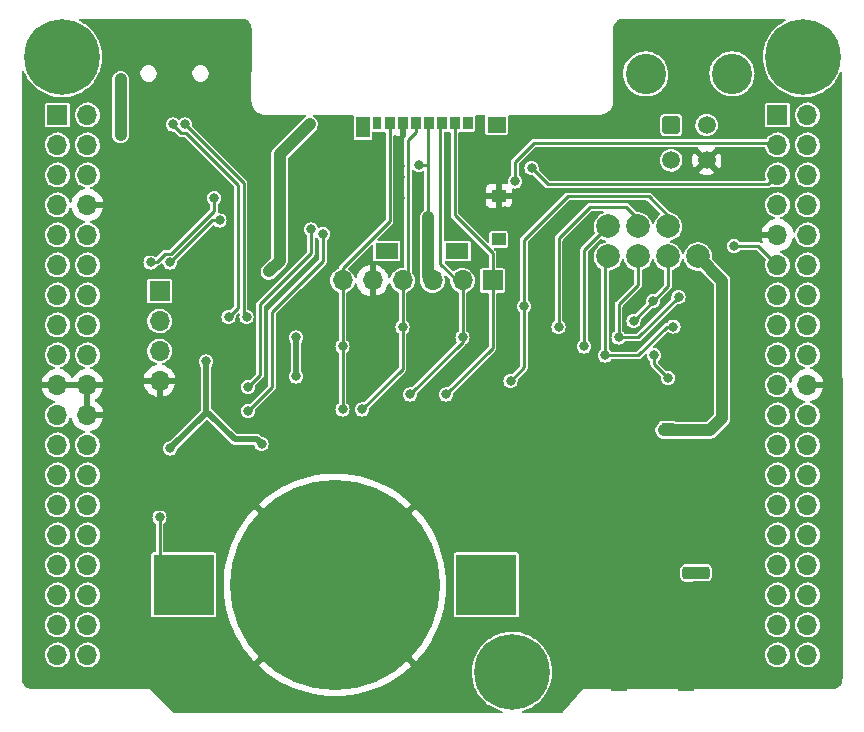
<source format=gbl>
%TF.GenerationSoftware,KiCad,Pcbnew,(6.0.1)*%
%TF.CreationDate,2022-04-28T18:35:21+02:00*%
%TF.ProjectId,STM32_NRF24_Tx,53544d33-325f-44e5-9246-32345f54782e,rev?*%
%TF.SameCoordinates,Original*%
%TF.FileFunction,Copper,L2,Bot*%
%TF.FilePolarity,Positive*%
%FSLAX46Y46*%
G04 Gerber Fmt 4.6, Leading zero omitted, Abs format (unit mm)*
G04 Created by KiCad (PCBNEW (6.0.1)) date 2022-04-28 18:35:21*
%MOMM*%
%LPD*%
G01*
G04 APERTURE LIST*
G04 Aperture macros list*
%AMRoundRect*
0 Rectangle with rounded corners*
0 $1 Rounding radius*
0 $2 $3 $4 $5 $6 $7 $8 $9 X,Y pos of 4 corners*
0 Add a 4 corners polygon primitive as box body*
4,1,4,$2,$3,$4,$5,$6,$7,$8,$9,$2,$3,0*
0 Add four circle primitives for the rounded corners*
1,1,$1+$1,$2,$3*
1,1,$1+$1,$4,$5*
1,1,$1+$1,$6,$7*
1,1,$1+$1,$8,$9*
0 Add four rect primitives between the rounded corners*
20,1,$1+$1,$2,$3,$4,$5,0*
20,1,$1+$1,$4,$5,$6,$7,0*
20,1,$1+$1,$6,$7,$8,$9,0*
20,1,$1+$1,$8,$9,$2,$3,0*%
G04 Aperture macros list end*
%TA.AperFunction,ComponentPad*%
%ADD10C,6.400000*%
%TD*%
%TA.AperFunction,SMDPad,CuDef*%
%ADD11R,1.350000X4.200000*%
%TD*%
%TA.AperFunction,ComponentPad*%
%ADD12C,2.000000*%
%TD*%
%TA.AperFunction,ComponentPad*%
%ADD13RoundRect,0.250001X-0.499999X-0.499999X0.499999X-0.499999X0.499999X0.499999X-0.499999X0.499999X0*%
%TD*%
%TA.AperFunction,ComponentPad*%
%ADD14C,1.500000*%
%TD*%
%TA.AperFunction,ComponentPad*%
%ADD15C,3.410000*%
%TD*%
%TA.AperFunction,ComponentPad*%
%ADD16R,1.700000X1.700000*%
%TD*%
%TA.AperFunction,ComponentPad*%
%ADD17O,1.700000X1.700000*%
%TD*%
%TA.AperFunction,SMDPad,CuDef*%
%ADD18R,0.850000X1.100000*%
%TD*%
%TA.AperFunction,SMDPad,CuDef*%
%ADD19R,0.750000X1.100000*%
%TD*%
%TA.AperFunction,SMDPad,CuDef*%
%ADD20R,1.200000X1.000000*%
%TD*%
%TA.AperFunction,SMDPad,CuDef*%
%ADD21R,1.170000X1.800000*%
%TD*%
%TA.AperFunction,SMDPad,CuDef*%
%ADD22R,1.900000X1.350000*%
%TD*%
%TA.AperFunction,SMDPad,CuDef*%
%ADD23R,1.550000X1.350000*%
%TD*%
%TA.AperFunction,SMDPad,CuDef*%
%ADD24R,5.100000X5.100000*%
%TD*%
%TA.AperFunction,SMDPad,CuDef*%
%ADD25C,17.800000*%
%TD*%
%TA.AperFunction,SMDPad,CuDef*%
%ADD26R,1.000000X1.000000*%
%TD*%
%TA.AperFunction,SMDPad,CuDef*%
%ADD27R,2.200000X1.050000*%
%TD*%
%TA.AperFunction,SMDPad,CuDef*%
%ADD28RoundRect,0.237500X0.237500X-0.300000X0.237500X0.300000X-0.237500X0.300000X-0.237500X-0.300000X0*%
%TD*%
%TA.AperFunction,ViaPad*%
%ADD29C,0.800000*%
%TD*%
%TA.AperFunction,Conductor*%
%ADD30C,0.250000*%
%TD*%
%TA.AperFunction,Conductor*%
%ADD31C,1.000000*%
%TD*%
%TA.AperFunction,Conductor*%
%ADD32C,0.500000*%
%TD*%
G04 APERTURE END LIST*
D10*
%TO.P,H3,1*%
%TO.N,N/C*%
X171718000Y-53975000D03*
%TD*%
%TO.P,H2,1*%
%TO.N,N/C*%
X147080000Y-106045000D03*
%TD*%
%TO.P,H1,1*%
%TO.N,N/C*%
X108980000Y-53975000D03*
%TD*%
D11*
%TO.P,J7,2,Ext*%
%TO.N,GND*%
X156179000Y-105537000D03*
X161829000Y-105537000D03*
%TD*%
D12*
%TO.P,U1,1,GND*%
%TO.N,GND*%
X162814000Y-68326000D03*
X152654000Y-105410000D03*
X165354000Y-105410000D03*
%TO.P,U1,2,VCC*%
%TO.N,/3V3*%
X162814000Y-70866000D03*
%TO.P,U1,3,CE*%
%TO.N,/CE*%
X160274000Y-68326000D03*
%TO.P,U1,4,CSN*%
%TO.N,/CSN*%
X160274000Y-70866000D03*
%TO.P,U1,5,SCK*%
%TO.N,/CLK*%
X157734000Y-68326000D03*
%TO.P,U1,6,MOSI*%
%TO.N,/MOSI*%
X157734000Y-70866000D03*
%TO.P,U1,7,MISO*%
%TO.N,/MISO*%
X155194000Y-68326000D03*
%TO.P,U1,8,IRQ*%
%TO.N,/EXTI*%
X155194000Y-70866000D03*
%TD*%
D13*
%TO.P,J4,1,Pin_1*%
%TO.N,/CANH*%
X160552000Y-59735000D03*
D14*
%TO.P,J4,2,Pin_2*%
%TO.N,/12V*%
X163552000Y-59735000D03*
%TO.P,J4,3,Pin_3*%
%TO.N,/CANL*%
X160552000Y-62735000D03*
%TO.P,J4,4,Pin_4*%
%TO.N,GND*%
X163552000Y-62735000D03*
D15*
%TO.P,J4,MP*%
%TO.N,N/C*%
X165702000Y-55415000D03*
X158402000Y-55415000D03*
%TD*%
D16*
%TO.P,J1,1,Pin_1*%
%TO.N,/CS*%
X145429000Y-72898000D03*
D17*
%TO.P,J1,2,Pin_2*%
%TO.N,/MOSI*%
X142889000Y-72898000D03*
%TO.P,J1,3,Pin_3*%
%TO.N,/3V3*%
X140349000Y-72898000D03*
%TO.P,J1,4,Pin_4*%
%TO.N,/CLK*%
X137809000Y-72898000D03*
%TO.P,J1,5,Pin_5*%
%TO.N,GND*%
X135269000Y-72898000D03*
%TO.P,J1,6,Pin_6*%
%TO.N,/MISO*%
X132729000Y-72898000D03*
%TD*%
D16*
%TO.P,J6,1,Pin_1*%
%TO.N,/SW5V*%
X117235000Y-73787000D03*
D17*
%TO.P,J6,2,Pin_2*%
%TO.N,/STM32F103/PA13*%
X117235000Y-76327000D03*
%TO.P,J6,3,Pin_3*%
%TO.N,/STM32F103/PA14*%
X117235000Y-78867000D03*
%TO.P,J6,4,Pin_4*%
%TO.N,GND*%
X117235000Y-81407000D03*
%TD*%
D16*
%TO.P,CN7,1,Pin_1*%
%TO.N,/Nucleo-64/PC10*%
X108587786Y-58886786D03*
D17*
%TO.P,CN7,2,Pin_2*%
%TO.N,/Nucleo-64/PC11*%
X111127786Y-58886786D03*
%TO.P,CN7,3,Pin_3*%
%TO.N,/Nucleo-64/PC12*%
X108587786Y-61426786D03*
%TO.P,CN7,4,Pin_4*%
%TO.N,/Nucleo-64/PD2*%
X111127786Y-61426786D03*
%TO.P,CN7,5,Pin_5*%
%TO.N,/Nucleo-64/VDD*%
X108587786Y-63966786D03*
%TO.P,CN7,6,Pin_6*%
%TO.N,/Nucleo-64/E5V*%
X111127786Y-63966786D03*
%TO.P,CN7,7,Pin_7*%
%TO.N,/Nucleo-64/BOOT0*%
X108587786Y-66506786D03*
%TO.P,CN7,8,Pin_8*%
%TO.N,GND*%
X111127786Y-66506786D03*
%TO.P,CN7,9,Pin_9*%
%TO.N,unconnected-(CN7-Pad9)*%
X108587786Y-69046786D03*
%TO.P,CN7,10,Pin_10*%
%TO.N,unconnected-(CN7-Pad10)*%
X111127786Y-69046786D03*
%TO.P,CN7,11,Pin_11*%
%TO.N,unconnected-(CN7-Pad11)*%
X108587786Y-71586786D03*
%TO.P,CN7,12,Pin_12*%
%TO.N,/Nucleo-64/IOREF*%
X111127786Y-71586786D03*
%TO.P,CN7,13,Pin_13*%
%TO.N,/Nucleo-64/PA13*%
X108587786Y-74126786D03*
%TO.P,CN7,14,Pin_14*%
%TO.N,/Nucleo-64/RESET*%
X111127786Y-74126786D03*
%TO.P,CN7,15,Pin_15*%
%TO.N,/Nucleo-64/PA14*%
X108587786Y-76666786D03*
%TO.P,CN7,16,Pin_16*%
%TO.N,/Nucleo-64/+3V3*%
X111127786Y-76666786D03*
%TO.P,CN7,17,Pin_17*%
%TO.N,/Nucleo-64/PA15*%
X108587786Y-79206786D03*
%TO.P,CN7,18,Pin_18*%
%TO.N,/USB5V*%
X111127786Y-79206786D03*
%TO.P,CN7,19,Pin_19*%
%TO.N,GND*%
X108587786Y-81746786D03*
%TO.P,CN7,20,Pin_20*%
X111127786Y-81746786D03*
%TO.P,CN7,21,Pin_21*%
%TO.N,/Nucleo-64/PB7*%
X108587786Y-84286786D03*
%TO.P,CN7,22,Pin_22*%
%TO.N,GND*%
X111127786Y-84286786D03*
%TO.P,CN7,23,Pin_23*%
%TO.N,/Nucleo-64/PC13*%
X108587786Y-86826786D03*
%TO.P,CN7,24,Pin_24*%
%TO.N,/Nucleo-64/VIN*%
X111127786Y-86826786D03*
%TO.P,CN7,25,Pin_25*%
%TO.N,/Nucleo-64/PC14*%
X108587786Y-89366786D03*
%TO.P,CN7,26,Pin_26*%
%TO.N,/Nucleo-64/NC*%
X111127786Y-89366786D03*
%TO.P,CN7,27,Pin_27*%
%TO.N,/Nucleo-64/PC15*%
X108587786Y-91906786D03*
%TO.P,CN7,28,Pin_28*%
%TO.N,/Nucleo-64/PA0*%
X111127786Y-91906786D03*
%TO.P,CN7,29,Pin_29*%
%TO.N,/Nucleo-64/PD0*%
X108587786Y-94446786D03*
%TO.P,CN7,30,Pin_30*%
%TO.N,/Nucleo-64/PA1*%
X111127786Y-94446786D03*
%TO.P,CN7,31,Pin_31*%
%TO.N,/Nucleo-64/PD1*%
X108587786Y-96986786D03*
%TO.P,CN7,32,Pin_32*%
%TO.N,/Nucleo-64/PA4*%
X111127786Y-96986786D03*
%TO.P,CN7,33,Pin_33*%
%TO.N,/VBAT*%
X108587786Y-99526786D03*
%TO.P,CN7,34,Pin_34*%
%TO.N,/Nucleo-64/PB0*%
X111127786Y-99526786D03*
%TO.P,CN7,35,Pin_35*%
%TO.N,/Nucleo-64/PC2*%
X108587786Y-102066786D03*
%TO.P,CN7,36,Pin_36*%
%TO.N,/Nucleo-64/PC1*%
X111127786Y-102066786D03*
%TO.P,CN7,37,Pin_37*%
%TO.N,/Nucleo-64/PC3*%
X108587786Y-104606786D03*
%TO.P,CN7,38,Pin_38*%
%TO.N,/Nucleo-64/PC0*%
X111127786Y-104606786D03*
%TD*%
D18*
%TO.P,J2,1,DAT2*%
%TO.N,unconnected-(J2-Pad1)*%
X143313000Y-59574000D03*
%TO.P,J2,2,DAT3/CD*%
%TO.N,/CS*%
X142213000Y-59574000D03*
%TO.P,J2,3,CMD*%
%TO.N,/MOSI*%
X141113000Y-59574000D03*
%TO.P,J2,4,VDD*%
%TO.N,/3V3*%
X140013000Y-59574000D03*
%TO.P,J2,5,CLK*%
%TO.N,/CLK*%
X138913000Y-59574000D03*
%TO.P,J2,6,VSS*%
%TO.N,GND*%
X137813000Y-59574000D03*
%TO.P,J2,7,DAT0*%
%TO.N,/MISO*%
X136713000Y-59574000D03*
D19*
%TO.P,J2,8,DAT1*%
%TO.N,unconnected-(J2-Pad8)*%
X135663000Y-59574000D03*
D20*
%TO.P,J2,9,SHIELD*%
%TO.N,GND*%
X145948000Y-65724000D03*
%TO.P,J2,10*%
%TO.N,N/C*%
X145948000Y-69424000D03*
D21*
%TO.P,J2,11*%
X134453000Y-59924000D03*
D22*
X142448000Y-70399000D03*
X136478000Y-70399000D03*
D23*
X145773000Y-59699000D03*
%TD*%
D24*
%TO.P,BT1,1,+*%
%TO.N,/VBAT*%
X119294000Y-98679000D03*
D25*
%TO.P,BT1,2,-*%
%TO.N,GND*%
X132094000Y-98679000D03*
D24*
%TO.P,BT1,3*%
%TO.N,N/C*%
X144894000Y-98679000D03*
%TD*%
D26*
%TO.P,J3,1,In*%
%TO.N,/3V3*%
X160250000Y-85471000D03*
D27*
%TO.P,J3,2,Ext*%
%TO.N,GND*%
X158750000Y-83996000D03*
D26*
X157250000Y-85471000D03*
D27*
X158750000Y-86946000D03*
%TD*%
D28*
%TO.P,C28,1*%
%TO.N,/3V3*%
X163322000Y-97636500D03*
%TO.P,C28,2*%
%TO.N,GND*%
X163322000Y-95911500D03*
%TD*%
D16*
%TO.P,CN10,1,Pin_1*%
%TO.N,/Nucleo-64/PC9*%
X169547786Y-58886786D03*
D17*
%TO.P,CN10,2,Pin_2*%
%TO.N,/Nucleo-64/PC8*%
X172087786Y-58886786D03*
%TO.P,CN10,3,Pin_3*%
%TO.N,/CAN_RX*%
X169547786Y-61426786D03*
%TO.P,CN10,4,Pin_4*%
%TO.N,/Nucleo-64/PC6*%
X172087786Y-61426786D03*
%TO.P,CN10,5,Pin_5*%
%TO.N,/CAN_TX*%
X169547786Y-63966786D03*
%TO.P,CN10,6,Pin_6*%
%TO.N,/Nucleo-64/PC5*%
X172087786Y-63966786D03*
%TO.P,CN10,7,Pin_7*%
%TO.N,/Nucleo-64/AVDD*%
X169547786Y-66506786D03*
%TO.P,CN10,8,Pin_8*%
%TO.N,/Nucleo-64/U5V*%
X172087786Y-66506786D03*
%TO.P,CN10,9,Pin_9*%
%TO.N,GND*%
X169547786Y-69046786D03*
%TO.P,CN10,10,Pin_10*%
%TO.N,unconnected-(CN10-Pad10)*%
X172087786Y-69046786D03*
%TO.P,CN10,11,Pin_11*%
%TO.N,/CLK*%
X169547786Y-71586786D03*
%TO.P,CN10,12,Pin_12*%
%TO.N,/Nucleo-64/PA12*%
X172087786Y-71586786D03*
%TO.P,CN10,13,Pin_13*%
%TO.N,/MISO*%
X169547786Y-74126786D03*
%TO.P,CN10,14,Pin_14*%
%TO.N,/Nucleo-64/PA11*%
X172087786Y-74126786D03*
%TO.P,CN10,15,Pin_15*%
%TO.N,/MOSI*%
X169547786Y-76666786D03*
%TO.P,CN10,16,Pin_16*%
%TO.N,/Nucleo-64/PB12*%
X172087786Y-76666786D03*
%TO.P,CN10,17,Pin_17*%
%TO.N,/Nucleo-64/PB6*%
X169547786Y-79206786D03*
%TO.P,CN10,18,Pin_18*%
%TO.N,/Nucleo-64/PB11*%
X172087786Y-79206786D03*
%TO.P,CN10,19,Pin_19*%
%TO.N,/CS*%
X169547786Y-81746786D03*
%TO.P,CN10,20,Pin_20*%
%TO.N,GND*%
X172087786Y-81746786D03*
%TO.P,CN10,21,Pin_21*%
%TO.N,/CSN*%
X169547786Y-84286786D03*
%TO.P,CN10,22,Pin_22*%
%TO.N,/Nucleo-64/PB2*%
X172087786Y-84286786D03*
%TO.P,CN10,23,Pin_23*%
%TO.N,/EXTI*%
X169547786Y-86826786D03*
%TO.P,CN10,24,Pin_24*%
%TO.N,/Nucleo-64/PB1*%
X172087786Y-86826786D03*
%TO.P,CN10,25,Pin_25*%
%TO.N,/CE*%
X169547786Y-89366786D03*
%TO.P,CN10,26,Pin_26*%
%TO.N,/Nucleo-64/PB15*%
X172087786Y-89366786D03*
%TO.P,CN10,27,Pin_27*%
%TO.N,/Nucleo-64/PB4*%
X169547786Y-91906786D03*
%TO.P,CN10,28,Pin_28*%
%TO.N,/Nucleo-64/PB14*%
X172087786Y-91906786D03*
%TO.P,CN10,29,Pin_29*%
%TO.N,/Nucleo-64/PB5*%
X169547786Y-94446786D03*
%TO.P,CN10,30,Pin_30*%
%TO.N,/Nucleo-64/PB13*%
X172087786Y-94446786D03*
%TO.P,CN10,31,Pin_31*%
%TO.N,/Nucleo-64/PB3*%
X169547786Y-96986786D03*
%TO.P,CN10,32,Pin_32*%
%TO.N,/Nucleo-64/AGND*%
X172087786Y-96986786D03*
%TO.P,CN10,33,Pin_33*%
%TO.N,/Nucleo-64/PA10*%
X169547786Y-99526786D03*
%TO.P,CN10,34,Pin_34*%
%TO.N,/Nucleo-64/PC4*%
X172087786Y-99526786D03*
%TO.P,CN10,35,Pin_35*%
%TO.N,/Nucleo-64/PA2*%
X169547786Y-102066786D03*
%TO.P,CN10,36,Pin_36*%
%TO.N,unconnected-(CN10-Pad36)*%
X172087786Y-102066786D03*
%TO.P,CN10,37,Pin_37*%
%TO.N,/Nucleo-64/PA3*%
X169547786Y-104606786D03*
%TO.P,CN10,38,Pin_38*%
%TO.N,unconnected-(CN10-Pad38)*%
X172087786Y-104606786D03*
%TD*%
D28*
%TO.P,C32,1*%
%TO.N,/3V3*%
X162015200Y-97661900D03*
%TO.P,C32,2*%
%TO.N,GND*%
X162015200Y-95936900D03*
%TD*%
%TO.P,C2,1*%
%TO.N,/3V3*%
X161671001Y-85598000D03*
%TO.P,C2,2*%
%TO.N,GND*%
X161671001Y-83873000D03*
%TD*%
%TO.P,C1,1*%
%TO.N,/3V3*%
X163068000Y-85598000D03*
%TO.P,C1,2*%
%TO.N,GND*%
X163068000Y-83873000D03*
%TD*%
D29*
%TO.N,/VBAT*%
X117870000Y-98171000D03*
X119267000Y-99695000D03*
X117235000Y-92964000D03*
%TO.N,GND*%
X151550400Y-91567000D03*
X116346000Y-90297000D03*
X137555000Y-65913000D03*
X120257600Y-76022200D03*
X156224000Y-102489000D03*
X125109000Y-70358000D03*
X125871000Y-95507000D03*
X151550400Y-99085400D03*
X162320000Y-83947000D03*
X157824000Y-74341000D03*
X162751800Y-99110800D03*
X116346000Y-88773000D03*
X164352000Y-93802200D03*
X145708400Y-80340200D03*
X121172000Y-57912000D03*
X159780000Y-87045800D03*
X163082000Y-80264000D03*
X152312400Y-99085400D03*
X151550400Y-102082600D03*
X165672800Y-106807000D03*
X137555000Y-63246000D03*
X157748000Y-103251000D03*
X124728000Y-96647000D03*
X166434800Y-99847400D03*
X151550400Y-90805000D03*
X164352000Y-90043000D03*
X156224000Y-101219000D03*
X156986000Y-94488000D03*
X151271000Y-85852000D03*
X166434800Y-88569800D03*
X156986000Y-90932000D03*
X157748000Y-102489000D03*
X160288000Y-101219000D03*
X130671600Y-88138000D03*
X143016000Y-61976000D03*
X156986000Y-90170000D03*
X153277600Y-102489000D03*
X139206000Y-64135000D03*
X140394000Y-74981000D03*
X154039600Y-106807000D03*
X136158000Y-80289400D03*
X115838000Y-58674000D03*
X159780000Y-91567000D03*
X116346000Y-83947000D03*
X166924000Y-63241000D03*
X165672800Y-99110800D03*
X143016000Y-62738000D03*
X123077000Y-61468000D03*
X157748000Y-105410000D03*
X151550400Y-93802200D03*
X166434800Y-100609400D03*
X125252000Y-65939000D03*
X129300000Y-66711000D03*
X127141000Y-83693000D03*
X160288000Y-103251000D03*
X154420600Y-91694000D03*
X163082000Y-83947000D03*
X159780000Y-90043000D03*
X154801600Y-102489000D03*
X144844800Y-94919800D03*
X155817600Y-92938600D03*
X153277600Y-101219000D03*
X139155200Y-80289400D03*
X158865600Y-97002600D03*
X166434800Y-96850200D03*
X124728000Y-102616000D03*
X157748000Y-100457000D03*
X130874800Y-63093600D03*
X156986000Y-93726000D03*
X161989800Y-99110800D03*
X159780000Y-87807800D03*
X157494000Y-83185000D03*
X159780000Y-93040200D03*
X118251000Y-102616000D03*
X161812000Y-101219000D03*
X123204000Y-82169000D03*
X142025400Y-88138000D03*
X151550400Y-99847400D03*
X151271000Y-84201000D03*
X123077000Y-91797500D03*
X163484000Y-96351000D03*
X122188000Y-87122000D03*
X164352000Y-87807800D03*
X159780000Y-90805000D03*
X166434800Y-102082600D03*
X164352000Y-87045800D03*
X163183600Y-102489000D03*
X121452000Y-70479000D03*
X167904000Y-81321000D03*
X125871000Y-71120000D03*
X151550400Y-94564200D03*
X137555000Y-64135000D03*
X141619000Y-77724000D03*
X156986000Y-91694000D03*
X129300000Y-65949000D03*
X147924000Y-68101000D03*
X114949000Y-98018600D03*
X115838000Y-57912000D03*
X130417600Y-80289400D03*
X161812000Y-100457000D03*
X164352000Y-90805000D03*
X159780000Y-88569800D03*
X154801600Y-103251000D03*
X126014000Y-66701000D03*
X154801600Y-105410000D03*
X151550400Y-103606600D03*
X123077000Y-65913000D03*
X166224000Y-59671000D03*
X160288000Y-100457000D03*
X157344000Y-62941000D03*
X149754000Y-74281000D03*
X142203200Y-80289400D03*
X139206000Y-65913000D03*
X166434800Y-87807800D03*
X159780000Y-93802200D03*
X150382000Y-108585000D03*
X128538000Y-66711000D03*
X163082000Y-83185000D03*
X123839000Y-62230000D03*
X120918000Y-63754000D03*
X126250000Y-60251000D03*
X130876802Y-62331600D03*
X159830800Y-82219800D03*
X164352000Y-91567000D03*
X115152200Y-62534800D03*
X151550400Y-90043000D03*
X166434800Y-103606600D03*
X155817600Y-91694000D03*
X120919000Y-64515000D03*
X166434800Y-99085400D03*
X127012000Y-60251000D03*
X131636800Y-62331600D03*
X154801600Y-100457000D03*
X162884000Y-73241000D03*
X161812000Y-87045800D03*
X152084000Y-74281000D03*
X127012000Y-59489000D03*
X154420600Y-92938600D03*
X164758400Y-101219000D03*
X151550400Y-102844600D03*
X151550400Y-93040200D03*
X126505000Y-93813500D03*
X160288000Y-106934000D03*
X153277600Y-100457000D03*
X162722000Y-96351000D03*
X163183600Y-103251000D03*
X123839000Y-61468000D03*
X125871000Y-70358000D03*
X166434800Y-106045000D03*
X164352000Y-93040200D03*
X148781800Y-89408000D03*
X166434800Y-97612200D03*
X128538000Y-65949000D03*
X122315000Y-79121000D03*
X161558000Y-83185000D03*
X125252000Y-65177000D03*
X125159800Y-74295000D03*
X126252002Y-59489000D03*
X121172000Y-58674000D03*
X160288000Y-102489000D03*
X164758400Y-103251000D03*
X164910800Y-99110800D03*
X158256000Y-83947000D03*
X154801600Y-104013000D03*
X131484400Y-78105000D03*
X122214000Y-71241000D03*
X158865600Y-97764600D03*
X166434800Y-94564200D03*
X128919000Y-97282000D03*
X157496002Y-83947000D03*
X166434800Y-91567000D03*
X151550400Y-97612200D03*
X159627600Y-97002600D03*
X154801600Y-106807000D03*
X166594000Y-85141000D03*
X125109000Y-71120000D03*
X163484000Y-95589000D03*
X121553000Y-72517000D03*
X124982000Y-85217000D03*
X157748000Y-106934000D03*
X121452000Y-71241000D03*
X158254000Y-59911000D03*
X157748000Y-101219000D03*
X166434800Y-90805000D03*
X123839000Y-60706000D03*
X152312400Y-106807000D03*
X131636800Y-63093600D03*
X162320000Y-83185000D03*
X144032000Y-103505000D03*
X151550400Y-96088200D03*
X161812000Y-90805000D03*
X156224000Y-100457000D03*
X123077000Y-60706000D03*
X156224000Y-103251000D03*
X166344000Y-73381000D03*
X161960000Y-95589000D03*
X154801600Y-101219000D03*
X163183600Y-100457000D03*
X127774000Y-60251000D03*
X130564000Y-76261000D03*
X126014000Y-65179002D03*
X146744000Y-74891000D03*
X129300000Y-65189002D03*
X123077000Y-65153002D03*
X155233400Y-99085400D03*
X151550400Y-87807800D03*
X168444000Y-77881000D03*
X166434800Y-106807000D03*
X126014000Y-65939000D03*
X133465600Y-80289400D03*
X155995400Y-99085400D03*
X115838000Y-57152002D03*
X160288000Y-106172000D03*
X164352000Y-94564200D03*
X123077000Y-66675000D03*
X124601000Y-87376000D03*
X164352000Y-88569800D03*
X161812000Y-90043000D03*
X146445000Y-67056000D03*
X161812000Y-91567000D03*
X163945600Y-106807000D03*
X161560002Y-83947000D03*
X154094000Y-74281000D03*
X166434800Y-102844600D03*
X163183600Y-101219000D03*
X128741200Y-74853800D03*
X124093000Y-85217000D03*
X161962002Y-96351000D03*
X151550400Y-100609400D03*
X157748000Y-106172000D03*
X164758400Y-102489000D03*
X166434800Y-90043000D03*
X127774000Y-59489000D03*
X165054000Y-71051000D03*
X159780000Y-94564200D03*
X160288000Y-104013000D03*
X163183600Y-106807000D03*
X128919000Y-93726000D03*
X157748000Y-104013000D03*
X163183600Y-105410000D03*
X152964000Y-68941000D03*
X159627600Y-97764600D03*
X161812000Y-103251000D03*
X156986000Y-92964000D03*
X128538000Y-65187000D03*
X125252000Y-66701000D03*
X144144000Y-74941000D03*
X136539000Y-76835000D03*
X153277600Y-103251000D03*
X151550400Y-106045000D03*
X143651000Y-62357000D03*
X141822200Y-68275200D03*
X161812000Y-87807800D03*
X166434800Y-96088200D03*
X166984000Y-65931000D03*
X120156000Y-63627000D03*
X133745000Y-62484000D03*
X162722000Y-95589000D03*
X160288000Y-105410000D03*
X167274000Y-83291000D03*
X158256000Y-83185000D03*
X161812000Y-102489000D03*
X166434800Y-93802200D03*
X121172000Y-57152002D03*
X147588000Y-65786000D03*
X151550400Y-88569800D03*
X153049000Y-80518000D03*
X115126800Y-67894200D03*
X161685000Y-80264000D03*
X166434800Y-93040200D03*
X150794000Y-68131000D03*
X163183600Y-104013000D03*
X114796600Y-103911400D03*
X152795000Y-82423000D03*
X151550400Y-106807000D03*
X118251000Y-95377000D03*
X161812000Y-88569800D03*
X153074400Y-99085400D03*
X164758400Y-100457000D03*
X123077000Y-62227998D03*
%TO.N,/3V3*%
X118140123Y-87122000D03*
X159907000Y-85598000D03*
X128792000Y-81026000D03*
X163056600Y-85598000D03*
X128792000Y-77724000D03*
X162052000Y-97636500D03*
X139206000Y-63119000D03*
X139968000Y-67564000D03*
X160669000Y-85598000D03*
X139968000Y-68326000D03*
X163286300Y-97636500D03*
X121172000Y-79756000D03*
X125871000Y-86741000D03*
%TO.N,/12V*%
X126506000Y-72136000D03*
X129935000Y-59690000D03*
%TO.N,/USB5V*%
X113933000Y-60579000D03*
X113933000Y-55880000D03*
%TO.N,/CLK*%
X134380000Y-83820000D03*
X137809000Y-76835000D03*
X165876000Y-69977000D03*
X151017000Y-76835000D03*
%TO.N,/CAN_RX*%
X124728000Y-81915000D03*
X147334000Y-64516000D03*
X130062000Y-68580000D03*
%TO.N,/CAN_TX*%
X148731000Y-63373000D03*
X124728000Y-83947000D03*
X131078000Y-68961000D03*
%TO.N,/MISO*%
X132729000Y-78486000D03*
X153176000Y-78486000D03*
X132729000Y-83820000D03*
%TO.N,/MOSI*%
X161177000Y-74295000D03*
X156097000Y-77724000D03*
X138444000Y-82550000D03*
X142889000Y-77724000D03*
%TO.N,/CS*%
X141492000Y-82550000D03*
%TO.N,/CSN*%
X159018000Y-74650600D03*
X157367000Y-76327000D03*
%TO.N,/EXTI*%
X154954000Y-79248000D03*
X160745200Y-76797500D03*
%TO.N,/CE*%
X146953000Y-81407000D03*
X148096000Y-75057000D03*
X159119600Y-79222600D03*
X160288000Y-81153000D03*
%TO.N,Net-(J5-Pad3)*%
X123077000Y-76012000D03*
X118378000Y-59690000D03*
%TO.N,Net-(J5-Pad2)*%
X119394000Y-59690000D03*
X124601000Y-76012000D03*
%TO.N,Net-(C10-Pad2)*%
X118124000Y-71374000D03*
X122315000Y-67818000D03*
%TO.N,Net-(C10-Pad1)*%
X121869000Y-65913000D03*
X116473000Y-71374000D03*
%TD*%
D30*
%TO.N,/VBAT*%
X117235000Y-97536000D02*
X117870000Y-98171000D01*
X117235000Y-92964000D02*
X117235000Y-97536000D01*
D31*
%TO.N,/3V3*%
X140349000Y-72898000D02*
X139968000Y-72517000D01*
D30*
X139968000Y-63119000D02*
X139968000Y-67564000D01*
D31*
X162052000Y-97636500D02*
X163286300Y-97636500D01*
D32*
X128792000Y-77724000D02*
X128792000Y-81026000D01*
X125490000Y-86360000D02*
X125871000Y-86741000D01*
X121172000Y-84090123D02*
X118140123Y-87122000D01*
X121315123Y-84090123D02*
X123585000Y-86360000D01*
D30*
X139968000Y-59619000D02*
X139968000Y-63119000D01*
D31*
X164860000Y-72912000D02*
X162814000Y-70866000D01*
X161671001Y-85598000D02*
X163068000Y-85598000D01*
X163068000Y-85598000D02*
X163844000Y-85598000D01*
X163286300Y-97636500D02*
X163322000Y-97636500D01*
X139968000Y-72517000D02*
X139968000Y-68326000D01*
X161671001Y-85598000D02*
X159907000Y-85598000D01*
D30*
X139206000Y-63119000D02*
X139968000Y-63119000D01*
D32*
X121172000Y-79756000D02*
X121172000Y-84090123D01*
D31*
X164860000Y-84582000D02*
X164860000Y-72912000D01*
D32*
X121172000Y-84090123D02*
X121315123Y-84090123D01*
D31*
X163844000Y-85598000D02*
X164860000Y-84582000D01*
X139968000Y-68326000D02*
X139968000Y-67564000D01*
D32*
X123585000Y-86360000D02*
X125490000Y-86360000D01*
D31*
%TO.N,/12V*%
X127395000Y-71247000D02*
X126506000Y-72136000D01*
X127395000Y-62230000D02*
X127395000Y-71247000D01*
X129935000Y-59690000D02*
X127395000Y-62230000D01*
%TO.N,/USB5V*%
X113933000Y-60579000D02*
X113933000Y-55880000D01*
D30*
%TO.N,/CLK*%
X138913000Y-59574000D02*
X138913000Y-60364000D01*
X156732000Y-66675000D02*
X153684000Y-66675000D01*
X137809000Y-80391000D02*
X134380000Y-83820000D01*
X153684000Y-66675000D02*
X151017000Y-69342000D01*
X138279511Y-60997489D02*
X138279511Y-72427489D01*
X157734000Y-67677000D02*
X156732000Y-66675000D01*
X137809000Y-76835000D02*
X137809000Y-80391000D01*
X151017000Y-69342000D02*
X151017000Y-76835000D01*
X138913000Y-60364000D02*
X138279511Y-60997489D01*
X167938000Y-69977000D02*
X169547786Y-71586786D01*
X137809000Y-76835000D02*
X137809000Y-72898000D01*
X165876000Y-69977000D02*
X167938000Y-69977000D01*
%TO.N,/CAN_RX*%
X148947511Y-61251489D02*
X169372489Y-61251489D01*
X130062000Y-68580000D02*
X130062000Y-70612000D01*
X147334000Y-62865000D02*
X148947511Y-61251489D01*
X125744000Y-74930000D02*
X125744000Y-80899000D01*
X125744000Y-80899000D02*
X124728000Y-81915000D01*
X147334000Y-64516000D02*
X147334000Y-62865000D01*
X130062000Y-70612000D02*
X125744000Y-74930000D01*
%TO.N,/CAN_TX*%
X131078000Y-71247000D02*
X126760000Y-75565000D01*
X131078000Y-68961000D02*
X131078000Y-71247000D01*
X148731000Y-63373000D02*
X150128000Y-64770000D01*
X126760000Y-81915000D02*
X124728000Y-83947000D01*
X126760000Y-75565000D02*
X126760000Y-81915000D01*
X168744572Y-64770000D02*
X169547786Y-63966786D01*
X150128000Y-64770000D02*
X168744572Y-64770000D01*
%TO.N,/MISO*%
X153176000Y-70344000D02*
X153176000Y-78486000D01*
X136713000Y-67889978D02*
X132729000Y-71873978D01*
X155194000Y-68326000D02*
X153176000Y-70344000D01*
X132729000Y-78486000D02*
X132729000Y-72898000D01*
X136713000Y-59574000D02*
X136713000Y-67889978D01*
X132729000Y-71873978D02*
X132729000Y-72898000D01*
X132729000Y-83820000D02*
X132729000Y-78486000D01*
%TO.N,/MOSI*%
X142889000Y-77724000D02*
X142889000Y-72898000D01*
X156097000Y-77724000D02*
X156097000Y-74930000D01*
X140984000Y-71501000D02*
X142381000Y-72898000D01*
X142889000Y-78105000D02*
X142889000Y-77724000D01*
X157748000Y-77724000D02*
X156097000Y-77724000D01*
X161177000Y-74295000D02*
X157748000Y-77724000D01*
X157734000Y-73293000D02*
X157734000Y-70866000D01*
X156097000Y-74930000D02*
X157734000Y-73293000D01*
X140984000Y-59703000D02*
X140984000Y-71501000D01*
X138444000Y-82550000D02*
X142889000Y-78105000D01*
%TO.N,/CS*%
X145429000Y-70612000D02*
X145429000Y-72898000D01*
X145429000Y-78613000D02*
X145429000Y-72898000D01*
X142213000Y-67396000D02*
X145429000Y-70612000D01*
X142213000Y-59574000D02*
X142213000Y-67396000D01*
X141492000Y-82550000D02*
X145429000Y-78613000D01*
%TO.N,/CSN*%
X157367000Y-76327000D02*
X160288000Y-73406000D01*
X160288000Y-73406000D02*
X160288000Y-70880000D01*
%TO.N,/EXTI*%
X160745200Y-76797500D02*
X160198500Y-76797500D01*
X154954000Y-79248000D02*
X154954000Y-71106000D01*
X160198500Y-76797500D02*
X157748000Y-79248000D01*
X157748000Y-79248000D02*
X154954000Y-79248000D01*
%TO.N,/CE*%
X148096000Y-69469000D02*
X151779000Y-65786000D01*
X160274000Y-67423000D02*
X160274000Y-68326000D01*
X158637000Y-65786000D02*
X160274000Y-67423000D01*
X146953000Y-81407000D02*
X148096000Y-80264000D01*
X148096000Y-80264000D02*
X148096000Y-75057000D01*
X159119600Y-79222600D02*
X159119600Y-79984600D01*
X148096000Y-75057000D02*
X148096000Y-69469000D01*
X151779000Y-65786000D02*
X158637000Y-65786000D01*
X159119600Y-79984600D02*
X160288000Y-81153000D01*
%TO.N,Net-(J5-Pad3)*%
X123897480Y-75191520D02*
X123077000Y-76012000D01*
X118378000Y-59698614D02*
X119093897Y-60414511D01*
X119482793Y-60414511D02*
X123897480Y-64829198D01*
X118378000Y-59690000D02*
X118378000Y-59698614D01*
X123897480Y-64829198D02*
X123897480Y-75191520D01*
X119093897Y-60414511D02*
X119482793Y-60414511D01*
%TO.N,Net-(J5-Pad2)*%
X124347000Y-64643000D02*
X124347000Y-75758000D01*
X124347000Y-75758000D02*
X124601000Y-76012000D01*
X119394000Y-59690000D02*
X124347000Y-64643000D01*
%TO.N,Net-(C10-Pad2)*%
X121680000Y-67818000D02*
X118124000Y-71374000D01*
X122315000Y-67818000D02*
X121680000Y-67818000D01*
%TO.N,Net-(C10-Pad1)*%
X121869000Y-66993282D02*
X118212793Y-70649489D01*
X117705511Y-70649489D02*
X117044500Y-71310500D01*
X121869000Y-65913000D02*
X121869000Y-66993282D01*
X118212793Y-70649489D02*
X117705511Y-70649489D01*
X117044500Y-71310500D02*
X116601000Y-71310500D01*
%TD*%
%TA.AperFunction,Conductor*%
%TO.N,GND*%
G36*
X151384000Y-106934000D02*
G01*
X151384000Y-109424282D01*
X151322829Y-109494192D01*
X151270281Y-109525534D01*
X151248324Y-109528000D01*
X147989713Y-109528000D01*
X147931522Y-109509093D01*
X147895558Y-109459593D01*
X147895558Y-109398407D01*
X147931522Y-109348907D01*
X147967710Y-109332757D01*
X147967674Y-109332624D01*
X147968530Y-109332391D01*
X147968961Y-109332199D01*
X147970273Y-109331918D01*
X147970277Y-109331917D01*
X147972884Y-109331358D01*
X147975419Y-109330520D01*
X147975425Y-109330518D01*
X148320044Y-109216546D01*
X148320049Y-109216544D01*
X148322586Y-109215705D01*
X148657752Y-109062961D01*
X148974461Y-108874913D01*
X149269009Y-108653760D01*
X149537950Y-108402089D01*
X149778138Y-108122846D01*
X149986762Y-107819295D01*
X150161383Y-107494989D01*
X150162970Y-107491082D01*
X150298950Y-107156202D01*
X150299958Y-107153720D01*
X150400865Y-106799482D01*
X150462925Y-106436418D01*
X150483752Y-106095895D01*
X151384000Y-106934000D01*
G37*
%TD.AperFunction*%
%TA.AperFunction,Conductor*%
G36*
X123143235Y-50745396D02*
G01*
X124181555Y-50745982D01*
X124202691Y-50748277D01*
X124215736Y-50751137D01*
X124226583Y-50748566D01*
X124237733Y-50748471D01*
X124237742Y-50749512D01*
X124247593Y-50748794D01*
X124359106Y-50758703D01*
X124364453Y-50759178D01*
X124383646Y-50762818D01*
X124517169Y-50802122D01*
X124535274Y-50809461D01*
X124658471Y-50874216D01*
X124674784Y-50884968D01*
X124782871Y-50972660D01*
X124796752Y-50986404D01*
X124885513Y-51093610D01*
X124896427Y-51109815D01*
X124962405Y-51232363D01*
X124969924Y-51250394D01*
X125010527Y-51383426D01*
X125010554Y-51383516D01*
X125014385Y-51402674D01*
X125025947Y-51519593D01*
X125026428Y-51529533D01*
X125026408Y-51539723D01*
X125023906Y-51550589D01*
X125026571Y-51562378D01*
X125026586Y-51562445D01*
X125029022Y-51584352D01*
X125027954Y-52880112D01*
X125024027Y-57646699D01*
X125021465Y-57668993D01*
X125020128Y-57674755D01*
X125020127Y-57674761D01*
X125018858Y-57680231D01*
X125018857Y-57680947D01*
X125020096Y-57686386D01*
X125020702Y-57691804D01*
X125021596Y-57697659D01*
X125033726Y-57851267D01*
X125035304Y-57871254D01*
X125036221Y-57875053D01*
X125036222Y-57875057D01*
X125054426Y-57950446D01*
X125080112Y-58056820D01*
X125081619Y-58060434D01*
X125149108Y-58222287D01*
X125153581Y-58233015D01*
X125155634Y-58236339D01*
X125249711Y-58388691D01*
X125253880Y-58395443D01*
X125378504Y-58540051D01*
X125381490Y-58542573D01*
X125381494Y-58542577D01*
X125512960Y-58653615D01*
X125524344Y-58663230D01*
X125555025Y-58681756D01*
X125678755Y-58756468D01*
X125687762Y-58761907D01*
X125864679Y-58833620D01*
X126050682Y-58876579D01*
X126114824Y-58881003D01*
X126223384Y-58888490D01*
X126229325Y-58889346D01*
X126229326Y-58889339D01*
X126234930Y-58889923D01*
X126240427Y-58891138D01*
X126241143Y-58891131D01*
X126251287Y-58888708D01*
X126274288Y-58885999D01*
X126507556Y-58885999D01*
X129551874Y-58886005D01*
X129610065Y-58904912D01*
X129646029Y-58954412D01*
X129646029Y-59015598D01*
X129610065Y-59065098D01*
X129591669Y-59075655D01*
X129575797Y-59082622D01*
X129472321Y-59162022D01*
X126919265Y-61715078D01*
X126914341Y-61719677D01*
X126870604Y-61757831D01*
X126867173Y-61762713D01*
X126867172Y-61762714D01*
X126833903Y-61810052D01*
X126830812Y-61814214D01*
X126799201Y-61854529D01*
X126791416Y-61864457D01*
X126788958Y-61869900D01*
X126788958Y-61869901D01*
X126787633Y-61872835D01*
X126778398Y-61889028D01*
X126773113Y-61896547D01*
X126770946Y-61902106D01*
X126770944Y-61902109D01*
X126749922Y-61956027D01*
X126747914Y-61960803D01*
X126721645Y-62018984D01*
X126720558Y-62024851D01*
X126719969Y-62028026D01*
X126714867Y-62045938D01*
X126711524Y-62054513D01*
X126710745Y-62060432D01*
X126703192Y-62117808D01*
X126702381Y-62122930D01*
X126694919Y-62163190D01*
X126690748Y-62185692D01*
X126691729Y-62202703D01*
X126694336Y-62247924D01*
X126694500Y-62253622D01*
X126694500Y-70915836D01*
X126675593Y-70974027D01*
X126665504Y-70985840D01*
X125980608Y-71670735D01*
X125902416Y-71770457D01*
X125899961Y-71775893D01*
X125899961Y-71775894D01*
X125890373Y-71797129D01*
X125832645Y-71924984D01*
X125801748Y-72091692D01*
X125811507Y-72260959D01*
X125861361Y-72423011D01*
X125864422Y-72428126D01*
X125864424Y-72428130D01*
X125945364Y-72563371D01*
X125948431Y-72568495D01*
X125952629Y-72572738D01*
X125952632Y-72572741D01*
X125964840Y-72585077D01*
X126067690Y-72689010D01*
X126083144Y-72698480D01*
X126161066Y-72746230D01*
X126212254Y-72777598D01*
X126373775Y-72829146D01*
X126542930Y-72840678D01*
X126548802Y-72839653D01*
X126548805Y-72839653D01*
X126621836Y-72826906D01*
X126709954Y-72811527D01*
X126865202Y-72743379D01*
X126968678Y-72663978D01*
X127870734Y-71761923D01*
X127875658Y-71757324D01*
X127914899Y-71723092D01*
X127919396Y-71719169D01*
X127956103Y-71666939D01*
X127959188Y-71662786D01*
X127960179Y-71661523D01*
X127985128Y-71629704D01*
X127994900Y-71617242D01*
X127994902Y-71617239D01*
X127998584Y-71612543D01*
X128001042Y-71607099D01*
X128002367Y-71604165D01*
X128011604Y-71587969D01*
X128011746Y-71587768D01*
X128016887Y-71580453D01*
X128020250Y-71571829D01*
X128040078Y-71520973D01*
X128042086Y-71516197D01*
X128056432Y-71484423D01*
X128068355Y-71458016D01*
X128070031Y-71448974D01*
X128075134Y-71431058D01*
X128078476Y-71422487D01*
X128086810Y-71359181D01*
X128087619Y-71354070D01*
X128098164Y-71297180D01*
X128098164Y-71297177D01*
X128099252Y-71291308D01*
X128095664Y-71229075D01*
X128095500Y-71223378D01*
X128095500Y-62561164D01*
X128114407Y-62502973D01*
X128124496Y-62491160D01*
X130460391Y-60155265D01*
X130538583Y-60055543D01*
X130608355Y-59901017D01*
X130639252Y-59734308D01*
X130635285Y-59665509D01*
X130629836Y-59571001D01*
X130629835Y-59570998D01*
X130629492Y-59565041D01*
X130579639Y-59402989D01*
X130492569Y-59257506D01*
X130488379Y-59253272D01*
X130488376Y-59253268D01*
X130377505Y-59141229D01*
X130377504Y-59141228D01*
X130373310Y-59136990D01*
X130368224Y-59133873D01*
X130368221Y-59133871D01*
X130263041Y-59069418D01*
X130223303Y-59022893D01*
X130218502Y-58961896D01*
X130250471Y-58909726D01*
X130306999Y-58886311D01*
X130314765Y-58886006D01*
X130965469Y-58886007D01*
X133570395Y-58886012D01*
X133628586Y-58904919D01*
X133664550Y-58954419D01*
X133668918Y-58994716D01*
X133668448Y-58999484D01*
X133667500Y-59004252D01*
X133667500Y-60843748D01*
X133679133Y-60902231D01*
X133723448Y-60968552D01*
X133789769Y-61012867D01*
X133799332Y-61014769D01*
X133799334Y-61014770D01*
X133822005Y-61019279D01*
X133848252Y-61024500D01*
X135057748Y-61024500D01*
X135083995Y-61019279D01*
X135106666Y-61014770D01*
X135106668Y-61014769D01*
X135116231Y-61012867D01*
X135182552Y-60968552D01*
X135226867Y-60902231D01*
X135238500Y-60843748D01*
X135238500Y-60423500D01*
X135257407Y-60365309D01*
X135306907Y-60329345D01*
X135337500Y-60324500D01*
X136057748Y-60324500D01*
X136087500Y-60318582D01*
X136106671Y-60314769D01*
X136106673Y-60314768D01*
X136116231Y-60312867D01*
X136124334Y-60307452D01*
X136125115Y-60307129D01*
X136186112Y-60302329D01*
X136200885Y-60307129D01*
X136201666Y-60307452D01*
X136209769Y-60312867D01*
X136219327Y-60314768D01*
X136219329Y-60314769D01*
X136238500Y-60318582D01*
X136268252Y-60324500D01*
X136288500Y-60324500D01*
X136346691Y-60343407D01*
X136382655Y-60392907D01*
X136387500Y-60423500D01*
X136387500Y-67714144D01*
X136368593Y-67772335D01*
X136358504Y-67784148D01*
X132511943Y-71630709D01*
X132505576Y-71636543D01*
X132475806Y-71661523D01*
X132466788Y-71677143D01*
X132456373Y-71695183D01*
X132451732Y-71702467D01*
X132429446Y-71734294D01*
X132427204Y-71742662D01*
X132424738Y-71747949D01*
X132422742Y-71753434D01*
X132418412Y-71760933D01*
X132416909Y-71769459D01*
X132416908Y-71769461D01*
X132411666Y-71799194D01*
X132409796Y-71807628D01*
X132399736Y-71845171D01*
X132397634Y-71844608D01*
X132378342Y-71890062D01*
X132340708Y-71916907D01*
X132338222Y-71917911D01*
X132333572Y-71919280D01*
X132151002Y-72014726D01*
X132147231Y-72017758D01*
X131994220Y-72140781D01*
X131994217Y-72140783D01*
X131990447Y-72143815D01*
X131987333Y-72147526D01*
X131987332Y-72147527D01*
X131978038Y-72158604D01*
X131858024Y-72301630D01*
X131855689Y-72305878D01*
X131855688Y-72305879D01*
X131849976Y-72316269D01*
X131758776Y-72482162D01*
X131757313Y-72486775D01*
X131757311Y-72486779D01*
X131710533Y-72634244D01*
X131696484Y-72678532D01*
X131695944Y-72683344D01*
X131695944Y-72683345D01*
X131674060Y-72878451D01*
X131673520Y-72883262D01*
X131673925Y-72888082D01*
X131689347Y-73071735D01*
X131690759Y-73088553D01*
X131692092Y-73093201D01*
X131692092Y-73093202D01*
X131743125Y-73271174D01*
X131747544Y-73286586D01*
X131841712Y-73469818D01*
X131969677Y-73631270D01*
X131973357Y-73634402D01*
X131973359Y-73634404D01*
X132074242Y-73720262D01*
X132126564Y-73764791D01*
X132130787Y-73767151D01*
X132130791Y-73767154D01*
X132170342Y-73789258D01*
X132306398Y-73865297D01*
X132335092Y-73874620D01*
X132384592Y-73910584D01*
X132403500Y-73968775D01*
X132403500Y-77930030D01*
X132384593Y-77988221D01*
X132364768Y-78008571D01*
X132300718Y-78057718D01*
X132204464Y-78183159D01*
X132143956Y-78329238D01*
X132123318Y-78486000D01*
X132143956Y-78642762D01*
X132204464Y-78788841D01*
X132300718Y-78914282D01*
X132305871Y-78918236D01*
X132364767Y-78963428D01*
X132399423Y-79013852D01*
X132403500Y-79041970D01*
X132403500Y-83264030D01*
X132384593Y-83322221D01*
X132364768Y-83342571D01*
X132300718Y-83391718D01*
X132204464Y-83517159D01*
X132143956Y-83663238D01*
X132123318Y-83820000D01*
X132143956Y-83976762D01*
X132204464Y-84122841D01*
X132300718Y-84248282D01*
X132426159Y-84344536D01*
X132572238Y-84405044D01*
X132729000Y-84425682D01*
X132885762Y-84405044D01*
X133031841Y-84344536D01*
X133157282Y-84248282D01*
X133253536Y-84122841D01*
X133314044Y-83976762D01*
X133334682Y-83820000D01*
X133314044Y-83663238D01*
X133253536Y-83517159D01*
X133157282Y-83391718D01*
X133093233Y-83342571D01*
X133058577Y-83292148D01*
X133054500Y-83264030D01*
X133054500Y-79041970D01*
X133073407Y-78983779D01*
X133093233Y-78963428D01*
X133152129Y-78918236D01*
X133157282Y-78914282D01*
X133253536Y-78788841D01*
X133314044Y-78642762D01*
X133334682Y-78486000D01*
X133314044Y-78329238D01*
X133253536Y-78183159D01*
X133157282Y-78057718D01*
X133093233Y-78008571D01*
X133058577Y-77958148D01*
X133054500Y-77930030D01*
X133054500Y-73971233D01*
X133073407Y-73913042D01*
X133111511Y-73883701D01*
X133110725Y-73882145D01*
X133290289Y-73791441D01*
X133290291Y-73791440D01*
X133294610Y-73789258D01*
X133301295Y-73784035D01*
X133453135Y-73665406D01*
X133453139Y-73665402D01*
X133456951Y-73662424D01*
X133591564Y-73506472D01*
X133593957Y-73502260D01*
X133690934Y-73331550D01*
X133690935Y-73331547D01*
X133693323Y-73327344D01*
X133699340Y-73309258D01*
X133748122Y-73162612D01*
X133784431Y-73113364D01*
X133842752Y-73094863D01*
X133900809Y-73114177D01*
X133936427Y-73163926D01*
X133938639Y-73172096D01*
X133967807Y-73301524D01*
X133970231Y-73309258D01*
X134051183Y-73508620D01*
X134054840Y-73515860D01*
X134167266Y-73699322D01*
X134172056Y-73705867D01*
X134312935Y-73868502D01*
X134318729Y-73874176D01*
X134484292Y-74011629D01*
X134490921Y-74016270D01*
X134676713Y-74124838D01*
X134684008Y-74128334D01*
X134885038Y-74205099D01*
X134892808Y-74207357D01*
X134999637Y-74229091D01*
X135012846Y-74227586D01*
X135015000Y-74219405D01*
X135015000Y-71578667D01*
X135010878Y-71565982D01*
X135009877Y-71565254D01*
X135003549Y-71564739D01*
X134957220Y-71571829D01*
X134949348Y-71573705D01*
X134744807Y-71640558D01*
X134737350Y-71643693D01*
X134546479Y-71743054D01*
X134539627Y-71747369D01*
X134367544Y-71876573D01*
X134361491Y-71881947D01*
X134212830Y-72037513D01*
X134207727Y-72043814D01*
X134086466Y-72221575D01*
X134082468Y-72228613D01*
X133991871Y-72423790D01*
X133989073Y-72431394D01*
X133935095Y-72626031D01*
X133901325Y-72677052D01*
X133844014Y-72698480D01*
X133785054Y-72682129D01*
X133746965Y-72634244D01*
X133744921Y-72628188D01*
X133727634Y-72570931D01*
X133704935Y-72495749D01*
X133608218Y-72313849D01*
X133478011Y-72154200D01*
X133319275Y-72022882D01*
X133255116Y-71988192D01*
X133212923Y-71943885D01*
X133204830Y-71883237D01*
X133232200Y-71831104D01*
X135158496Y-69904808D01*
X135213013Y-69877031D01*
X135273445Y-69886602D01*
X135316710Y-69929867D01*
X135327500Y-69974812D01*
X135327500Y-71093748D01*
X135331165Y-71112173D01*
X135336933Y-71141169D01*
X135339133Y-71152231D01*
X135383448Y-71218552D01*
X135449769Y-71262867D01*
X135459332Y-71264769D01*
X135459334Y-71264770D01*
X135482005Y-71269279D01*
X135508252Y-71274500D01*
X137447748Y-71274500D01*
X137473995Y-71269279D01*
X137496666Y-71264770D01*
X137496668Y-71264769D01*
X137506231Y-71262867D01*
X137572552Y-71218552D01*
X137616867Y-71152231D01*
X137619068Y-71141169D01*
X137624835Y-71112173D01*
X137628500Y-71093748D01*
X137628500Y-69704252D01*
X137622419Y-69673682D01*
X137618770Y-69655334D01*
X137618769Y-69655332D01*
X137616867Y-69645769D01*
X137572552Y-69579448D01*
X137506231Y-69535133D01*
X137496668Y-69533231D01*
X137496666Y-69533230D01*
X137473995Y-69528721D01*
X137447748Y-69523500D01*
X135778812Y-69523500D01*
X135720621Y-69504593D01*
X135684657Y-69455093D01*
X135684657Y-69393907D01*
X135708808Y-69354496D01*
X136930057Y-68133247D01*
X136936425Y-68127412D01*
X136959562Y-68107998D01*
X136966194Y-68102433D01*
X136981465Y-68075983D01*
X136985633Y-68068765D01*
X136990273Y-68061482D01*
X136996225Y-68052981D01*
X137012554Y-68029662D01*
X137014796Y-68021294D01*
X137017262Y-68016007D01*
X137019258Y-68010522D01*
X137023588Y-68003023D01*
X137025579Y-67991735D01*
X137030334Y-67964762D01*
X137032204Y-67956327D01*
X137040022Y-67927152D01*
X137042264Y-67918785D01*
X137038877Y-67880069D01*
X137038500Y-67871441D01*
X137038500Y-60678386D01*
X137057407Y-60620195D01*
X137106907Y-60584231D01*
X137172252Y-60585686D01*
X137271978Y-60623072D01*
X137283967Y-60625923D01*
X137337252Y-60631711D01*
X137342586Y-60632000D01*
X137543320Y-60632000D01*
X137556005Y-60627878D01*
X137559000Y-60623757D01*
X137559000Y-59419000D01*
X137577907Y-59360809D01*
X137627407Y-59324845D01*
X137658000Y-59320000D01*
X137968000Y-59320000D01*
X138026191Y-59338907D01*
X138062155Y-59388407D01*
X138067000Y-59419000D01*
X138067000Y-60616319D01*
X138080724Y-60658558D01*
X138080723Y-60719743D01*
X138050206Y-60764987D01*
X138032955Y-60779463D01*
X138032952Y-60779467D01*
X138026317Y-60785034D01*
X138021988Y-60792533D01*
X138006884Y-60818694D01*
X138002243Y-60825978D01*
X137979957Y-60857805D01*
X137977715Y-60866173D01*
X137975249Y-60871460D01*
X137973253Y-60876945D01*
X137968923Y-60884444D01*
X137967420Y-60892970D01*
X137967419Y-60892972D01*
X137962177Y-60922705D01*
X137960307Y-60931139D01*
X137950247Y-60968682D01*
X137951002Y-60977311D01*
X137953634Y-61007394D01*
X137954011Y-61016023D01*
X137954011Y-71746959D01*
X137935104Y-71805150D01*
X137885604Y-71841114D01*
X137844663Y-71845417D01*
X137827423Y-71843605D01*
X137821184Y-71842949D01*
X137821183Y-71842949D01*
X137816369Y-71842443D01*
X137760800Y-71847500D01*
X137616022Y-71860675D01*
X137616017Y-71860676D01*
X137611203Y-71861114D01*
X137413572Y-71919280D01*
X137409288Y-71921519D01*
X137409287Y-71921520D01*
X137401598Y-71925540D01*
X137231002Y-72014726D01*
X137227231Y-72017758D01*
X137074220Y-72140781D01*
X137074217Y-72140783D01*
X137070447Y-72143815D01*
X137067333Y-72147526D01*
X137067332Y-72147527D01*
X137058038Y-72158604D01*
X136938024Y-72301630D01*
X136935689Y-72305878D01*
X136935688Y-72305879D01*
X136929976Y-72316269D01*
X136838776Y-72482162D01*
X136837312Y-72486778D01*
X136837310Y-72486782D01*
X136791313Y-72631785D01*
X136755696Y-72681535D01*
X136697638Y-72700849D01*
X136639317Y-72682348D01*
X136603008Y-72633101D01*
X136600930Y-72625969D01*
X136559946Y-72462809D01*
X136557333Y-72455133D01*
X136471534Y-72257807D01*
X136467701Y-72250660D01*
X136350826Y-72069997D01*
X136345880Y-72063575D01*
X136201065Y-71904426D01*
X136195139Y-71898899D01*
X136026269Y-71765534D01*
X136019525Y-71761054D01*
X135831141Y-71657060D01*
X135823749Y-71653738D01*
X135620920Y-71581912D01*
X135613081Y-71579841D01*
X135538436Y-71566545D01*
X135525226Y-71568378D01*
X135524805Y-71568782D01*
X135523000Y-71575996D01*
X135523000Y-74218952D01*
X135527122Y-74231637D01*
X135528650Y-74232748D01*
X135533884Y-74233238D01*
X135548291Y-74231392D01*
X135556200Y-74229710D01*
X135762304Y-74167876D01*
X135769852Y-74164918D01*
X135963087Y-74070253D01*
X135970046Y-74066104D01*
X136145231Y-73941148D01*
X136151412Y-73935924D01*
X136303831Y-73784035D01*
X136309088Y-73777858D01*
X136434651Y-73603119D01*
X136438823Y-73596176D01*
X136534164Y-73403268D01*
X136537144Y-73395744D01*
X136599700Y-73189847D01*
X136602268Y-73177967D01*
X136604177Y-73178380D01*
X136627372Y-73129811D01*
X136681156Y-73100641D01*
X136741814Y-73108656D01*
X136786176Y-73150795D01*
X136794314Y-73170699D01*
X136814550Y-73241270D01*
X136823125Y-73271174D01*
X136827544Y-73286586D01*
X136921712Y-73469818D01*
X137049677Y-73631270D01*
X137053357Y-73634402D01*
X137053359Y-73634404D01*
X137154242Y-73720262D01*
X137206564Y-73764791D01*
X137210787Y-73767151D01*
X137210791Y-73767154D01*
X137250342Y-73789258D01*
X137386398Y-73865297D01*
X137415092Y-73874620D01*
X137464592Y-73910584D01*
X137483500Y-73968775D01*
X137483500Y-76279030D01*
X137464593Y-76337221D01*
X137444768Y-76357571D01*
X137380718Y-76406718D01*
X137284464Y-76532159D01*
X137223956Y-76678238D01*
X137203318Y-76835000D01*
X137223956Y-76991762D01*
X137284464Y-77137841D01*
X137380718Y-77263282D01*
X137440253Y-77308964D01*
X137444767Y-77312428D01*
X137479423Y-77362852D01*
X137483500Y-77390970D01*
X137483500Y-80215165D01*
X137464593Y-80273356D01*
X137454504Y-80285169D01*
X134542967Y-83196707D01*
X134488450Y-83224484D01*
X134460045Y-83224856D01*
X134380000Y-83214318D01*
X134223238Y-83234956D01*
X134077159Y-83295464D01*
X133951718Y-83391718D01*
X133855464Y-83517159D01*
X133794956Y-83663238D01*
X133774318Y-83820000D01*
X133794956Y-83976762D01*
X133855464Y-84122841D01*
X133951718Y-84248282D01*
X134077159Y-84344536D01*
X134223238Y-84405044D01*
X134380000Y-84425682D01*
X134536762Y-84405044D01*
X134682841Y-84344536D01*
X134808282Y-84248282D01*
X134904536Y-84122841D01*
X134965044Y-83976762D01*
X134985682Y-83820000D01*
X134975144Y-83739958D01*
X134986294Y-83679799D01*
X135003293Y-83657033D01*
X136502058Y-82158269D01*
X138026069Y-80634258D01*
X138032424Y-80628435D01*
X138062194Y-80603455D01*
X138081636Y-80569781D01*
X138086261Y-80562522D01*
X138103587Y-80537778D01*
X138103587Y-80537777D01*
X138108554Y-80530684D01*
X138110795Y-80522322D01*
X138113258Y-80517040D01*
X138115257Y-80511546D01*
X138119588Y-80504045D01*
X138126337Y-80465771D01*
X138128206Y-80457344D01*
X138136022Y-80428173D01*
X138136022Y-80428170D01*
X138138263Y-80419807D01*
X138134877Y-80381103D01*
X138134500Y-80372475D01*
X138134500Y-77390970D01*
X138153407Y-77332779D01*
X138173233Y-77312428D01*
X138177748Y-77308964D01*
X138237282Y-77263282D01*
X138333536Y-77137841D01*
X138394044Y-76991762D01*
X138414682Y-76835000D01*
X138394044Y-76678238D01*
X138333536Y-76532159D01*
X138237282Y-76406718D01*
X138173233Y-76357571D01*
X138138577Y-76307148D01*
X138134500Y-76279030D01*
X138134500Y-73971233D01*
X138153407Y-73913042D01*
X138191511Y-73883701D01*
X138190725Y-73882145D01*
X138370289Y-73791441D01*
X138370291Y-73791440D01*
X138374610Y-73789258D01*
X138381295Y-73784035D01*
X138533135Y-73665406D01*
X138533139Y-73665402D01*
X138536951Y-73662424D01*
X138671564Y-73506472D01*
X138673957Y-73502260D01*
X138770934Y-73331550D01*
X138770935Y-73331547D01*
X138773323Y-73327344D01*
X138779340Y-73309258D01*
X138836824Y-73136454D01*
X138836824Y-73136452D01*
X138838351Y-73131863D01*
X138843291Y-73092763D01*
X138863823Y-72930228D01*
X138864171Y-72927474D01*
X138864583Y-72898000D01*
X138862335Y-72875070D01*
X138844952Y-72697780D01*
X138844951Y-72697776D01*
X138844480Y-72692970D01*
X138842171Y-72685320D01*
X138786333Y-72500380D01*
X138784935Y-72495749D01*
X138688218Y-72313849D01*
X138685157Y-72310095D01*
X138627291Y-72239145D01*
X138605011Y-72176574D01*
X138605011Y-63612384D01*
X138623918Y-63554193D01*
X138673418Y-63518229D01*
X138734604Y-63518229D01*
X138773905Y-63542312D01*
X138777718Y-63547282D01*
X138903159Y-63643536D01*
X139049238Y-63704044D01*
X139206000Y-63724682D01*
X139362762Y-63704044D01*
X139396933Y-63689890D01*
X139505614Y-63644873D01*
X139566611Y-63640072D01*
X139618780Y-63672042D01*
X139642195Y-63728570D01*
X139642500Y-63736337D01*
X139642500Y-66883351D01*
X139623593Y-66941542D01*
X139588905Y-66971324D01*
X139571369Y-66980375D01*
X139443604Y-67091831D01*
X139440173Y-67096713D01*
X139440172Y-67096714D01*
X139358329Y-67213165D01*
X139346113Y-67230547D01*
X139284524Y-67388513D01*
X139283745Y-67394428D01*
X139283745Y-67394429D01*
X139274254Y-67466525D01*
X139267500Y-67517826D01*
X139267500Y-72489271D01*
X139267271Y-72496005D01*
X139263322Y-72553930D01*
X139264347Y-72559801D01*
X139264347Y-72559806D01*
X139274298Y-72616820D01*
X139275055Y-72621947D01*
X139282007Y-72679396D01*
X139282724Y-72685320D01*
X139284833Y-72690901D01*
X139285978Y-72693932D01*
X139290892Y-72711895D01*
X139292473Y-72720954D01*
X139294873Y-72726421D01*
X139297108Y-72731513D01*
X139304840Y-72782340D01*
X139302124Y-72806558D01*
X139294060Y-72878451D01*
X139293520Y-72883262D01*
X139293925Y-72888082D01*
X139309347Y-73071735D01*
X139310759Y-73088553D01*
X139312092Y-73093201D01*
X139312092Y-73093202D01*
X139363125Y-73271174D01*
X139367544Y-73286586D01*
X139461712Y-73469818D01*
X139589677Y-73631270D01*
X139593357Y-73634402D01*
X139593359Y-73634404D01*
X139694242Y-73720262D01*
X139746564Y-73764791D01*
X139750787Y-73767151D01*
X139750791Y-73767154D01*
X139790342Y-73789258D01*
X139926398Y-73865297D01*
X139930996Y-73866791D01*
X140117724Y-73927463D01*
X140117726Y-73927464D01*
X140122329Y-73928959D01*
X140326894Y-73953351D01*
X140331716Y-73952980D01*
X140331719Y-73952980D01*
X140402259Y-73947552D01*
X140532300Y-73937546D01*
X140730725Y-73882145D01*
X140735038Y-73879966D01*
X140735044Y-73879964D01*
X140910289Y-73791441D01*
X140910291Y-73791440D01*
X140914610Y-73789258D01*
X140921295Y-73784035D01*
X141073135Y-73665406D01*
X141073139Y-73665402D01*
X141076951Y-73662424D01*
X141211564Y-73506472D01*
X141213957Y-73502260D01*
X141310934Y-73331550D01*
X141310935Y-73331547D01*
X141313323Y-73327344D01*
X141319340Y-73309258D01*
X141376824Y-73136454D01*
X141376824Y-73136452D01*
X141378351Y-73131863D01*
X141383291Y-73092763D01*
X141403823Y-72930228D01*
X141404171Y-72927474D01*
X141404583Y-72898000D01*
X141402335Y-72875070D01*
X141384952Y-72697780D01*
X141384951Y-72697776D01*
X141384480Y-72692970D01*
X141355171Y-72595895D01*
X141356453Y-72534723D01*
X141393445Y-72485987D01*
X141452019Y-72468303D01*
X141509801Y-72488424D01*
X141519950Y-72497277D01*
X141807133Y-72784460D01*
X141834910Y-72838977D01*
X141835512Y-72865497D01*
X141834059Y-72878451D01*
X141834059Y-72878454D01*
X141833520Y-72883262D01*
X141833925Y-72888082D01*
X141849347Y-73071735D01*
X141850759Y-73088553D01*
X141852092Y-73093201D01*
X141852092Y-73093202D01*
X141903125Y-73271174D01*
X141907544Y-73286586D01*
X142001712Y-73469818D01*
X142129677Y-73631270D01*
X142133357Y-73634402D01*
X142133359Y-73634404D01*
X142234242Y-73720262D01*
X142286564Y-73764791D01*
X142290787Y-73767151D01*
X142290791Y-73767154D01*
X142330342Y-73789258D01*
X142466398Y-73865297D01*
X142495092Y-73874620D01*
X142544592Y-73910584D01*
X142563500Y-73968775D01*
X142563500Y-77168030D01*
X142544593Y-77226221D01*
X142524768Y-77246571D01*
X142460718Y-77295718D01*
X142364464Y-77421159D01*
X142303956Y-77567238D01*
X142283318Y-77724000D01*
X142303956Y-77880762D01*
X142364464Y-78026841D01*
X142373424Y-78038518D01*
X142393847Y-78096194D01*
X142376469Y-78154860D01*
X142364885Y-78168788D01*
X138606967Y-81926707D01*
X138552450Y-81954484D01*
X138524045Y-81954856D01*
X138444000Y-81944318D01*
X138287238Y-81964956D01*
X138141159Y-82025464D01*
X138015718Y-82121718D01*
X137919464Y-82247159D01*
X137858956Y-82393238D01*
X137838318Y-82550000D01*
X137858956Y-82706762D01*
X137919464Y-82852841D01*
X138015718Y-82978282D01*
X138141159Y-83074536D01*
X138287238Y-83135044D01*
X138418431Y-83152316D01*
X138433655Y-83154320D01*
X138444000Y-83155682D01*
X138454346Y-83154320D01*
X138469569Y-83152316D01*
X138600762Y-83135044D01*
X138746841Y-83074536D01*
X138872282Y-82978282D01*
X138968536Y-82852841D01*
X139029044Y-82706762D01*
X139049682Y-82550000D01*
X139039144Y-82469958D01*
X139050294Y-82409799D01*
X139067293Y-82387033D01*
X143106061Y-78348265D01*
X143112430Y-78342429D01*
X143142194Y-78317455D01*
X143161631Y-78283790D01*
X143166248Y-78276541D01*
X143170354Y-78270676D01*
X143192953Y-78249985D01*
X143191841Y-78248536D01*
X143312129Y-78156236D01*
X143317282Y-78152282D01*
X143413536Y-78026841D01*
X143474044Y-77880762D01*
X143494682Y-77724000D01*
X143474044Y-77567238D01*
X143413536Y-77421159D01*
X143317282Y-77295718D01*
X143253233Y-77246571D01*
X143218577Y-77196148D01*
X143214500Y-77168030D01*
X143214500Y-73971233D01*
X143233407Y-73913042D01*
X143271511Y-73883701D01*
X143270725Y-73882145D01*
X143450289Y-73791441D01*
X143450291Y-73791440D01*
X143454610Y-73789258D01*
X143461295Y-73784035D01*
X143613135Y-73665406D01*
X143613139Y-73665402D01*
X143616951Y-73662424D01*
X143751564Y-73506472D01*
X143753957Y-73502260D01*
X143850934Y-73331550D01*
X143850935Y-73331547D01*
X143853323Y-73327344D01*
X143859340Y-73309258D01*
X143916824Y-73136454D01*
X143916824Y-73136452D01*
X143918351Y-73131863D01*
X143923291Y-73092763D01*
X143943823Y-72930228D01*
X143944171Y-72927474D01*
X143944583Y-72898000D01*
X143942335Y-72875070D01*
X143924952Y-72697780D01*
X143924951Y-72697776D01*
X143924480Y-72692970D01*
X143922171Y-72685320D01*
X143866333Y-72500380D01*
X143864935Y-72495749D01*
X143768218Y-72313849D01*
X143638011Y-72154200D01*
X143562452Y-72091692D01*
X143483002Y-72025965D01*
X143483000Y-72025964D01*
X143479275Y-72022882D01*
X143298055Y-71924897D01*
X143212896Y-71898536D01*
X143105875Y-71865407D01*
X143105871Y-71865406D01*
X143101254Y-71863977D01*
X143096446Y-71863472D01*
X143096443Y-71863471D01*
X142901185Y-71842949D01*
X142901183Y-71842949D01*
X142896369Y-71842443D01*
X142840800Y-71847500D01*
X142696022Y-71860675D01*
X142696017Y-71860676D01*
X142691203Y-71861114D01*
X142493572Y-71919280D01*
X142489288Y-71921519D01*
X142489287Y-71921520D01*
X142481598Y-71925540D01*
X142311002Y-72014726D01*
X142307231Y-72017758D01*
X142184583Y-72116369D01*
X142127385Y-72138096D01*
X142068340Y-72122054D01*
X142052545Y-72109218D01*
X141719221Y-71775894D01*
X141383933Y-71440607D01*
X141356156Y-71386090D01*
X141365727Y-71325658D01*
X141408992Y-71282393D01*
X141468533Y-71274159D01*
X141468640Y-71273075D01*
X141473156Y-71273520D01*
X141473255Y-71273506D01*
X141478252Y-71274500D01*
X143417748Y-71274500D01*
X143443995Y-71269279D01*
X143466666Y-71264770D01*
X143466668Y-71264769D01*
X143476231Y-71262867D01*
X143542552Y-71218552D01*
X143586867Y-71152231D01*
X143589068Y-71141169D01*
X143594835Y-71112173D01*
X143598500Y-71093748D01*
X143598500Y-69704252D01*
X143592419Y-69673682D01*
X143588770Y-69655334D01*
X143588769Y-69655332D01*
X143586867Y-69645769D01*
X143542552Y-69579448D01*
X143476231Y-69535133D01*
X143466668Y-69533231D01*
X143466666Y-69533230D01*
X143443995Y-69528721D01*
X143417748Y-69523500D01*
X141478252Y-69523500D01*
X141427813Y-69533533D01*
X141367053Y-69526341D01*
X141322123Y-69484809D01*
X141309500Y-69436435D01*
X141309500Y-60423500D01*
X141328407Y-60365309D01*
X141377907Y-60329345D01*
X141408500Y-60324500D01*
X141557748Y-60324500D01*
X141587500Y-60318582D01*
X141606671Y-60314769D01*
X141606673Y-60314768D01*
X141616231Y-60312867D01*
X141624334Y-60307452D01*
X141625115Y-60307129D01*
X141686112Y-60302329D01*
X141700885Y-60307129D01*
X141701666Y-60307452D01*
X141709769Y-60312867D01*
X141719327Y-60314768D01*
X141719329Y-60314769D01*
X141738500Y-60318582D01*
X141768252Y-60324500D01*
X141788500Y-60324500D01*
X141846691Y-60343407D01*
X141882655Y-60392907D01*
X141887500Y-60423500D01*
X141887500Y-67377466D01*
X141887123Y-67386095D01*
X141883736Y-67424807D01*
X141885978Y-67433174D01*
X141893796Y-67462349D01*
X141895666Y-67470784D01*
X141899448Y-67492232D01*
X141902412Y-67509045D01*
X141906742Y-67516544D01*
X141908738Y-67522029D01*
X141911204Y-67527316D01*
X141913446Y-67535684D01*
X141930656Y-67560262D01*
X141935732Y-67567511D01*
X141940371Y-67574792D01*
X141959806Y-67608455D01*
X141979590Y-67625056D01*
X141989571Y-67633431D01*
X141995939Y-67639265D01*
X145074504Y-70717830D01*
X145102281Y-70772347D01*
X145103500Y-70787834D01*
X145103500Y-71748500D01*
X145084593Y-71806691D01*
X145035093Y-71842655D01*
X145004500Y-71847500D01*
X144559252Y-71847500D01*
X144533005Y-71852721D01*
X144510334Y-71857230D01*
X144510332Y-71857231D01*
X144500769Y-71859133D01*
X144434448Y-71903448D01*
X144390133Y-71969769D01*
X144378500Y-72028252D01*
X144378500Y-73767748D01*
X144390133Y-73826231D01*
X144434448Y-73892552D01*
X144500769Y-73936867D01*
X144510332Y-73938769D01*
X144510334Y-73938770D01*
X144533005Y-73943279D01*
X144559252Y-73948500D01*
X145004500Y-73948500D01*
X145062691Y-73967407D01*
X145098655Y-74016907D01*
X145103500Y-74047500D01*
X145103500Y-78437166D01*
X145084593Y-78495357D01*
X145074504Y-78507170D01*
X141654967Y-81926707D01*
X141600450Y-81954484D01*
X141572045Y-81954856D01*
X141492000Y-81944318D01*
X141335238Y-81964956D01*
X141189159Y-82025464D01*
X141063718Y-82121718D01*
X140967464Y-82247159D01*
X140906956Y-82393238D01*
X140886318Y-82550000D01*
X140906956Y-82706762D01*
X140967464Y-82852841D01*
X141063718Y-82978282D01*
X141189159Y-83074536D01*
X141335238Y-83135044D01*
X141466431Y-83152316D01*
X141481655Y-83154320D01*
X141492000Y-83155682D01*
X141502346Y-83154320D01*
X141517569Y-83152316D01*
X141648762Y-83135044D01*
X141794841Y-83074536D01*
X141920282Y-82978282D01*
X142016536Y-82852841D01*
X142077044Y-82706762D01*
X142097682Y-82550000D01*
X142087144Y-82469958D01*
X142098294Y-82409799D01*
X142115293Y-82387033D01*
X145646057Y-78856269D01*
X145652425Y-78850434D01*
X145682194Y-78825455D01*
X145701629Y-78791792D01*
X145706268Y-78784511D01*
X145707987Y-78782056D01*
X145728554Y-78752684D01*
X145730796Y-78744316D01*
X145733262Y-78739029D01*
X145735258Y-78733544D01*
X145739588Y-78726045D01*
X145746334Y-78687783D01*
X145748204Y-78679349D01*
X145756022Y-78650174D01*
X145758264Y-78641807D01*
X145754877Y-78603091D01*
X145754500Y-78594463D01*
X145754500Y-74047500D01*
X145773407Y-73989309D01*
X145822907Y-73953345D01*
X145853500Y-73948500D01*
X146298748Y-73948500D01*
X146324995Y-73943279D01*
X146347666Y-73938770D01*
X146347668Y-73938769D01*
X146357231Y-73936867D01*
X146423552Y-73892552D01*
X146467867Y-73826231D01*
X146479500Y-73767748D01*
X146479500Y-72028252D01*
X146467867Y-71969769D01*
X146423552Y-71903448D01*
X146357231Y-71859133D01*
X146347668Y-71857231D01*
X146347666Y-71857230D01*
X146324995Y-71852721D01*
X146298748Y-71847500D01*
X145853500Y-71847500D01*
X145795309Y-71828593D01*
X145759345Y-71779093D01*
X145754500Y-71748500D01*
X145754500Y-70630534D01*
X145754877Y-70621905D01*
X145757509Y-70591822D01*
X145758264Y-70583193D01*
X145748204Y-70545650D01*
X145746334Y-70537216D01*
X145741092Y-70507483D01*
X145741091Y-70507481D01*
X145739588Y-70498955D01*
X145735258Y-70491456D01*
X145733262Y-70485971D01*
X145730796Y-70480684D01*
X145728554Y-70472316D01*
X145706268Y-70440489D01*
X145701627Y-70433205D01*
X145682194Y-70399545D01*
X145652429Y-70374569D01*
X145646061Y-70368735D01*
X145570830Y-70293504D01*
X145543053Y-70238987D01*
X145552624Y-70178555D01*
X145595889Y-70135290D01*
X145640834Y-70124500D01*
X146567748Y-70124500D01*
X146593995Y-70119279D01*
X146616666Y-70114770D01*
X146616668Y-70114769D01*
X146626231Y-70112867D01*
X146692552Y-70068552D01*
X146736867Y-70002231D01*
X146748500Y-69943748D01*
X146748500Y-68904252D01*
X146736867Y-68845769D01*
X146692552Y-68779448D01*
X146626231Y-68735133D01*
X146616668Y-68733231D01*
X146616666Y-68733230D01*
X146592643Y-68728452D01*
X146567748Y-68723500D01*
X145328252Y-68723500D01*
X145303357Y-68728452D01*
X145279334Y-68733230D01*
X145279332Y-68733231D01*
X145269769Y-68735133D01*
X145203448Y-68779448D01*
X145159133Y-68845769D01*
X145147500Y-68904252D01*
X145147500Y-69631166D01*
X145128593Y-69689357D01*
X145079093Y-69725321D01*
X145017907Y-69725321D01*
X144978496Y-69701170D01*
X142567496Y-67290170D01*
X142539719Y-67235653D01*
X142538500Y-67220166D01*
X142538500Y-66269411D01*
X144840001Y-66269411D01*
X144840290Y-66274751D01*
X144846078Y-66328035D01*
X144848927Y-66340020D01*
X144895351Y-66463855D01*
X144902059Y-66476108D01*
X144980863Y-66581256D01*
X144990744Y-66591137D01*
X145095892Y-66669941D01*
X145108145Y-66676649D01*
X145231978Y-66723072D01*
X145243967Y-66725923D01*
X145297252Y-66731711D01*
X145302586Y-66732000D01*
X145678320Y-66732000D01*
X145691005Y-66727878D01*
X145694000Y-66723757D01*
X145694000Y-66716319D01*
X146202000Y-66716319D01*
X146206122Y-66729004D01*
X146210243Y-66731999D01*
X146593411Y-66731999D01*
X146598751Y-66731710D01*
X146652035Y-66725922D01*
X146664020Y-66723073D01*
X146787855Y-66676649D01*
X146800108Y-66669941D01*
X146905256Y-66591137D01*
X146915137Y-66581256D01*
X146993941Y-66476108D01*
X147000649Y-66463855D01*
X147047072Y-66340022D01*
X147049923Y-66328033D01*
X147055711Y-66274748D01*
X147056000Y-66269414D01*
X147056000Y-65993680D01*
X147051878Y-65980995D01*
X147047757Y-65978000D01*
X146217680Y-65978000D01*
X146204995Y-65982122D01*
X146202000Y-65986243D01*
X146202000Y-66716319D01*
X145694000Y-66716319D01*
X145694000Y-65993680D01*
X145689878Y-65980995D01*
X145685757Y-65978000D01*
X144855681Y-65978000D01*
X144842996Y-65982122D01*
X144840001Y-65986243D01*
X144840001Y-66269411D01*
X142538500Y-66269411D01*
X142538500Y-65454320D01*
X144840000Y-65454320D01*
X144844122Y-65467005D01*
X144848243Y-65470000D01*
X145678320Y-65470000D01*
X145691005Y-65465878D01*
X145694000Y-65461757D01*
X145694000Y-65454320D01*
X146202000Y-65454320D01*
X146206122Y-65467005D01*
X146210243Y-65470000D01*
X147040319Y-65470000D01*
X147053004Y-65465878D01*
X147055999Y-65461757D01*
X147055999Y-65196701D01*
X147074906Y-65138510D01*
X147124406Y-65102546D01*
X147177222Y-65101162D01*
X147177238Y-65101044D01*
X147183666Y-65101890D01*
X147183669Y-65101891D01*
X147327566Y-65120835D01*
X147334000Y-65121682D01*
X147490762Y-65101044D01*
X147496885Y-65098508D01*
X147578777Y-65064587D01*
X147636841Y-65040536D01*
X147762282Y-64944282D01*
X147858536Y-64818841D01*
X147919044Y-64672762D01*
X147939682Y-64516000D01*
X147919044Y-64359238D01*
X147858536Y-64213159D01*
X147762282Y-64087718D01*
X147698233Y-64038571D01*
X147663577Y-63988148D01*
X147659500Y-63960030D01*
X147659500Y-63373000D01*
X148125318Y-63373000D01*
X148145956Y-63529762D01*
X148206464Y-63675841D01*
X148302718Y-63801282D01*
X148428159Y-63897536D01*
X148574238Y-63958044D01*
X148731000Y-63978682D01*
X148811042Y-63968144D01*
X148871201Y-63979294D01*
X148893967Y-63996293D01*
X149884742Y-64987069D01*
X149890565Y-64993424D01*
X149915545Y-65023194D01*
X149949219Y-65042636D01*
X149956475Y-65047259D01*
X149988316Y-65069554D01*
X149996678Y-65071795D01*
X150001960Y-65074258D01*
X150007454Y-65076257D01*
X150014955Y-65080588D01*
X150053211Y-65087334D01*
X150053228Y-65087337D01*
X150061656Y-65089206D01*
X150090827Y-65097022D01*
X150090830Y-65097022D01*
X150099193Y-65099263D01*
X150137896Y-65095877D01*
X150146525Y-65095500D01*
X168726038Y-65095500D01*
X168734667Y-65095877D01*
X168773379Y-65099264D01*
X168810922Y-65089204D01*
X168819356Y-65087334D01*
X168849089Y-65082092D01*
X168849091Y-65082091D01*
X168857617Y-65080588D01*
X168865116Y-65076258D01*
X168870601Y-65074262D01*
X168875888Y-65071796D01*
X168884256Y-65069554D01*
X168916083Y-65047268D01*
X168923367Y-65042627D01*
X168926989Y-65040536D01*
X168957027Y-65023194D01*
X168982003Y-64993429D01*
X168987837Y-64987061D01*
X169019073Y-64955825D01*
X169073590Y-64928048D01*
X169125005Y-64934634D01*
X169125184Y-64934083D01*
X169128101Y-64935031D01*
X169128102Y-64935031D01*
X169177037Y-64950931D01*
X169316510Y-64996249D01*
X169316512Y-64996250D01*
X169321115Y-64997745D01*
X169525680Y-65022137D01*
X169530502Y-65021766D01*
X169530505Y-65021766D01*
X169598327Y-65016547D01*
X169731086Y-65006332D01*
X169929511Y-64950931D01*
X169933824Y-64948752D01*
X169933830Y-64948750D01*
X170109075Y-64860227D01*
X170109077Y-64860226D01*
X170113396Y-64858044D01*
X170148729Y-64830439D01*
X170271921Y-64734192D01*
X170271925Y-64734188D01*
X170275737Y-64731210D01*
X170281161Y-64724927D01*
X170381639Y-64608520D01*
X170410350Y-64575258D01*
X170412743Y-64571046D01*
X170509720Y-64400336D01*
X170509721Y-64400333D01*
X170512109Y-64396130D01*
X170522241Y-64365674D01*
X170575610Y-64205240D01*
X170575610Y-64205238D01*
X170577137Y-64200649D01*
X170602957Y-63996260D01*
X170603071Y-63988148D01*
X170603203Y-63978682D01*
X170603369Y-63966786D01*
X170603099Y-63964030D01*
X170601924Y-63952048D01*
X171032306Y-63952048D01*
X171049545Y-64157339D01*
X171050878Y-64161987D01*
X171050878Y-64161988D01*
X171095675Y-64318212D01*
X171106330Y-64355372D01*
X171108545Y-64359682D01*
X171142102Y-64424978D01*
X171200498Y-64538604D01*
X171328463Y-64700056D01*
X171332143Y-64703188D01*
X171332145Y-64703190D01*
X171420116Y-64778059D01*
X171485350Y-64833577D01*
X171489573Y-64835937D01*
X171489577Y-64835940D01*
X171527015Y-64856863D01*
X171665184Y-64934083D01*
X171669782Y-64935577D01*
X171856510Y-64996249D01*
X171856512Y-64996250D01*
X171861115Y-64997745D01*
X172065680Y-65022137D01*
X172070502Y-65021766D01*
X172070505Y-65021766D01*
X172138327Y-65016547D01*
X172271086Y-65006332D01*
X172469511Y-64950931D01*
X172473824Y-64948752D01*
X172473830Y-64948750D01*
X172649075Y-64860227D01*
X172649077Y-64860226D01*
X172653396Y-64858044D01*
X172688729Y-64830439D01*
X172811921Y-64734192D01*
X172811925Y-64734188D01*
X172815737Y-64731210D01*
X172821161Y-64724927D01*
X172921639Y-64608520D01*
X172950350Y-64575258D01*
X172952743Y-64571046D01*
X173049720Y-64400336D01*
X173049721Y-64400333D01*
X173052109Y-64396130D01*
X173062241Y-64365674D01*
X173115610Y-64205240D01*
X173115610Y-64205238D01*
X173117137Y-64200649D01*
X173142957Y-63996260D01*
X173143071Y-63988148D01*
X173143203Y-63978682D01*
X173143369Y-63966786D01*
X173143099Y-63964030D01*
X173123738Y-63766566D01*
X173123737Y-63766562D01*
X173123266Y-63761756D01*
X173115592Y-63736337D01*
X173081458Y-63623281D01*
X173063721Y-63564535D01*
X172967004Y-63382635D01*
X172836797Y-63222986D01*
X172763955Y-63162726D01*
X172681788Y-63094751D01*
X172681786Y-63094750D01*
X172678061Y-63091668D01*
X172496841Y-62993683D01*
X172423015Y-62970830D01*
X172304661Y-62934193D01*
X172304657Y-62934192D01*
X172300040Y-62932763D01*
X172295232Y-62932258D01*
X172295229Y-62932257D01*
X172099971Y-62911735D01*
X172099969Y-62911735D01*
X172095155Y-62911229D01*
X172035140Y-62916691D01*
X171894808Y-62929461D01*
X171894803Y-62929462D01*
X171889989Y-62929900D01*
X171692358Y-62988066D01*
X171688074Y-62990305D01*
X171688073Y-62990306D01*
X171677214Y-62995983D01*
X171509788Y-63083512D01*
X171506017Y-63086544D01*
X171353006Y-63209567D01*
X171353003Y-63209569D01*
X171349233Y-63212601D01*
X171346119Y-63216312D01*
X171346118Y-63216313D01*
X171220041Y-63366566D01*
X171216810Y-63370416D01*
X171214475Y-63374664D01*
X171214474Y-63374665D01*
X171188539Y-63421841D01*
X171117562Y-63550948D01*
X171116099Y-63555561D01*
X171116097Y-63555565D01*
X171093925Y-63625462D01*
X171055270Y-63747318D01*
X171054730Y-63752130D01*
X171054730Y-63752131D01*
X171038864Y-63893585D01*
X171032306Y-63952048D01*
X170601924Y-63952048D01*
X170583738Y-63766566D01*
X170583737Y-63766562D01*
X170583266Y-63761756D01*
X170575592Y-63736337D01*
X170541458Y-63623281D01*
X170523721Y-63564535D01*
X170427004Y-63382635D01*
X170296797Y-63222986D01*
X170223955Y-63162726D01*
X170141788Y-63094751D01*
X170141786Y-63094750D01*
X170138061Y-63091668D01*
X169956841Y-62993683D01*
X169883015Y-62970830D01*
X169764661Y-62934193D01*
X169764657Y-62934192D01*
X169760040Y-62932763D01*
X169755232Y-62932258D01*
X169755229Y-62932257D01*
X169559971Y-62911735D01*
X169559969Y-62911735D01*
X169555155Y-62911229D01*
X169495140Y-62916691D01*
X169354808Y-62929461D01*
X169354803Y-62929462D01*
X169349989Y-62929900D01*
X169152358Y-62988066D01*
X169148074Y-62990305D01*
X169148073Y-62990306D01*
X169137214Y-62995983D01*
X168969788Y-63083512D01*
X168966017Y-63086544D01*
X168813006Y-63209567D01*
X168813003Y-63209569D01*
X168809233Y-63212601D01*
X168806119Y-63216312D01*
X168806118Y-63216313D01*
X168680041Y-63366566D01*
X168676810Y-63370416D01*
X168674475Y-63374664D01*
X168674474Y-63374665D01*
X168648539Y-63421841D01*
X168577562Y-63550948D01*
X168576099Y-63555561D01*
X168576097Y-63555565D01*
X168553925Y-63625462D01*
X168515270Y-63747318D01*
X168514730Y-63752130D01*
X168514730Y-63752131D01*
X168498864Y-63893585D01*
X168492306Y-63952048D01*
X168509545Y-64157339D01*
X168510878Y-64161987D01*
X168510878Y-64161988D01*
X168555675Y-64318212D01*
X168553540Y-64379360D01*
X168515870Y-64427575D01*
X168460510Y-64444500D01*
X150303835Y-64444500D01*
X150245644Y-64425593D01*
X150233831Y-64415504D01*
X149605322Y-63786996D01*
X162865044Y-63786996D01*
X162865142Y-63787618D01*
X162869969Y-63793171D01*
X162917052Y-63826139D01*
X162924522Y-63830451D01*
X163116175Y-63919821D01*
X163124268Y-63922767D01*
X163328539Y-63977501D01*
X163337027Y-63978997D01*
X163547691Y-63997428D01*
X163556309Y-63997428D01*
X163766973Y-63978997D01*
X163775461Y-63977501D01*
X163979732Y-63922767D01*
X163987825Y-63919821D01*
X164179478Y-63830451D01*
X164186948Y-63826139D01*
X164231144Y-63795192D01*
X164239170Y-63784541D01*
X164239182Y-63783909D01*
X164235394Y-63777605D01*
X163563086Y-63105296D01*
X163551203Y-63099242D01*
X163546172Y-63100038D01*
X162871098Y-63775113D01*
X162865044Y-63786996D01*
X149605322Y-63786996D01*
X149354293Y-63535967D01*
X149326516Y-63481450D01*
X149326144Y-63453045D01*
X149336682Y-63373000D01*
X149316044Y-63216238D01*
X149255536Y-63070159D01*
X149159282Y-62944718D01*
X149033841Y-62848464D01*
X148887762Y-62787956D01*
X148731000Y-62767318D01*
X148574238Y-62787956D01*
X148428159Y-62848464D01*
X148302718Y-62944718D01*
X148206464Y-63070159D01*
X148145956Y-63216238D01*
X148125318Y-63373000D01*
X147659500Y-63373000D01*
X147659500Y-63040834D01*
X147678407Y-62982643D01*
X147688496Y-62970830D01*
X147937661Y-62721665D01*
X159596994Y-62721665D01*
X159602769Y-62790440D01*
X159610587Y-62883534D01*
X159612592Y-62907414D01*
X159613925Y-62912062D01*
X159613925Y-62912063D01*
X159657782Y-63065010D01*
X159663971Y-63086595D01*
X159749176Y-63252385D01*
X159864959Y-63398468D01*
X159868646Y-63401606D01*
X159868648Y-63401608D01*
X160003224Y-63516141D01*
X160003229Y-63516144D01*
X160006912Y-63519279D01*
X160011134Y-63521639D01*
X160011139Y-63521642D01*
X160115578Y-63580010D01*
X160169627Y-63610217D01*
X160174225Y-63611711D01*
X160342302Y-63666323D01*
X160342304Y-63666324D01*
X160346907Y-63667819D01*
X160531998Y-63689890D01*
X160536820Y-63689519D01*
X160536823Y-63689519D01*
X160713023Y-63675961D01*
X160713028Y-63675960D01*
X160717851Y-63675589D01*
X160897387Y-63625462D01*
X160901700Y-63623283D01*
X160901706Y-63623281D01*
X161059447Y-63543600D01*
X161059449Y-63543598D01*
X161063768Y-63541417D01*
X161210655Y-63426656D01*
X161332454Y-63285550D01*
X161424526Y-63123474D01*
X161432323Y-63100038D01*
X161481837Y-62951192D01*
X161481837Y-62951190D01*
X161483364Y-62946601D01*
X161484102Y-62940764D01*
X161495762Y-62848464D01*
X161506727Y-62761668D01*
X161506863Y-62751955D01*
X161506944Y-62746086D01*
X161507039Y-62739309D01*
X162289572Y-62739309D01*
X162308003Y-62949973D01*
X162309499Y-62958461D01*
X162364231Y-63162726D01*
X162367180Y-63170828D01*
X162456553Y-63362486D01*
X162460857Y-63369940D01*
X162491808Y-63414145D01*
X162502458Y-63422170D01*
X162503090Y-63422181D01*
X162509396Y-63418393D01*
X163181704Y-62746086D01*
X163186946Y-62735797D01*
X163916242Y-62735797D01*
X163917038Y-62740828D01*
X164592113Y-63415902D01*
X164603996Y-63421956D01*
X164604618Y-63421858D01*
X164610171Y-63417031D01*
X164643143Y-63369940D01*
X164647447Y-63362486D01*
X164736820Y-63170828D01*
X164739769Y-63162726D01*
X164794501Y-62958461D01*
X164795997Y-62949973D01*
X164814428Y-62739309D01*
X164814428Y-62730691D01*
X164795997Y-62520027D01*
X164794501Y-62511539D01*
X164739769Y-62307274D01*
X164736820Y-62299172D01*
X164647447Y-62107514D01*
X164643143Y-62100060D01*
X164612192Y-62055855D01*
X164601542Y-62047830D01*
X164600910Y-62047819D01*
X164594604Y-62051607D01*
X163922296Y-62723914D01*
X163916242Y-62735797D01*
X163186946Y-62735797D01*
X163187758Y-62734203D01*
X163186962Y-62729172D01*
X162511887Y-62054098D01*
X162500004Y-62048044D01*
X162499382Y-62048142D01*
X162493829Y-62052969D01*
X162460857Y-62100060D01*
X162456553Y-62107514D01*
X162367180Y-62299172D01*
X162364231Y-62307274D01*
X162309499Y-62511539D01*
X162308003Y-62520027D01*
X162289572Y-62730691D01*
X162289572Y-62739309D01*
X161507039Y-62739309D01*
X161507099Y-62735000D01*
X161488909Y-62549487D01*
X161435033Y-62371040D01*
X161347522Y-62206456D01*
X161229710Y-62062005D01*
X161225981Y-62058920D01*
X161089812Y-61946270D01*
X161089810Y-61946269D01*
X161086085Y-61943187D01*
X160950546Y-61869901D01*
X160926370Y-61856829D01*
X160926369Y-61856829D01*
X160922116Y-61854529D01*
X160744049Y-61799409D01*
X160739239Y-61798903D01*
X160739237Y-61798903D01*
X160563484Y-61780430D01*
X160563482Y-61780430D01*
X160558668Y-61779924D01*
X160496673Y-61785566D01*
X160377852Y-61796379D01*
X160377848Y-61796380D01*
X160373032Y-61796818D01*
X160368390Y-61798184D01*
X160368386Y-61798185D01*
X160198861Y-61848080D01*
X160198858Y-61848081D01*
X160194214Y-61849448D01*
X160029023Y-61935807D01*
X160025247Y-61938843D01*
X160025244Y-61938845D01*
X159900771Y-62038924D01*
X159883752Y-62052608D01*
X159880644Y-62056312D01*
X159767044Y-62191695D01*
X159767041Y-62191699D01*
X159763935Y-62195401D01*
X159674135Y-62358746D01*
X159672672Y-62363359D01*
X159672670Y-62363363D01*
X159639889Y-62466703D01*
X159617772Y-62536424D01*
X159617232Y-62541236D01*
X159617232Y-62541237D01*
X159600909Y-62686764D01*
X159596994Y-62721665D01*
X147937661Y-62721665D01*
X149053341Y-61605985D01*
X149107858Y-61578208D01*
X149123345Y-61576989D01*
X162765980Y-61576989D01*
X162824171Y-61595896D01*
X162860135Y-61645396D01*
X162864965Y-61677718D01*
X162864819Y-61686091D01*
X162868607Y-61692396D01*
X163540914Y-62364704D01*
X163552797Y-62370758D01*
X163557828Y-62369962D01*
X164232902Y-61694887D01*
X164242850Y-61675362D01*
X164249870Y-61631043D01*
X164293135Y-61587779D01*
X164338079Y-61576989D01*
X168423373Y-61576989D01*
X168481564Y-61595896D01*
X168518538Y-61648701D01*
X168564805Y-61810052D01*
X168566330Y-61815372D01*
X168660498Y-61998604D01*
X168788463Y-62160056D01*
X168792143Y-62163188D01*
X168792145Y-62163190D01*
X168891708Y-62247924D01*
X168945350Y-62293577D01*
X168949573Y-62295937D01*
X168949577Y-62295940D01*
X168989128Y-62318044D01*
X169125184Y-62394083D01*
X169129782Y-62395577D01*
X169316510Y-62456249D01*
X169316512Y-62456250D01*
X169321115Y-62457745D01*
X169525680Y-62482137D01*
X169530502Y-62481766D01*
X169530505Y-62481766D01*
X169598327Y-62476547D01*
X169731086Y-62466332D01*
X169929511Y-62410931D01*
X169933824Y-62408752D01*
X169933830Y-62408750D01*
X170109075Y-62320227D01*
X170109077Y-62320226D01*
X170113396Y-62318044D01*
X170199505Y-62250769D01*
X170271921Y-62194192D01*
X170271925Y-62194188D01*
X170275737Y-62191210D01*
X170285569Y-62179820D01*
X170384024Y-62065757D01*
X170410350Y-62035258D01*
X170412743Y-62031046D01*
X170509720Y-61860336D01*
X170509721Y-61860333D01*
X170512109Y-61856130D01*
X170525668Y-61815372D01*
X170575610Y-61665240D01*
X170575610Y-61665238D01*
X170577137Y-61660649D01*
X170578647Y-61648701D01*
X170602609Y-61459014D01*
X170602957Y-61456260D01*
X170603369Y-61426786D01*
X170601924Y-61412048D01*
X171032306Y-61412048D01*
X171032711Y-61416868D01*
X171048592Y-61605985D01*
X171049545Y-61617339D01*
X171050878Y-61621987D01*
X171050878Y-61621988D01*
X171104805Y-61810052D01*
X171106330Y-61815372D01*
X171200498Y-61998604D01*
X171328463Y-62160056D01*
X171332143Y-62163188D01*
X171332145Y-62163190D01*
X171431708Y-62247924D01*
X171485350Y-62293577D01*
X171489573Y-62295937D01*
X171489577Y-62295940D01*
X171529128Y-62318044D01*
X171665184Y-62394083D01*
X171669782Y-62395577D01*
X171856510Y-62456249D01*
X171856512Y-62456250D01*
X171861115Y-62457745D01*
X172065680Y-62482137D01*
X172070502Y-62481766D01*
X172070505Y-62481766D01*
X172138327Y-62476547D01*
X172271086Y-62466332D01*
X172469511Y-62410931D01*
X172473824Y-62408752D01*
X172473830Y-62408750D01*
X172649075Y-62320227D01*
X172649077Y-62320226D01*
X172653396Y-62318044D01*
X172739505Y-62250769D01*
X172811921Y-62194192D01*
X172811925Y-62194188D01*
X172815737Y-62191210D01*
X172825569Y-62179820D01*
X172924024Y-62065757D01*
X172950350Y-62035258D01*
X172952743Y-62031046D01*
X173049720Y-61860336D01*
X173049721Y-61860333D01*
X173052109Y-61856130D01*
X173065668Y-61815372D01*
X173115610Y-61665240D01*
X173115610Y-61665238D01*
X173117137Y-61660649D01*
X173118647Y-61648701D01*
X173142609Y-61459014D01*
X173142957Y-61456260D01*
X173143369Y-61426786D01*
X173128887Y-61279081D01*
X173123738Y-61226566D01*
X173123737Y-61226562D01*
X173123266Y-61221756D01*
X173104229Y-61158701D01*
X173070096Y-61045651D01*
X173063721Y-61024535D01*
X172967004Y-60842635D01*
X172836797Y-60682986D01*
X172818463Y-60667819D01*
X172681788Y-60554751D01*
X172681786Y-60554750D01*
X172678061Y-60551668D01*
X172496841Y-60453683D01*
X172409531Y-60426656D01*
X172304661Y-60394193D01*
X172304657Y-60394192D01*
X172300040Y-60392763D01*
X172295232Y-60392258D01*
X172295229Y-60392257D01*
X172099971Y-60371735D01*
X172099969Y-60371735D01*
X172095155Y-60371229D01*
X172035140Y-60376691D01*
X171894808Y-60389461D01*
X171894803Y-60389462D01*
X171889989Y-60389900D01*
X171692358Y-60448066D01*
X171688074Y-60450305D01*
X171688073Y-60450306D01*
X171680749Y-60454135D01*
X171509788Y-60543512D01*
X171506017Y-60546544D01*
X171353006Y-60669567D01*
X171353003Y-60669569D01*
X171349233Y-60672601D01*
X171346119Y-60676312D01*
X171346118Y-60676313D01*
X171248598Y-60792533D01*
X171216810Y-60830416D01*
X171214475Y-60834664D01*
X171214474Y-60834665D01*
X171209481Y-60843748D01*
X171117562Y-61010948D01*
X171116099Y-61015561D01*
X171116097Y-61015565D01*
X171066054Y-61173323D01*
X171055270Y-61207318D01*
X171054730Y-61212130D01*
X171054730Y-61212131D01*
X171047221Y-61279081D01*
X171032306Y-61412048D01*
X170601924Y-61412048D01*
X170588887Y-61279081D01*
X170583738Y-61226566D01*
X170583737Y-61226562D01*
X170583266Y-61221756D01*
X170564229Y-61158701D01*
X170530096Y-61045651D01*
X170523721Y-61024535D01*
X170427004Y-60842635D01*
X170296797Y-60682986D01*
X170278463Y-60667819D01*
X170141788Y-60554751D01*
X170141786Y-60554750D01*
X170138061Y-60551668D01*
X169956841Y-60453683D01*
X169869531Y-60426656D01*
X169764661Y-60394193D01*
X169764657Y-60394192D01*
X169760040Y-60392763D01*
X169755232Y-60392258D01*
X169755229Y-60392257D01*
X169559971Y-60371735D01*
X169559969Y-60371735D01*
X169555155Y-60371229D01*
X169495140Y-60376691D01*
X169354808Y-60389461D01*
X169354803Y-60389462D01*
X169349989Y-60389900D01*
X169152358Y-60448066D01*
X169148074Y-60450305D01*
X169148073Y-60450306D01*
X169140749Y-60454135D01*
X168969788Y-60543512D01*
X168966017Y-60546544D01*
X168813006Y-60669567D01*
X168813003Y-60669569D01*
X168809233Y-60672601D01*
X168806119Y-60676312D01*
X168806118Y-60676313D01*
X168708598Y-60792533D01*
X168676810Y-60830416D01*
X168674474Y-60834664D01*
X168674474Y-60834665D01*
X168652474Y-60874683D01*
X168607872Y-60916567D01*
X168565720Y-60925989D01*
X148966037Y-60925989D01*
X148957409Y-60925612D01*
X148954087Y-60925321D01*
X148918704Y-60922226D01*
X148910341Y-60924467D01*
X148910338Y-60924467D01*
X148881167Y-60932283D01*
X148872740Y-60934152D01*
X148834466Y-60940901D01*
X148826963Y-60945232D01*
X148821472Y-60947231D01*
X148816192Y-60949693D01*
X148807827Y-60951935D01*
X148779515Y-60971760D01*
X148776000Y-60974221D01*
X148768719Y-60978860D01*
X148735056Y-60998295D01*
X148713863Y-61023552D01*
X148710080Y-61028060D01*
X148704246Y-61034428D01*
X147116943Y-62621731D01*
X147110576Y-62627565D01*
X147080806Y-62652545D01*
X147076477Y-62660044D01*
X147061373Y-62686205D01*
X147056732Y-62693489D01*
X147034446Y-62725316D01*
X147032204Y-62733684D01*
X147029738Y-62738971D01*
X147027742Y-62744456D01*
X147023412Y-62751955D01*
X147021909Y-62760481D01*
X147021908Y-62760483D01*
X147016666Y-62790216D01*
X147014796Y-62798650D01*
X147004736Y-62836193D01*
X147005491Y-62844822D01*
X147008123Y-62874905D01*
X147008500Y-62883534D01*
X147008500Y-63960030D01*
X146989593Y-64018221D01*
X146969768Y-64038571D01*
X146905718Y-64087718D01*
X146809464Y-64213159D01*
X146748956Y-64359238D01*
X146728318Y-64516000D01*
X146729165Y-64522434D01*
X146740498Y-64608520D01*
X146729348Y-64668681D01*
X146684965Y-64710798D01*
X146631654Y-64719863D01*
X146598751Y-64716289D01*
X146593414Y-64716000D01*
X146217680Y-64716000D01*
X146204995Y-64720122D01*
X146202000Y-64724243D01*
X146202000Y-65454320D01*
X145694000Y-65454320D01*
X145694000Y-64731681D01*
X145689878Y-64718996D01*
X145685757Y-64716001D01*
X145302589Y-64716001D01*
X145297249Y-64716290D01*
X145243965Y-64722078D01*
X145231980Y-64724927D01*
X145108145Y-64771351D01*
X145095892Y-64778059D01*
X144990744Y-64856863D01*
X144980863Y-64866744D01*
X144902059Y-64971892D01*
X144895351Y-64984145D01*
X144848928Y-65107978D01*
X144846077Y-65119967D01*
X144840289Y-65173252D01*
X144840000Y-65178586D01*
X144840000Y-65454320D01*
X142538500Y-65454320D01*
X142538500Y-60423500D01*
X142557407Y-60365309D01*
X142606907Y-60329345D01*
X142637500Y-60324500D01*
X142657748Y-60324500D01*
X142687500Y-60318582D01*
X142706671Y-60314769D01*
X142706673Y-60314768D01*
X142716231Y-60312867D01*
X142724334Y-60307452D01*
X142725115Y-60307129D01*
X142786112Y-60302329D01*
X142800885Y-60307129D01*
X142801666Y-60307452D01*
X142809769Y-60312867D01*
X142819327Y-60314768D01*
X142819329Y-60314769D01*
X142838500Y-60318582D01*
X142868252Y-60324500D01*
X143757748Y-60324500D01*
X143787500Y-60318582D01*
X143806666Y-60314770D01*
X143806668Y-60314769D01*
X143816231Y-60312867D01*
X143882552Y-60268552D01*
X143926867Y-60202231D01*
X143938500Y-60143748D01*
X143938500Y-59004252D01*
X143937552Y-58999487D01*
X143937084Y-58994733D01*
X143950197Y-58934969D01*
X143995934Y-58894327D01*
X144035606Y-58886030D01*
X144368001Y-58886031D01*
X144700393Y-58886032D01*
X144758584Y-58904939D01*
X144794548Y-58954440D01*
X144798916Y-58994736D01*
X144798448Y-58999484D01*
X144797500Y-59004252D01*
X144797500Y-60393748D01*
X144809133Y-60452231D01*
X144853448Y-60518552D01*
X144919769Y-60562867D01*
X144929332Y-60564769D01*
X144929334Y-60564770D01*
X144950380Y-60568956D01*
X144978252Y-60574500D01*
X146567748Y-60574500D01*
X146595620Y-60568956D01*
X146616666Y-60564770D01*
X146616668Y-60564769D01*
X146626231Y-60562867D01*
X146692552Y-60518552D01*
X146736867Y-60452231D01*
X146748500Y-60393748D01*
X146748500Y-59181167D01*
X159601500Y-59181167D01*
X159601501Y-60288832D01*
X159604481Y-60320368D01*
X159606478Y-60326055D01*
X159606479Y-60326059D01*
X159620263Y-60365309D01*
X159649366Y-60448183D01*
X159653761Y-60454134D01*
X159653762Y-60454135D01*
X159695351Y-60510442D01*
X159729850Y-60557150D01*
X159735807Y-60561550D01*
X159830614Y-60631575D01*
X159838817Y-60637634D01*
X159966632Y-60682519D01*
X159972639Y-60683087D01*
X159972640Y-60683087D01*
X159995856Y-60685282D01*
X159995866Y-60685282D01*
X159998167Y-60685500D01*
X160551761Y-60685500D01*
X161105832Y-60685499D01*
X161137368Y-60682519D01*
X161143055Y-60680522D01*
X161143059Y-60680521D01*
X161200004Y-60660523D01*
X161265183Y-60637634D01*
X161273387Y-60631575D01*
X161368193Y-60561550D01*
X161374150Y-60557150D01*
X161408649Y-60510442D01*
X161450238Y-60454135D01*
X161450239Y-60454134D01*
X161454634Y-60448183D01*
X161499519Y-60320368D01*
X161500228Y-60312867D01*
X161502282Y-60291144D01*
X161502282Y-60291134D01*
X161502500Y-60288833D01*
X161502499Y-59721665D01*
X162596994Y-59721665D01*
X162598549Y-59740182D01*
X162612055Y-59901017D01*
X162612592Y-59907414D01*
X162613925Y-59912062D01*
X162613925Y-59912063D01*
X162656413Y-60060236D01*
X162663971Y-60086595D01*
X162749176Y-60252385D01*
X162864959Y-60398468D01*
X162868646Y-60401606D01*
X162868648Y-60401608D01*
X163003224Y-60516141D01*
X163003229Y-60516144D01*
X163006912Y-60519279D01*
X163011134Y-60521639D01*
X163011139Y-60521642D01*
X163082547Y-60561550D01*
X163169627Y-60610217D01*
X163174225Y-60611711D01*
X163342302Y-60666323D01*
X163342304Y-60666324D01*
X163346907Y-60667819D01*
X163531998Y-60689890D01*
X163536820Y-60689519D01*
X163536823Y-60689519D01*
X163713023Y-60675961D01*
X163713028Y-60675960D01*
X163717851Y-60675589D01*
X163897387Y-60625462D01*
X163901700Y-60623283D01*
X163901706Y-60623281D01*
X164059447Y-60543600D01*
X164059449Y-60543598D01*
X164063768Y-60541417D01*
X164210655Y-60426656D01*
X164332454Y-60285550D01*
X164385219Y-60192666D01*
X164422137Y-60127680D01*
X164422138Y-60127677D01*
X164424526Y-60123474D01*
X164426254Y-60118282D01*
X164481837Y-59951192D01*
X164481837Y-59951190D01*
X164483364Y-59946601D01*
X164484001Y-59941564D01*
X164499987Y-59815017D01*
X164506727Y-59761668D01*
X164506799Y-59756534D01*
X168497286Y-59756534D01*
X168501565Y-59778044D01*
X168505624Y-59798450D01*
X168508919Y-59815017D01*
X168553234Y-59881338D01*
X168619555Y-59925653D01*
X168629118Y-59927555D01*
X168629120Y-59927556D01*
X168651791Y-59932065D01*
X168678038Y-59937286D01*
X170417534Y-59937286D01*
X170443781Y-59932065D01*
X170466452Y-59927556D01*
X170466454Y-59927555D01*
X170476017Y-59925653D01*
X170542338Y-59881338D01*
X170586653Y-59815017D01*
X170589949Y-59798450D01*
X170594007Y-59778044D01*
X170598286Y-59756534D01*
X170598286Y-58872048D01*
X171032306Y-58872048D01*
X171037590Y-58934969D01*
X171047214Y-59049576D01*
X171049545Y-59077339D01*
X171050878Y-59081987D01*
X171050878Y-59081988D01*
X171102675Y-59262624D01*
X171106330Y-59275372D01*
X171200498Y-59458604D01*
X171328463Y-59620056D01*
X171332143Y-59623188D01*
X171332145Y-59623190D01*
X171403087Y-59683566D01*
X171485350Y-59753577D01*
X171489573Y-59755937D01*
X171489577Y-59755940D01*
X171578169Y-59805452D01*
X171665184Y-59854083D01*
X171669782Y-59855577D01*
X171856510Y-59916249D01*
X171856512Y-59916250D01*
X171861115Y-59917745D01*
X172065680Y-59942137D01*
X172070502Y-59941766D01*
X172070505Y-59941766D01*
X172141045Y-59936338D01*
X172271086Y-59926332D01*
X172469511Y-59870931D01*
X172473824Y-59868752D01*
X172473830Y-59868750D01*
X172649075Y-59780227D01*
X172649077Y-59780226D01*
X172653396Y-59778044D01*
X172670834Y-59764420D01*
X172811921Y-59654192D01*
X172811925Y-59654188D01*
X172815737Y-59651210D01*
X172950350Y-59495258D01*
X172969017Y-59462399D01*
X173049720Y-59320336D01*
X173049721Y-59320333D01*
X173052109Y-59316130D01*
X173058703Y-59296310D01*
X173115610Y-59125240D01*
X173115610Y-59125238D01*
X173117137Y-59120649D01*
X173119120Y-59104956D01*
X173140593Y-58934972D01*
X173142957Y-58916260D01*
X173143369Y-58886786D01*
X173142219Y-58875053D01*
X173123738Y-58686566D01*
X173123737Y-58686562D01*
X173123266Y-58681756D01*
X173063721Y-58484535D01*
X172967004Y-58302635D01*
X172836797Y-58142986D01*
X172737009Y-58060434D01*
X172681788Y-58014751D01*
X172681786Y-58014750D01*
X172678061Y-58011668D01*
X172496841Y-57913683D01*
X172427550Y-57892234D01*
X172304661Y-57854193D01*
X172304657Y-57854192D01*
X172300040Y-57852763D01*
X172295232Y-57852258D01*
X172295229Y-57852257D01*
X172099971Y-57831735D01*
X172099969Y-57831735D01*
X172095155Y-57831229D01*
X172039586Y-57836286D01*
X171894808Y-57849461D01*
X171894803Y-57849462D01*
X171889989Y-57849900D01*
X171692358Y-57908066D01*
X171688074Y-57910305D01*
X171688073Y-57910306D01*
X171677214Y-57915983D01*
X171509788Y-58003512D01*
X171506017Y-58006544D01*
X171353006Y-58129567D01*
X171353003Y-58129569D01*
X171349233Y-58132601D01*
X171346119Y-58136312D01*
X171346118Y-58136313D01*
X171252828Y-58247492D01*
X171216810Y-58290416D01*
X171214475Y-58294664D01*
X171214474Y-58294665D01*
X171207741Y-58306912D01*
X171117562Y-58470948D01*
X171116099Y-58475561D01*
X171116097Y-58475565D01*
X171097528Y-58534103D01*
X171055270Y-58667318D01*
X171054730Y-58672130D01*
X171054730Y-58672131D01*
X171036518Y-58834500D01*
X171032306Y-58872048D01*
X170598286Y-58872048D01*
X170598286Y-58017038D01*
X170586653Y-57958555D01*
X170542338Y-57892234D01*
X170476017Y-57847919D01*
X170466454Y-57846017D01*
X170466452Y-57846016D01*
X170443781Y-57841507D01*
X170417534Y-57836286D01*
X168678038Y-57836286D01*
X168651791Y-57841507D01*
X168629120Y-57846016D01*
X168629118Y-57846017D01*
X168619555Y-57847919D01*
X168553234Y-57892234D01*
X168508919Y-57958555D01*
X168497286Y-58017038D01*
X168497286Y-59756534D01*
X164506799Y-59756534D01*
X164507099Y-59735000D01*
X164488909Y-59549487D01*
X164435033Y-59371040D01*
X164347522Y-59206456D01*
X164229710Y-59062005D01*
X164225981Y-59058920D01*
X164089812Y-58946270D01*
X164089810Y-58946269D01*
X164086085Y-58943187D01*
X163963394Y-58876848D01*
X163926370Y-58856829D01*
X163926369Y-58856829D01*
X163922116Y-58854529D01*
X163744049Y-58799409D01*
X163739239Y-58798903D01*
X163739237Y-58798903D01*
X163563484Y-58780430D01*
X163563482Y-58780430D01*
X163558668Y-58779924D01*
X163496673Y-58785566D01*
X163377852Y-58796379D01*
X163377848Y-58796380D01*
X163373032Y-58796818D01*
X163368390Y-58798184D01*
X163368386Y-58798185D01*
X163198861Y-58848080D01*
X163198858Y-58848081D01*
X163194214Y-58849448D01*
X163029023Y-58935807D01*
X163025247Y-58938843D01*
X163025244Y-58938845D01*
X162937851Y-59009111D01*
X162883752Y-59052608D01*
X162880644Y-59056312D01*
X162767044Y-59191695D01*
X162767041Y-59191699D01*
X162763935Y-59195401D01*
X162674135Y-59358746D01*
X162672672Y-59363359D01*
X162672670Y-59363363D01*
X162660100Y-59402989D01*
X162617772Y-59536424D01*
X162617232Y-59541236D01*
X162617232Y-59541237D01*
X162608040Y-59623190D01*
X162596994Y-59721665D01*
X161502499Y-59721665D01*
X161502499Y-59181168D01*
X161499519Y-59149632D01*
X161497522Y-59143945D01*
X161497521Y-59143941D01*
X161468747Y-59062005D01*
X161454634Y-59021817D01*
X161441661Y-59004252D01*
X161378550Y-58918807D01*
X161374150Y-58912850D01*
X161342993Y-58889837D01*
X161271135Y-58836762D01*
X161271134Y-58836761D01*
X161265183Y-58832366D01*
X161137368Y-58787481D01*
X161131361Y-58786913D01*
X161131360Y-58786913D01*
X161108144Y-58784718D01*
X161108134Y-58784718D01*
X161105833Y-58784500D01*
X160552239Y-58784500D01*
X159998168Y-58784501D01*
X159966632Y-58787481D01*
X159960945Y-58789478D01*
X159960941Y-58789479D01*
X159903996Y-58809477D01*
X159838817Y-58832366D01*
X159832866Y-58836761D01*
X159832865Y-58836762D01*
X159761007Y-58889837D01*
X159729850Y-58912850D01*
X159725450Y-58918807D01*
X159662340Y-59004252D01*
X159649366Y-59021817D01*
X159604481Y-59149632D01*
X159603913Y-59155639D01*
X159603913Y-59155640D01*
X159601719Y-59178852D01*
X159601500Y-59181167D01*
X146748500Y-59181167D01*
X146748500Y-59004252D01*
X146747552Y-58999484D01*
X146747084Y-58994735D01*
X146760199Y-58934972D01*
X146805937Y-58894331D01*
X146845607Y-58886035D01*
X153872902Y-58886048D01*
X154408739Y-58886049D01*
X154431112Y-58888610D01*
X154442232Y-58891191D01*
X154442948Y-58891192D01*
X154448387Y-58889953D01*
X154453805Y-58889347D01*
X154459660Y-58888453D01*
X154629358Y-58875053D01*
X154629361Y-58875052D01*
X154633255Y-58874745D01*
X154637054Y-58873828D01*
X154637058Y-58873827D01*
X154790556Y-58836762D01*
X154818821Y-58829937D01*
X154892034Y-58799409D01*
X154991410Y-58757972D01*
X154991414Y-58757970D01*
X154995016Y-58756468D01*
X155108218Y-58686566D01*
X155154118Y-58658223D01*
X155154120Y-58658222D01*
X155157444Y-58656169D01*
X155302052Y-58531545D01*
X155304574Y-58528559D01*
X155304578Y-58528555D01*
X155422709Y-58388691D01*
X155425231Y-58385705D01*
X155505268Y-58253157D01*
X155521886Y-58225636D01*
X155521887Y-58225634D01*
X155523908Y-58222287D01*
X155595621Y-58045370D01*
X155638580Y-57859367D01*
X155643004Y-57795225D01*
X155650491Y-57686665D01*
X155651347Y-57680724D01*
X155651340Y-57680723D01*
X155651924Y-57675118D01*
X155653139Y-57669622D01*
X155653132Y-57668906D01*
X155650685Y-57658662D01*
X155647977Y-57635732D01*
X155647808Y-57376428D01*
X155646484Y-55354994D01*
X156492576Y-55354994D01*
X156492713Y-55358485D01*
X156492713Y-55358490D01*
X156496659Y-55458905D01*
X156503170Y-55624633D01*
X156551651Y-55890089D01*
X156552758Y-55893407D01*
X156552759Y-55893411D01*
X156612388Y-56072141D01*
X156637051Y-56146066D01*
X156757667Y-56387456D01*
X156911092Y-56609443D01*
X156913458Y-56612003D01*
X156913464Y-56612010D01*
X157020630Y-56727941D01*
X157094264Y-56807598D01*
X157096974Y-56809805D01*
X157096978Y-56809808D01*
X157240229Y-56926432D01*
X157303529Y-56977966D01*
X157534712Y-57117149D01*
X157783199Y-57222370D01*
X158044033Y-57291529D01*
X158047506Y-57291940D01*
X158047511Y-57291941D01*
X158253441Y-57316314D01*
X158312009Y-57323246D01*
X158315498Y-57323164D01*
X158315503Y-57323164D01*
X158438231Y-57320272D01*
X158581781Y-57316889D01*
X158847966Y-57272583D01*
X158851298Y-57271529D01*
X158851303Y-57271528D01*
X158947417Y-57241131D01*
X159105253Y-57191214D01*
X159108411Y-57189698D01*
X159108415Y-57189696D01*
X159345347Y-57075923D01*
X159345348Y-57075922D01*
X159348508Y-57074405D01*
X159459725Y-57000092D01*
X159569965Y-56926432D01*
X159569967Y-56926430D01*
X159572877Y-56924486D01*
X159575484Y-56922151D01*
X159771279Y-56746784D01*
X159771285Y-56746777D01*
X159773885Y-56744449D01*
X159947519Y-56537886D01*
X160090317Y-56308918D01*
X160160927Y-56149202D01*
X160198010Y-56065323D01*
X160198013Y-56065315D01*
X160199428Y-56062114D01*
X160200378Y-56058745D01*
X160200381Y-56058737D01*
X160271723Y-55805774D01*
X160271723Y-55805772D01*
X160272675Y-55802398D01*
X160275795Y-55779174D01*
X160308260Y-55537462D01*
X160308597Y-55534953D01*
X160310939Y-55460441D01*
X160312288Y-55417528D01*
X160312288Y-55417519D01*
X160312367Y-55415000D01*
X160311970Y-55409381D01*
X160308119Y-55354994D01*
X163792576Y-55354994D01*
X163792713Y-55358485D01*
X163792713Y-55358490D01*
X163796659Y-55458905D01*
X163803170Y-55624633D01*
X163851651Y-55890089D01*
X163852758Y-55893407D01*
X163852759Y-55893411D01*
X163912388Y-56072141D01*
X163937051Y-56146066D01*
X164057667Y-56387456D01*
X164211092Y-56609443D01*
X164213458Y-56612003D01*
X164213464Y-56612010D01*
X164320630Y-56727941D01*
X164394264Y-56807598D01*
X164396974Y-56809805D01*
X164396978Y-56809808D01*
X164540229Y-56926432D01*
X164603529Y-56977966D01*
X164834712Y-57117149D01*
X165083199Y-57222370D01*
X165344033Y-57291529D01*
X165347506Y-57291940D01*
X165347511Y-57291941D01*
X165553441Y-57316314D01*
X165612009Y-57323246D01*
X165615498Y-57323164D01*
X165615503Y-57323164D01*
X165738231Y-57320272D01*
X165881781Y-57316889D01*
X166147966Y-57272583D01*
X166151298Y-57271529D01*
X166151303Y-57271528D01*
X166247417Y-57241131D01*
X166405253Y-57191214D01*
X166408411Y-57189698D01*
X166408415Y-57189696D01*
X166645347Y-57075923D01*
X166645348Y-57075922D01*
X166648508Y-57074405D01*
X166759725Y-57000092D01*
X166869965Y-56926432D01*
X166869967Y-56926430D01*
X166872877Y-56924486D01*
X166875484Y-56922151D01*
X167071279Y-56746784D01*
X167071285Y-56746777D01*
X167073885Y-56744449D01*
X167247519Y-56537886D01*
X167390317Y-56308918D01*
X167460927Y-56149202D01*
X167498010Y-56065323D01*
X167498013Y-56065315D01*
X167499428Y-56062114D01*
X167500378Y-56058745D01*
X167500381Y-56058737D01*
X167571723Y-55805774D01*
X167571723Y-55805772D01*
X167572675Y-55802398D01*
X167575795Y-55779174D01*
X167608260Y-55537462D01*
X167608597Y-55534953D01*
X167610939Y-55460441D01*
X167612288Y-55417528D01*
X167612288Y-55417519D01*
X167612367Y-55415000D01*
X167611970Y-55409381D01*
X167598462Y-55218612D01*
X167593309Y-55145827D01*
X167536513Y-54882025D01*
X167522549Y-54844172D01*
X167444328Y-54632145D01*
X167443115Y-54628857D01*
X167314976Y-54391374D01*
X167296544Y-54366418D01*
X167156732Y-54177130D01*
X167154654Y-54174316D01*
X166965348Y-53982013D01*
X166750835Y-53818301D01*
X166515395Y-53686448D01*
X166263725Y-53589085D01*
X166260319Y-53588296D01*
X166260314Y-53588294D01*
X166097352Y-53550522D01*
X166000847Y-53528153D01*
X165790005Y-53509892D01*
X165735495Y-53505171D01*
X165735494Y-53505171D01*
X165732007Y-53504869D01*
X165616045Y-53511251D01*
X165466067Y-53519504D01*
X165466061Y-53519505D01*
X165462568Y-53519697D01*
X165197906Y-53572341D01*
X165194621Y-53573495D01*
X165194616Y-53573496D01*
X164946602Y-53660593D01*
X164943302Y-53661752D01*
X164940199Y-53663364D01*
X164940194Y-53663366D01*
X164806972Y-53732569D01*
X164703836Y-53786144D01*
X164700995Y-53788174D01*
X164700992Y-53788176D01*
X164655862Y-53820427D01*
X164484286Y-53943037D01*
X164481753Y-53945453D01*
X164481751Y-53945455D01*
X164440813Y-53984508D01*
X164289033Y-54129299D01*
X164121973Y-54341214D01*
X163986438Y-54574555D01*
X163885133Y-54824664D01*
X163884291Y-54828055D01*
X163884290Y-54828057D01*
X163870035Y-54885445D01*
X163820080Y-55086552D01*
X163792576Y-55354994D01*
X160308119Y-55354994D01*
X160298462Y-55218612D01*
X160293309Y-55145827D01*
X160236513Y-54882025D01*
X160222549Y-54844172D01*
X160144328Y-54632145D01*
X160143115Y-54628857D01*
X160014976Y-54391374D01*
X159996544Y-54366418D01*
X159856732Y-54177130D01*
X159854654Y-54174316D01*
X159665348Y-53982013D01*
X159450835Y-53818301D01*
X159215395Y-53686448D01*
X158963725Y-53589085D01*
X158960319Y-53588296D01*
X158960314Y-53588294D01*
X158797352Y-53550522D01*
X158700847Y-53528153D01*
X158490005Y-53509892D01*
X158435495Y-53505171D01*
X158435494Y-53505171D01*
X158432007Y-53504869D01*
X158316045Y-53511251D01*
X158166067Y-53519504D01*
X158166061Y-53519505D01*
X158162568Y-53519697D01*
X157897906Y-53572341D01*
X157894621Y-53573495D01*
X157894616Y-53573496D01*
X157646602Y-53660593D01*
X157643302Y-53661752D01*
X157640199Y-53663364D01*
X157640194Y-53663366D01*
X157506972Y-53732569D01*
X157403836Y-53786144D01*
X157400995Y-53788174D01*
X157400992Y-53788176D01*
X157355862Y-53820427D01*
X157184286Y-53943037D01*
X157181753Y-53945453D01*
X157181751Y-53945455D01*
X157140813Y-53984508D01*
X156989033Y-54129299D01*
X156821973Y-54341214D01*
X156686438Y-54574555D01*
X156585133Y-54824664D01*
X156584291Y-54828055D01*
X156584290Y-54828057D01*
X156570035Y-54885445D01*
X156520080Y-55086552D01*
X156492576Y-55354994D01*
X155646484Y-55354994D01*
X155644021Y-51593383D01*
X155646318Y-51572118D01*
X155646749Y-51570154D01*
X155646749Y-51570152D01*
X155649136Y-51559264D01*
X155646565Y-51548417D01*
X155646470Y-51537267D01*
X155647511Y-51537258D01*
X155646793Y-51527405D01*
X155646806Y-51527267D01*
X155657177Y-51410547D01*
X155660817Y-51391354D01*
X155700121Y-51257831D01*
X155707460Y-51239726D01*
X155772215Y-51116529D01*
X155782967Y-51100216D01*
X155870659Y-50992129D01*
X155884403Y-50978248D01*
X155991609Y-50889487D01*
X156007814Y-50878573D01*
X156020575Y-50871703D01*
X156130362Y-50812595D01*
X156148393Y-50805076D01*
X156165378Y-50799892D01*
X156281518Y-50764445D01*
X156300673Y-50760615D01*
X156417592Y-50749053D01*
X156427532Y-50748572D01*
X156437722Y-50748592D01*
X156448588Y-50751094D01*
X156459463Y-50748636D01*
X156459464Y-50748636D01*
X156460609Y-50748377D01*
X156482407Y-50745941D01*
X170156782Y-50742137D01*
X170214978Y-50761028D01*
X170250956Y-50810518D01*
X170250973Y-50871703D01*
X170215023Y-50921213D01*
X170198181Y-50931078D01*
X170129723Y-50962565D01*
X170127419Y-50963944D01*
X170127417Y-50963945D01*
X169815962Y-51150347D01*
X169815956Y-51150351D01*
X169813672Y-51151718D01*
X169811545Y-51153327D01*
X169811543Y-51153328D01*
X169673365Y-51257831D01*
X169519898Y-51373897D01*
X169489361Y-51402674D01*
X169296568Y-51584353D01*
X169251837Y-51626505D01*
X169012626Y-51906585D01*
X168805062Y-52210862D01*
X168631574Y-52535776D01*
X168630576Y-52538259D01*
X168630574Y-52538263D01*
X168538620Y-52767008D01*
X168494192Y-52877526D01*
X168493466Y-52880110D01*
X168493465Y-52880112D01*
X168491027Y-52888786D01*
X168394521Y-53232115D01*
X168333729Y-53595393D01*
X168333575Y-53598064D01*
X168333574Y-53598073D01*
X168320975Y-53816590D01*
X168312527Y-53963113D01*
X168312662Y-53965778D01*
X168312662Y-53965783D01*
X168323369Y-54177130D01*
X168331162Y-54330971D01*
X168331586Y-54333618D01*
X168388780Y-54690692D01*
X168389416Y-54694665D01*
X168390122Y-54697245D01*
X168390122Y-54697246D01*
X168466208Y-54975369D01*
X168486608Y-55049941D01*
X168487588Y-55052428D01*
X168487590Y-55052435D01*
X168553506Y-55219770D01*
X168621602Y-55392642D01*
X168622844Y-55395008D01*
X168622846Y-55395012D01*
X168653346Y-55453105D01*
X168792817Y-55718759D01*
X168794309Y-55720979D01*
X168794310Y-55720981D01*
X168907947Y-55890089D01*
X168998252Y-56024477D01*
X168999978Y-56026527D01*
X168999979Y-56026528D01*
X169027102Y-56058737D01*
X169235502Y-56306221D01*
X169237441Y-56308074D01*
X169264494Y-56333926D01*
X169501792Y-56560694D01*
X169503912Y-56562321D01*
X169503917Y-56562325D01*
X169561576Y-56606568D01*
X169794008Y-56784919D01*
X170108731Y-56976274D01*
X170111156Y-56977410D01*
X170111158Y-56977411D01*
X170412381Y-57118514D01*
X170442279Y-57132519D01*
X170444820Y-57133389D01*
X170444825Y-57133391D01*
X170700725Y-57221005D01*
X170790751Y-57251828D01*
X171150070Y-57332804D01*
X171516033Y-57374500D01*
X171884358Y-57376428D01*
X172250737Y-57338567D01*
X172610884Y-57261358D01*
X172613419Y-57260520D01*
X172613425Y-57260518D01*
X172958044Y-57146546D01*
X172958049Y-57146544D01*
X172960586Y-57145705D01*
X173295752Y-56992961D01*
X173612461Y-56804913D01*
X173907009Y-56583760D01*
X174175950Y-56332089D01*
X174228350Y-56271169D01*
X174414388Y-56054881D01*
X174414391Y-56054877D01*
X174416138Y-56052846D01*
X174624762Y-55749295D01*
X174799383Y-55424989D01*
X174804368Y-55412714D01*
X174859163Y-55277769D01*
X174868660Y-55254381D01*
X174908069Y-55207580D01*
X174967463Y-55192881D01*
X175024153Y-55215901D01*
X175056486Y-55267845D01*
X175059385Y-55291619D01*
X175063997Y-106648586D01*
X175061700Y-106669795D01*
X175061251Y-106671845D01*
X175061251Y-106671847D01*
X175058864Y-106682736D01*
X175061435Y-106693583D01*
X175061530Y-106704731D01*
X175060489Y-106704740D01*
X175061207Y-106714593D01*
X175056992Y-106762026D01*
X175050823Y-106831453D01*
X175047183Y-106850646D01*
X175007879Y-106984169D01*
X175000540Y-107002274D01*
X174935785Y-107125471D01*
X174925033Y-107141784D01*
X174837341Y-107249871D01*
X174823597Y-107263752D01*
X174716391Y-107352513D01*
X174700186Y-107363427D01*
X174577638Y-107429405D01*
X174559607Y-107436924D01*
X174426482Y-107477555D01*
X174407327Y-107481385D01*
X174290408Y-107492947D01*
X174280466Y-107493428D01*
X174270278Y-107493408D01*
X174259412Y-107490906D01*
X174247802Y-107493530D01*
X174247430Y-107493614D01*
X174225606Y-107496049D01*
X171935286Y-107496044D01*
X167386000Y-107496033D01*
X167386000Y-104592048D01*
X168492306Y-104592048D01*
X168509545Y-104797339D01*
X168510878Y-104801987D01*
X168510878Y-104801988D01*
X168560871Y-104976333D01*
X168566330Y-104995372D01*
X168660498Y-105178604D01*
X168788463Y-105340056D01*
X168792143Y-105343188D01*
X168792145Y-105343190D01*
X168904803Y-105439069D01*
X168945350Y-105473577D01*
X168949573Y-105475937D01*
X168949577Y-105475940D01*
X169066488Y-105541279D01*
X169125184Y-105574083D01*
X169129782Y-105575577D01*
X169316510Y-105636249D01*
X169316512Y-105636250D01*
X169321115Y-105637745D01*
X169525680Y-105662137D01*
X169530502Y-105661766D01*
X169530505Y-105661766D01*
X169598327Y-105656547D01*
X169731086Y-105646332D01*
X169929511Y-105590931D01*
X169933824Y-105588752D01*
X169933830Y-105588750D01*
X170109075Y-105500227D01*
X170109077Y-105500226D01*
X170113396Y-105498044D01*
X170148729Y-105470439D01*
X170271921Y-105374192D01*
X170271925Y-105374188D01*
X170275737Y-105371210D01*
X170410350Y-105215258D01*
X170429017Y-105182399D01*
X170509720Y-105040336D01*
X170509721Y-105040333D01*
X170512109Y-105036130D01*
X170525668Y-104995372D01*
X170575610Y-104845240D01*
X170575610Y-104845238D01*
X170577137Y-104840649D01*
X170602957Y-104636260D01*
X170603369Y-104606786D01*
X170601924Y-104592048D01*
X171032306Y-104592048D01*
X171049545Y-104797339D01*
X171050878Y-104801987D01*
X171050878Y-104801988D01*
X171100871Y-104976333D01*
X171106330Y-104995372D01*
X171200498Y-105178604D01*
X171328463Y-105340056D01*
X171332143Y-105343188D01*
X171332145Y-105343190D01*
X171444803Y-105439069D01*
X171485350Y-105473577D01*
X171489573Y-105475937D01*
X171489577Y-105475940D01*
X171606488Y-105541279D01*
X171665184Y-105574083D01*
X171669782Y-105575577D01*
X171856510Y-105636249D01*
X171856512Y-105636250D01*
X171861115Y-105637745D01*
X172065680Y-105662137D01*
X172070502Y-105661766D01*
X172070505Y-105661766D01*
X172138327Y-105656547D01*
X172271086Y-105646332D01*
X172469511Y-105590931D01*
X172473824Y-105588752D01*
X172473830Y-105588750D01*
X172649075Y-105500227D01*
X172649077Y-105500226D01*
X172653396Y-105498044D01*
X172688729Y-105470439D01*
X172811921Y-105374192D01*
X172811925Y-105374188D01*
X172815737Y-105371210D01*
X172950350Y-105215258D01*
X172969017Y-105182399D01*
X173049720Y-105040336D01*
X173049721Y-105040333D01*
X173052109Y-105036130D01*
X173065668Y-104995372D01*
X173115610Y-104845240D01*
X173115610Y-104845238D01*
X173117137Y-104840649D01*
X173142957Y-104636260D01*
X173143369Y-104606786D01*
X173123266Y-104401756D01*
X173063721Y-104204535D01*
X172967004Y-104022635D01*
X172836797Y-103862986D01*
X172678061Y-103731668D01*
X172496841Y-103633683D01*
X172433641Y-103614119D01*
X172304661Y-103574193D01*
X172304657Y-103574192D01*
X172300040Y-103572763D01*
X172295232Y-103572258D01*
X172295229Y-103572257D01*
X172099971Y-103551735D01*
X172099969Y-103551735D01*
X172095155Y-103551229D01*
X172035140Y-103556691D01*
X171894808Y-103569461D01*
X171894803Y-103569462D01*
X171889989Y-103569900D01*
X171692358Y-103628066D01*
X171688074Y-103630305D01*
X171688073Y-103630306D01*
X171677214Y-103635983D01*
X171509788Y-103723512D01*
X171506017Y-103726544D01*
X171353006Y-103849567D01*
X171353003Y-103849569D01*
X171349233Y-103852601D01*
X171346119Y-103856312D01*
X171346118Y-103856313D01*
X171245198Y-103976585D01*
X171216810Y-104010416D01*
X171214475Y-104014664D01*
X171214474Y-104014665D01*
X171210010Y-104022785D01*
X171117562Y-104190948D01*
X171055270Y-104387318D01*
X171054730Y-104392130D01*
X171054730Y-104392131D01*
X171041036Y-104514222D01*
X171032306Y-104592048D01*
X170601924Y-104592048D01*
X170583266Y-104401756D01*
X170523721Y-104204535D01*
X170427004Y-104022635D01*
X170296797Y-103862986D01*
X170138061Y-103731668D01*
X169956841Y-103633683D01*
X169893641Y-103614119D01*
X169764661Y-103574193D01*
X169764657Y-103574192D01*
X169760040Y-103572763D01*
X169755232Y-103572258D01*
X169755229Y-103572257D01*
X169559971Y-103551735D01*
X169559969Y-103551735D01*
X169555155Y-103551229D01*
X169495140Y-103556691D01*
X169354808Y-103569461D01*
X169354803Y-103569462D01*
X169349989Y-103569900D01*
X169152358Y-103628066D01*
X169148074Y-103630305D01*
X169148073Y-103630306D01*
X169137214Y-103635983D01*
X168969788Y-103723512D01*
X168966017Y-103726544D01*
X168813006Y-103849567D01*
X168813003Y-103849569D01*
X168809233Y-103852601D01*
X168806119Y-103856312D01*
X168806118Y-103856313D01*
X168705198Y-103976585D01*
X168676810Y-104010416D01*
X168674475Y-104014664D01*
X168674474Y-104014665D01*
X168670010Y-104022785D01*
X168577562Y-104190948D01*
X168515270Y-104387318D01*
X168514730Y-104392130D01*
X168514730Y-104392131D01*
X168501036Y-104514222D01*
X168492306Y-104592048D01*
X167386000Y-104592048D01*
X167386000Y-102052048D01*
X168492306Y-102052048D01*
X168509545Y-102257339D01*
X168566330Y-102455372D01*
X168660498Y-102638604D01*
X168788463Y-102800056D01*
X168792143Y-102803188D01*
X168792145Y-102803190D01*
X168904803Y-102899069D01*
X168945350Y-102933577D01*
X168949573Y-102935937D01*
X168949577Y-102935940D01*
X169066488Y-103001279D01*
X169125184Y-103034083D01*
X169129782Y-103035577D01*
X169316510Y-103096249D01*
X169316512Y-103096250D01*
X169321115Y-103097745D01*
X169525680Y-103122137D01*
X169530502Y-103121766D01*
X169530505Y-103121766D01*
X169598327Y-103116547D01*
X169731086Y-103106332D01*
X169929511Y-103050931D01*
X169933824Y-103048752D01*
X169933830Y-103048750D01*
X170109075Y-102960227D01*
X170109077Y-102960226D01*
X170113396Y-102958044D01*
X170207946Y-102884174D01*
X170271921Y-102834192D01*
X170271925Y-102834188D01*
X170275737Y-102831210D01*
X170410350Y-102675258D01*
X170427477Y-102645109D01*
X170509720Y-102500336D01*
X170509721Y-102500333D01*
X170512109Y-102496130D01*
X170525668Y-102455372D01*
X170575610Y-102305240D01*
X170575610Y-102305238D01*
X170577137Y-102300649D01*
X170602957Y-102096260D01*
X170603369Y-102066786D01*
X170601924Y-102052048D01*
X171032306Y-102052048D01*
X171049545Y-102257339D01*
X171106330Y-102455372D01*
X171200498Y-102638604D01*
X171328463Y-102800056D01*
X171332143Y-102803188D01*
X171332145Y-102803190D01*
X171444803Y-102899069D01*
X171485350Y-102933577D01*
X171489573Y-102935937D01*
X171489577Y-102935940D01*
X171606488Y-103001279D01*
X171665184Y-103034083D01*
X171669782Y-103035577D01*
X171856510Y-103096249D01*
X171856512Y-103096250D01*
X171861115Y-103097745D01*
X172065680Y-103122137D01*
X172070502Y-103121766D01*
X172070505Y-103121766D01*
X172138327Y-103116547D01*
X172271086Y-103106332D01*
X172469511Y-103050931D01*
X172473824Y-103048752D01*
X172473830Y-103048750D01*
X172649075Y-102960227D01*
X172649077Y-102960226D01*
X172653396Y-102958044D01*
X172747946Y-102884174D01*
X172811921Y-102834192D01*
X172811925Y-102834188D01*
X172815737Y-102831210D01*
X172950350Y-102675258D01*
X172967477Y-102645109D01*
X173049720Y-102500336D01*
X173049721Y-102500333D01*
X173052109Y-102496130D01*
X173065668Y-102455372D01*
X173115610Y-102305240D01*
X173115610Y-102305238D01*
X173117137Y-102300649D01*
X173142957Y-102096260D01*
X173143369Y-102066786D01*
X173141453Y-102047240D01*
X173123738Y-101866566D01*
X173123737Y-101866562D01*
X173123266Y-101861756D01*
X173063721Y-101664535D01*
X172967004Y-101482635D01*
X172836797Y-101322986D01*
X172820576Y-101309567D01*
X172681788Y-101194751D01*
X172681786Y-101194750D01*
X172678061Y-101191668D01*
X172496841Y-101093683D01*
X172433641Y-101074119D01*
X172304661Y-101034193D01*
X172304657Y-101034192D01*
X172300040Y-101032763D01*
X172295232Y-101032258D01*
X172295229Y-101032257D01*
X172099971Y-101011735D01*
X172099969Y-101011735D01*
X172095155Y-101011229D01*
X172035140Y-101016691D01*
X171894808Y-101029461D01*
X171894803Y-101029462D01*
X171889989Y-101029900D01*
X171692358Y-101088066D01*
X171688074Y-101090305D01*
X171688073Y-101090306D01*
X171677214Y-101095983D01*
X171509788Y-101183512D01*
X171506017Y-101186544D01*
X171353006Y-101309567D01*
X171353003Y-101309569D01*
X171349233Y-101312601D01*
X171346119Y-101316312D01*
X171346118Y-101316313D01*
X171251143Y-101429500D01*
X171216810Y-101470416D01*
X171214475Y-101474664D01*
X171214474Y-101474665D01*
X171207741Y-101486912D01*
X171117562Y-101650948D01*
X171055270Y-101847318D01*
X171054730Y-101852130D01*
X171054730Y-101852131D01*
X171052834Y-101869040D01*
X171032306Y-102052048D01*
X170601924Y-102052048D01*
X170601453Y-102047240D01*
X170583738Y-101866566D01*
X170583737Y-101866562D01*
X170583266Y-101861756D01*
X170523721Y-101664535D01*
X170427004Y-101482635D01*
X170296797Y-101322986D01*
X170280576Y-101309567D01*
X170141788Y-101194751D01*
X170141786Y-101194750D01*
X170138061Y-101191668D01*
X169956841Y-101093683D01*
X169893641Y-101074119D01*
X169764661Y-101034193D01*
X169764657Y-101034192D01*
X169760040Y-101032763D01*
X169755232Y-101032258D01*
X169755229Y-101032257D01*
X169559971Y-101011735D01*
X169559969Y-101011735D01*
X169555155Y-101011229D01*
X169495140Y-101016691D01*
X169354808Y-101029461D01*
X169354803Y-101029462D01*
X169349989Y-101029900D01*
X169152358Y-101088066D01*
X169148074Y-101090305D01*
X169148073Y-101090306D01*
X169137214Y-101095983D01*
X168969788Y-101183512D01*
X168966017Y-101186544D01*
X168813006Y-101309567D01*
X168813003Y-101309569D01*
X168809233Y-101312601D01*
X168806119Y-101316312D01*
X168806118Y-101316313D01*
X168711143Y-101429500D01*
X168676810Y-101470416D01*
X168674475Y-101474664D01*
X168674474Y-101474665D01*
X168667741Y-101486912D01*
X168577562Y-101650948D01*
X168515270Y-101847318D01*
X168514730Y-101852130D01*
X168514730Y-101852131D01*
X168512834Y-101869040D01*
X168492306Y-102052048D01*
X167386000Y-102052048D01*
X167386000Y-99512048D01*
X168492306Y-99512048D01*
X168509545Y-99717339D01*
X168566330Y-99915372D01*
X168660498Y-100098604D01*
X168788463Y-100260056D01*
X168792143Y-100263188D01*
X168792145Y-100263190D01*
X168904803Y-100359069D01*
X168945350Y-100393577D01*
X168949573Y-100395937D01*
X168949577Y-100395940D01*
X168989128Y-100418044D01*
X169125184Y-100494083D01*
X169129782Y-100495577D01*
X169316510Y-100556249D01*
X169316512Y-100556250D01*
X169321115Y-100557745D01*
X169525680Y-100582137D01*
X169530502Y-100581766D01*
X169530505Y-100581766D01*
X169598327Y-100576547D01*
X169731086Y-100566332D01*
X169929511Y-100510931D01*
X169933824Y-100508752D01*
X169933830Y-100508750D01*
X170109075Y-100420227D01*
X170109077Y-100420226D01*
X170113396Y-100418044D01*
X170148729Y-100390439D01*
X170271921Y-100294192D01*
X170271925Y-100294188D01*
X170275737Y-100291210D01*
X170410350Y-100135258D01*
X170429676Y-100101239D01*
X170509720Y-99960336D01*
X170509721Y-99960333D01*
X170512109Y-99956130D01*
X170525668Y-99915372D01*
X170575610Y-99765240D01*
X170575610Y-99765238D01*
X170577137Y-99760649D01*
X170602957Y-99556260D01*
X170603369Y-99526786D01*
X170601924Y-99512048D01*
X171032306Y-99512048D01*
X171049545Y-99717339D01*
X171106330Y-99915372D01*
X171200498Y-100098604D01*
X171328463Y-100260056D01*
X171332143Y-100263188D01*
X171332145Y-100263190D01*
X171444803Y-100359069D01*
X171485350Y-100393577D01*
X171489573Y-100395937D01*
X171489577Y-100395940D01*
X171529128Y-100418044D01*
X171665184Y-100494083D01*
X171669782Y-100495577D01*
X171856510Y-100556249D01*
X171856512Y-100556250D01*
X171861115Y-100557745D01*
X172065680Y-100582137D01*
X172070502Y-100581766D01*
X172070505Y-100581766D01*
X172138327Y-100576547D01*
X172271086Y-100566332D01*
X172469511Y-100510931D01*
X172473824Y-100508752D01*
X172473830Y-100508750D01*
X172649075Y-100420227D01*
X172649077Y-100420226D01*
X172653396Y-100418044D01*
X172688729Y-100390439D01*
X172811921Y-100294192D01*
X172811925Y-100294188D01*
X172815737Y-100291210D01*
X172950350Y-100135258D01*
X172969676Y-100101239D01*
X173049720Y-99960336D01*
X173049721Y-99960333D01*
X173052109Y-99956130D01*
X173065668Y-99915372D01*
X173115610Y-99765240D01*
X173115610Y-99765238D01*
X173117137Y-99760649D01*
X173142957Y-99556260D01*
X173143369Y-99526786D01*
X173140528Y-99497807D01*
X173123738Y-99326566D01*
X173123737Y-99326562D01*
X173123266Y-99321756D01*
X173063721Y-99124535D01*
X172967004Y-98942635D01*
X172836797Y-98782986D01*
X172820576Y-98769567D01*
X172681788Y-98654751D01*
X172681786Y-98654750D01*
X172678061Y-98651668D01*
X172496841Y-98553683D01*
X172433641Y-98534119D01*
X172304661Y-98494193D01*
X172304657Y-98494192D01*
X172300040Y-98492763D01*
X172295232Y-98492258D01*
X172295229Y-98492257D01*
X172099971Y-98471735D01*
X172099969Y-98471735D01*
X172095155Y-98471229D01*
X172035140Y-98476691D01*
X171894808Y-98489461D01*
X171894803Y-98489462D01*
X171889989Y-98489900D01*
X171692358Y-98548066D01*
X171688074Y-98550305D01*
X171688073Y-98550306D01*
X171677214Y-98555983D01*
X171509788Y-98643512D01*
X171506017Y-98646544D01*
X171353006Y-98769567D01*
X171353003Y-98769569D01*
X171349233Y-98772601D01*
X171346119Y-98776312D01*
X171346118Y-98776313D01*
X171337371Y-98786738D01*
X171216810Y-98930416D01*
X171214475Y-98934664D01*
X171214474Y-98934665D01*
X171207741Y-98946912D01*
X171117562Y-99110948D01*
X171055270Y-99307318D01*
X171054730Y-99312130D01*
X171054730Y-99312131D01*
X171053651Y-99321756D01*
X171032306Y-99512048D01*
X170601924Y-99512048D01*
X170600528Y-99497807D01*
X170583738Y-99326566D01*
X170583737Y-99326562D01*
X170583266Y-99321756D01*
X170523721Y-99124535D01*
X170427004Y-98942635D01*
X170296797Y-98782986D01*
X170280576Y-98769567D01*
X170141788Y-98654751D01*
X170141786Y-98654750D01*
X170138061Y-98651668D01*
X169956841Y-98553683D01*
X169893641Y-98534119D01*
X169764661Y-98494193D01*
X169764657Y-98494192D01*
X169760040Y-98492763D01*
X169755232Y-98492258D01*
X169755229Y-98492257D01*
X169559971Y-98471735D01*
X169559969Y-98471735D01*
X169555155Y-98471229D01*
X169495140Y-98476691D01*
X169354808Y-98489461D01*
X169354803Y-98489462D01*
X169349989Y-98489900D01*
X169152358Y-98548066D01*
X169148074Y-98550305D01*
X169148073Y-98550306D01*
X169137214Y-98555983D01*
X168969788Y-98643512D01*
X168966017Y-98646544D01*
X168813006Y-98769567D01*
X168813003Y-98769569D01*
X168809233Y-98772601D01*
X168806119Y-98776312D01*
X168806118Y-98776313D01*
X168797371Y-98786738D01*
X168676810Y-98930416D01*
X168674475Y-98934664D01*
X168674474Y-98934665D01*
X168667741Y-98946912D01*
X168577562Y-99110948D01*
X168515270Y-99307318D01*
X168514730Y-99312130D01*
X168514730Y-99312131D01*
X168513651Y-99321756D01*
X168492306Y-99512048D01*
X167386000Y-99512048D01*
X167386000Y-96972048D01*
X168492306Y-96972048D01*
X168509545Y-97177339D01*
X168510878Y-97181987D01*
X168510878Y-97181988D01*
X168547461Y-97309567D01*
X168566330Y-97375372D01*
X168660498Y-97558604D01*
X168788463Y-97720056D01*
X168792143Y-97723188D01*
X168792145Y-97723190D01*
X168904803Y-97819069D01*
X168945350Y-97853577D01*
X168949573Y-97855937D01*
X168949577Y-97855940D01*
X168989128Y-97878044D01*
X169125184Y-97954083D01*
X169129782Y-97955577D01*
X169316510Y-98016249D01*
X169316512Y-98016250D01*
X169321115Y-98017745D01*
X169525680Y-98042137D01*
X169530502Y-98041766D01*
X169530505Y-98041766D01*
X169598327Y-98036547D01*
X169731086Y-98026332D01*
X169929511Y-97970931D01*
X169933824Y-97968752D01*
X169933830Y-97968750D01*
X170109075Y-97880227D01*
X170109077Y-97880226D01*
X170113396Y-97878044D01*
X170184103Y-97822802D01*
X170271921Y-97754192D01*
X170271925Y-97754188D01*
X170275737Y-97751210D01*
X170410350Y-97595258D01*
X170429017Y-97562399D01*
X170509720Y-97420336D01*
X170509721Y-97420333D01*
X170512109Y-97416130D01*
X170525668Y-97375372D01*
X170575610Y-97225240D01*
X170575610Y-97225238D01*
X170577137Y-97220649D01*
X170602957Y-97016260D01*
X170603369Y-96986786D01*
X170601924Y-96972048D01*
X171032306Y-96972048D01*
X171049545Y-97177339D01*
X171050878Y-97181987D01*
X171050878Y-97181988D01*
X171087461Y-97309567D01*
X171106330Y-97375372D01*
X171200498Y-97558604D01*
X171328463Y-97720056D01*
X171332143Y-97723188D01*
X171332145Y-97723190D01*
X171444803Y-97819069D01*
X171485350Y-97853577D01*
X171489573Y-97855937D01*
X171489577Y-97855940D01*
X171529128Y-97878044D01*
X171665184Y-97954083D01*
X171669782Y-97955577D01*
X171856510Y-98016249D01*
X171856512Y-98016250D01*
X171861115Y-98017745D01*
X172065680Y-98042137D01*
X172070502Y-98041766D01*
X172070505Y-98041766D01*
X172138327Y-98036547D01*
X172271086Y-98026332D01*
X172469511Y-97970931D01*
X172473824Y-97968752D01*
X172473830Y-97968750D01*
X172649075Y-97880227D01*
X172649077Y-97880226D01*
X172653396Y-97878044D01*
X172724103Y-97822802D01*
X172811921Y-97754192D01*
X172811925Y-97754188D01*
X172815737Y-97751210D01*
X172950350Y-97595258D01*
X172969017Y-97562399D01*
X173049720Y-97420336D01*
X173049721Y-97420333D01*
X173052109Y-97416130D01*
X173065668Y-97375372D01*
X173115610Y-97225240D01*
X173115610Y-97225238D01*
X173117137Y-97220649D01*
X173142957Y-97016260D01*
X173143369Y-96986786D01*
X173139276Y-96945039D01*
X173123738Y-96786566D01*
X173123737Y-96786562D01*
X173123266Y-96781756D01*
X173063721Y-96584535D01*
X172967004Y-96402635D01*
X172836797Y-96242986D01*
X172678061Y-96111668D01*
X172496841Y-96013683D01*
X172384892Y-95979029D01*
X172304661Y-95954193D01*
X172304657Y-95954192D01*
X172300040Y-95952763D01*
X172295232Y-95952258D01*
X172295229Y-95952257D01*
X172099971Y-95931735D01*
X172099969Y-95931735D01*
X172095155Y-95931229D01*
X172035140Y-95936691D01*
X171894808Y-95949461D01*
X171894803Y-95949462D01*
X171889989Y-95949900D01*
X171692358Y-96008066D01*
X171688074Y-96010305D01*
X171688073Y-96010306D01*
X171677214Y-96015983D01*
X171509788Y-96103512D01*
X171506017Y-96106544D01*
X171353006Y-96229567D01*
X171353003Y-96229569D01*
X171349233Y-96232601D01*
X171346119Y-96236312D01*
X171346118Y-96236313D01*
X171337371Y-96246738D01*
X171216810Y-96390416D01*
X171214475Y-96394664D01*
X171214474Y-96394665D01*
X171207741Y-96406912D01*
X171117562Y-96570948D01*
X171055270Y-96767318D01*
X171054730Y-96772130D01*
X171054730Y-96772131D01*
X171035336Y-96945039D01*
X171032306Y-96972048D01*
X170601924Y-96972048D01*
X170599276Y-96945039D01*
X170583738Y-96786566D01*
X170583737Y-96786562D01*
X170583266Y-96781756D01*
X170523721Y-96584535D01*
X170427004Y-96402635D01*
X170296797Y-96242986D01*
X170138061Y-96111668D01*
X169956841Y-96013683D01*
X169844892Y-95979029D01*
X169764661Y-95954193D01*
X169764657Y-95954192D01*
X169760040Y-95952763D01*
X169755232Y-95952258D01*
X169755229Y-95952257D01*
X169559971Y-95931735D01*
X169559969Y-95931735D01*
X169555155Y-95931229D01*
X169495140Y-95936691D01*
X169354808Y-95949461D01*
X169354803Y-95949462D01*
X169349989Y-95949900D01*
X169152358Y-96008066D01*
X169148074Y-96010305D01*
X169148073Y-96010306D01*
X169137214Y-96015983D01*
X168969788Y-96103512D01*
X168966017Y-96106544D01*
X168813006Y-96229567D01*
X168813003Y-96229569D01*
X168809233Y-96232601D01*
X168806119Y-96236312D01*
X168806118Y-96236313D01*
X168797371Y-96246738D01*
X168676810Y-96390416D01*
X168674475Y-96394664D01*
X168674474Y-96394665D01*
X168667741Y-96406912D01*
X168577562Y-96570948D01*
X168515270Y-96767318D01*
X168514730Y-96772130D01*
X168514730Y-96772131D01*
X168495336Y-96945039D01*
X168492306Y-96972048D01*
X167386000Y-96972048D01*
X167386000Y-94432048D01*
X168492306Y-94432048D01*
X168509545Y-94637339D01*
X168510878Y-94641987D01*
X168510878Y-94641988D01*
X168545295Y-94762013D01*
X168566330Y-94835372D01*
X168660498Y-95018604D01*
X168788463Y-95180056D01*
X168792143Y-95183188D01*
X168792145Y-95183190D01*
X168904803Y-95279069D01*
X168945350Y-95313577D01*
X168949573Y-95315937D01*
X168949577Y-95315940D01*
X168989128Y-95338044D01*
X169125184Y-95414083D01*
X169129782Y-95415577D01*
X169316510Y-95476249D01*
X169316512Y-95476250D01*
X169321115Y-95477745D01*
X169525680Y-95502137D01*
X169530502Y-95501766D01*
X169530505Y-95501766D01*
X169598327Y-95496547D01*
X169731086Y-95486332D01*
X169929511Y-95430931D01*
X169933824Y-95428752D01*
X169933830Y-95428750D01*
X170109075Y-95340227D01*
X170109077Y-95340226D01*
X170113396Y-95338044D01*
X170148729Y-95310439D01*
X170271921Y-95214192D01*
X170271925Y-95214188D01*
X170275737Y-95211210D01*
X170410350Y-95055258D01*
X170429017Y-95022399D01*
X170509720Y-94880336D01*
X170509721Y-94880333D01*
X170512109Y-94876130D01*
X170525668Y-94835372D01*
X170575610Y-94685240D01*
X170575610Y-94685238D01*
X170577137Y-94680649D01*
X170602957Y-94476260D01*
X170603369Y-94446786D01*
X170601924Y-94432048D01*
X171032306Y-94432048D01*
X171049545Y-94637339D01*
X171050878Y-94641987D01*
X171050878Y-94641988D01*
X171085295Y-94762013D01*
X171106330Y-94835372D01*
X171200498Y-95018604D01*
X171328463Y-95180056D01*
X171332143Y-95183188D01*
X171332145Y-95183190D01*
X171444803Y-95279069D01*
X171485350Y-95313577D01*
X171489573Y-95315937D01*
X171489577Y-95315940D01*
X171529128Y-95338044D01*
X171665184Y-95414083D01*
X171669782Y-95415577D01*
X171856510Y-95476249D01*
X171856512Y-95476250D01*
X171861115Y-95477745D01*
X172065680Y-95502137D01*
X172070502Y-95501766D01*
X172070505Y-95501766D01*
X172138327Y-95496547D01*
X172271086Y-95486332D01*
X172469511Y-95430931D01*
X172473824Y-95428752D01*
X172473830Y-95428750D01*
X172649075Y-95340227D01*
X172649077Y-95340226D01*
X172653396Y-95338044D01*
X172688729Y-95310439D01*
X172811921Y-95214192D01*
X172811925Y-95214188D01*
X172815737Y-95211210D01*
X172950350Y-95055258D01*
X172969017Y-95022399D01*
X173049720Y-94880336D01*
X173049721Y-94880333D01*
X173052109Y-94876130D01*
X173065668Y-94835372D01*
X173115610Y-94685240D01*
X173115610Y-94685238D01*
X173117137Y-94680649D01*
X173142957Y-94476260D01*
X173143369Y-94446786D01*
X173123266Y-94241756D01*
X173115190Y-94215005D01*
X173065119Y-94049166D01*
X173063721Y-94044535D01*
X172967004Y-93862635D01*
X172836797Y-93702986D01*
X172678061Y-93571668D01*
X172496841Y-93473683D01*
X172392642Y-93441428D01*
X172304661Y-93414193D01*
X172304657Y-93414192D01*
X172300040Y-93412763D01*
X172295232Y-93412258D01*
X172295229Y-93412257D01*
X172099971Y-93391735D01*
X172099969Y-93391735D01*
X172095155Y-93391229D01*
X172040136Y-93396236D01*
X171894808Y-93409461D01*
X171894803Y-93409462D01*
X171889989Y-93409900D01*
X171692358Y-93468066D01*
X171688074Y-93470305D01*
X171688073Y-93470306D01*
X171677214Y-93475983D01*
X171509788Y-93563512D01*
X171506017Y-93566544D01*
X171353006Y-93689567D01*
X171353003Y-93689569D01*
X171349233Y-93692601D01*
X171346119Y-93696312D01*
X171346118Y-93696313D01*
X171337371Y-93706738D01*
X171216810Y-93850416D01*
X171214475Y-93854664D01*
X171214474Y-93854665D01*
X171207741Y-93866912D01*
X171117562Y-94030948D01*
X171055270Y-94227318D01*
X171054730Y-94232130D01*
X171054730Y-94232131D01*
X171053651Y-94241756D01*
X171032306Y-94432048D01*
X170601924Y-94432048D01*
X170583266Y-94241756D01*
X170575190Y-94215005D01*
X170525119Y-94049166D01*
X170523721Y-94044535D01*
X170427004Y-93862635D01*
X170296797Y-93702986D01*
X170138061Y-93571668D01*
X169956841Y-93473683D01*
X169852642Y-93441428D01*
X169764661Y-93414193D01*
X169764657Y-93414192D01*
X169760040Y-93412763D01*
X169755232Y-93412258D01*
X169755229Y-93412257D01*
X169559971Y-93391735D01*
X169559969Y-93391735D01*
X169555155Y-93391229D01*
X169500136Y-93396236D01*
X169354808Y-93409461D01*
X169354803Y-93409462D01*
X169349989Y-93409900D01*
X169152358Y-93468066D01*
X169148074Y-93470305D01*
X169148073Y-93470306D01*
X169137214Y-93475983D01*
X168969788Y-93563512D01*
X168966017Y-93566544D01*
X168813006Y-93689567D01*
X168813003Y-93689569D01*
X168809233Y-93692601D01*
X168806119Y-93696312D01*
X168806118Y-93696313D01*
X168797371Y-93706738D01*
X168676810Y-93850416D01*
X168674475Y-93854664D01*
X168674474Y-93854665D01*
X168667741Y-93866912D01*
X168577562Y-94030948D01*
X168515270Y-94227318D01*
X168514730Y-94232130D01*
X168514730Y-94232131D01*
X168513651Y-94241756D01*
X168492306Y-94432048D01*
X167386000Y-94432048D01*
X167386000Y-91892048D01*
X168492306Y-91892048D01*
X168509545Y-92097339D01*
X168510878Y-92101987D01*
X168510878Y-92101988D01*
X168552226Y-92246184D01*
X168566330Y-92295372D01*
X168660498Y-92478604D01*
X168788463Y-92640056D01*
X168792143Y-92643188D01*
X168792145Y-92643190D01*
X168904803Y-92739069D01*
X168945350Y-92773577D01*
X168949573Y-92775937D01*
X168949577Y-92775940D01*
X169005579Y-92807238D01*
X169125184Y-92874083D01*
X169129782Y-92875577D01*
X169316510Y-92936249D01*
X169316512Y-92936250D01*
X169321115Y-92937745D01*
X169525680Y-92962137D01*
X169530502Y-92961766D01*
X169530505Y-92961766D01*
X169598327Y-92956547D01*
X169731086Y-92946332D01*
X169929511Y-92890931D01*
X169933824Y-92888752D01*
X169933830Y-92888750D01*
X170109075Y-92800227D01*
X170109077Y-92800226D01*
X170113396Y-92798044D01*
X170231812Y-92705528D01*
X170271921Y-92674192D01*
X170271925Y-92674188D01*
X170275737Y-92671210D01*
X170288858Y-92656010D01*
X170335099Y-92602437D01*
X170410350Y-92515258D01*
X170429017Y-92482399D01*
X170509720Y-92340336D01*
X170509721Y-92340333D01*
X170512109Y-92336130D01*
X170525668Y-92295372D01*
X170575610Y-92145240D01*
X170575610Y-92145238D01*
X170577137Y-92140649D01*
X170602957Y-91936260D01*
X170603369Y-91906786D01*
X170601924Y-91892048D01*
X171032306Y-91892048D01*
X171049545Y-92097339D01*
X171050878Y-92101987D01*
X171050878Y-92101988D01*
X171092226Y-92246184D01*
X171106330Y-92295372D01*
X171200498Y-92478604D01*
X171328463Y-92640056D01*
X171332143Y-92643188D01*
X171332145Y-92643190D01*
X171444803Y-92739069D01*
X171485350Y-92773577D01*
X171489573Y-92775937D01*
X171489577Y-92775940D01*
X171545579Y-92807238D01*
X171665184Y-92874083D01*
X171669782Y-92875577D01*
X171856510Y-92936249D01*
X171856512Y-92936250D01*
X171861115Y-92937745D01*
X172065680Y-92962137D01*
X172070502Y-92961766D01*
X172070505Y-92961766D01*
X172138327Y-92956547D01*
X172271086Y-92946332D01*
X172469511Y-92890931D01*
X172473824Y-92888752D01*
X172473830Y-92888750D01*
X172649075Y-92800227D01*
X172649077Y-92800226D01*
X172653396Y-92798044D01*
X172771812Y-92705528D01*
X172811921Y-92674192D01*
X172811925Y-92674188D01*
X172815737Y-92671210D01*
X172828858Y-92656010D01*
X172875099Y-92602437D01*
X172950350Y-92515258D01*
X172969017Y-92482399D01*
X173049720Y-92340336D01*
X173049721Y-92340333D01*
X173052109Y-92336130D01*
X173065668Y-92295372D01*
X173115610Y-92145240D01*
X173115610Y-92145238D01*
X173117137Y-92140649D01*
X173142957Y-91936260D01*
X173143369Y-91906786D01*
X173141453Y-91887240D01*
X173123738Y-91706566D01*
X173123737Y-91706562D01*
X173123266Y-91701756D01*
X173063721Y-91504535D01*
X172967004Y-91322635D01*
X172836797Y-91162986D01*
X172694660Y-91045400D01*
X172681788Y-91034751D01*
X172681786Y-91034750D01*
X172678061Y-91031668D01*
X172496841Y-90933683D01*
X172433641Y-90914119D01*
X172304661Y-90874193D01*
X172304657Y-90874192D01*
X172300040Y-90872763D01*
X172295232Y-90872258D01*
X172295229Y-90872257D01*
X172099971Y-90851735D01*
X172099969Y-90851735D01*
X172095155Y-90851229D01*
X172035140Y-90856691D01*
X171894808Y-90869461D01*
X171894803Y-90869462D01*
X171889989Y-90869900D01*
X171692358Y-90928066D01*
X171688074Y-90930305D01*
X171688073Y-90930306D01*
X171677214Y-90935983D01*
X171509788Y-91023512D01*
X171506017Y-91026544D01*
X171353006Y-91149567D01*
X171353003Y-91149569D01*
X171349233Y-91152601D01*
X171346119Y-91156312D01*
X171346118Y-91156313D01*
X171337371Y-91166738D01*
X171216810Y-91310416D01*
X171214475Y-91314664D01*
X171214474Y-91314665D01*
X171207741Y-91326912D01*
X171117562Y-91490948D01*
X171055270Y-91687318D01*
X171054730Y-91692130D01*
X171054730Y-91692131D01*
X171037306Y-91847475D01*
X171032306Y-91892048D01*
X170601924Y-91892048D01*
X170601453Y-91887240D01*
X170583738Y-91706566D01*
X170583737Y-91706562D01*
X170583266Y-91701756D01*
X170523721Y-91504535D01*
X170427004Y-91322635D01*
X170296797Y-91162986D01*
X170154660Y-91045400D01*
X170141788Y-91034751D01*
X170141786Y-91034750D01*
X170138061Y-91031668D01*
X169956841Y-90933683D01*
X169893641Y-90914119D01*
X169764661Y-90874193D01*
X169764657Y-90874192D01*
X169760040Y-90872763D01*
X169755232Y-90872258D01*
X169755229Y-90872257D01*
X169559971Y-90851735D01*
X169559969Y-90851735D01*
X169555155Y-90851229D01*
X169495140Y-90856691D01*
X169354808Y-90869461D01*
X169354803Y-90869462D01*
X169349989Y-90869900D01*
X169152358Y-90928066D01*
X169148074Y-90930305D01*
X169148073Y-90930306D01*
X169137214Y-90935983D01*
X168969788Y-91023512D01*
X168966017Y-91026544D01*
X168813006Y-91149567D01*
X168813003Y-91149569D01*
X168809233Y-91152601D01*
X168806119Y-91156312D01*
X168806118Y-91156313D01*
X168797371Y-91166738D01*
X168676810Y-91310416D01*
X168674475Y-91314664D01*
X168674474Y-91314665D01*
X168667741Y-91326912D01*
X168577562Y-91490948D01*
X168515270Y-91687318D01*
X168514730Y-91692130D01*
X168514730Y-91692131D01*
X168497306Y-91847475D01*
X168492306Y-91892048D01*
X167386000Y-91892048D01*
X167386000Y-89352048D01*
X168492306Y-89352048D01*
X168509545Y-89557339D01*
X168510878Y-89561987D01*
X168510878Y-89561988D01*
X168547978Y-89691370D01*
X168566330Y-89755372D01*
X168660498Y-89938604D01*
X168788463Y-90100056D01*
X168792143Y-90103188D01*
X168792145Y-90103190D01*
X168904803Y-90199069D01*
X168945350Y-90233577D01*
X168949573Y-90235937D01*
X168949577Y-90235940D01*
X168989128Y-90258044D01*
X169125184Y-90334083D01*
X169129782Y-90335577D01*
X169316510Y-90396249D01*
X169316512Y-90396250D01*
X169321115Y-90397745D01*
X169525680Y-90422137D01*
X169530502Y-90421766D01*
X169530505Y-90421766D01*
X169598327Y-90416547D01*
X169731086Y-90406332D01*
X169929511Y-90350931D01*
X169933824Y-90348752D01*
X169933830Y-90348750D01*
X170109075Y-90260227D01*
X170109077Y-90260226D01*
X170113396Y-90258044D01*
X170148729Y-90230439D01*
X170271921Y-90134192D01*
X170271925Y-90134188D01*
X170275737Y-90131210D01*
X170279756Y-90126555D01*
X170354856Y-90039549D01*
X170410350Y-89975258D01*
X170429017Y-89942399D01*
X170509720Y-89800336D01*
X170509721Y-89800333D01*
X170512109Y-89796130D01*
X170525668Y-89755372D01*
X170575610Y-89605240D01*
X170575610Y-89605238D01*
X170577137Y-89600649D01*
X170602957Y-89396260D01*
X170603369Y-89366786D01*
X170601924Y-89352048D01*
X171032306Y-89352048D01*
X171049545Y-89557339D01*
X171050878Y-89561987D01*
X171050878Y-89561988D01*
X171087978Y-89691370D01*
X171106330Y-89755372D01*
X171200498Y-89938604D01*
X171328463Y-90100056D01*
X171332143Y-90103188D01*
X171332145Y-90103190D01*
X171444803Y-90199069D01*
X171485350Y-90233577D01*
X171489573Y-90235937D01*
X171489577Y-90235940D01*
X171529128Y-90258044D01*
X171665184Y-90334083D01*
X171669782Y-90335577D01*
X171856510Y-90396249D01*
X171856512Y-90396250D01*
X171861115Y-90397745D01*
X172065680Y-90422137D01*
X172070502Y-90421766D01*
X172070505Y-90421766D01*
X172138327Y-90416547D01*
X172271086Y-90406332D01*
X172469511Y-90350931D01*
X172473824Y-90348752D01*
X172473830Y-90348750D01*
X172649075Y-90260227D01*
X172649077Y-90260226D01*
X172653396Y-90258044D01*
X172688729Y-90230439D01*
X172811921Y-90134192D01*
X172811925Y-90134188D01*
X172815737Y-90131210D01*
X172819756Y-90126555D01*
X172894856Y-90039549D01*
X172950350Y-89975258D01*
X172969017Y-89942399D01*
X173049720Y-89800336D01*
X173049721Y-89800333D01*
X173052109Y-89796130D01*
X173065668Y-89755372D01*
X173115610Y-89605240D01*
X173115610Y-89605238D01*
X173117137Y-89600649D01*
X173142957Y-89396260D01*
X173143369Y-89366786D01*
X173138904Y-89321243D01*
X173123738Y-89166566D01*
X173123737Y-89166562D01*
X173123266Y-89161756D01*
X173063721Y-88964535D01*
X172967004Y-88782635D01*
X172836797Y-88622986D01*
X172678061Y-88491668D01*
X172496841Y-88393683D01*
X172433641Y-88374119D01*
X172304661Y-88334193D01*
X172304657Y-88334192D01*
X172300040Y-88332763D01*
X172295232Y-88332258D01*
X172295229Y-88332257D01*
X172099971Y-88311735D01*
X172099969Y-88311735D01*
X172095155Y-88311229D01*
X172035140Y-88316691D01*
X171894808Y-88329461D01*
X171894803Y-88329462D01*
X171889989Y-88329900D01*
X171692358Y-88388066D01*
X171688074Y-88390305D01*
X171688073Y-88390306D01*
X171677214Y-88395983D01*
X171509788Y-88483512D01*
X171506017Y-88486544D01*
X171353006Y-88609567D01*
X171353003Y-88609569D01*
X171349233Y-88612601D01*
X171346119Y-88616312D01*
X171346118Y-88616313D01*
X171337371Y-88626738D01*
X171216810Y-88770416D01*
X171214475Y-88774664D01*
X171214474Y-88774665D01*
X171207741Y-88786912D01*
X171117562Y-88950948D01*
X171055270Y-89147318D01*
X171054730Y-89152130D01*
X171054730Y-89152131D01*
X171038083Y-89300549D01*
X171032306Y-89352048D01*
X170601924Y-89352048D01*
X170598904Y-89321243D01*
X170583738Y-89166566D01*
X170583737Y-89166562D01*
X170583266Y-89161756D01*
X170523721Y-88964535D01*
X170427004Y-88782635D01*
X170296797Y-88622986D01*
X170138061Y-88491668D01*
X169956841Y-88393683D01*
X169893641Y-88374119D01*
X169764661Y-88334193D01*
X169764657Y-88334192D01*
X169760040Y-88332763D01*
X169755232Y-88332258D01*
X169755229Y-88332257D01*
X169559971Y-88311735D01*
X169559969Y-88311735D01*
X169555155Y-88311229D01*
X169495140Y-88316691D01*
X169354808Y-88329461D01*
X169354803Y-88329462D01*
X169349989Y-88329900D01*
X169152358Y-88388066D01*
X169148074Y-88390305D01*
X169148073Y-88390306D01*
X169137214Y-88395983D01*
X168969788Y-88483512D01*
X168966017Y-88486544D01*
X168813006Y-88609567D01*
X168813003Y-88609569D01*
X168809233Y-88612601D01*
X168806119Y-88616312D01*
X168806118Y-88616313D01*
X168797371Y-88626738D01*
X168676810Y-88770416D01*
X168674475Y-88774664D01*
X168674474Y-88774665D01*
X168667741Y-88786912D01*
X168577562Y-88950948D01*
X168515270Y-89147318D01*
X168514730Y-89152130D01*
X168514730Y-89152131D01*
X168498083Y-89300549D01*
X168492306Y-89352048D01*
X167386000Y-89352048D01*
X167386000Y-86812048D01*
X168492306Y-86812048D01*
X168509545Y-87017339D01*
X168510878Y-87021987D01*
X168510878Y-87021988D01*
X168559487Y-87191506D01*
X168566330Y-87215372D01*
X168660498Y-87398604D01*
X168788463Y-87560056D01*
X168792143Y-87563188D01*
X168792145Y-87563190D01*
X168885434Y-87642585D01*
X168945350Y-87693577D01*
X168949573Y-87695937D01*
X168949577Y-87695940D01*
X169066488Y-87761279D01*
X169125184Y-87794083D01*
X169129782Y-87795577D01*
X169316510Y-87856249D01*
X169316512Y-87856250D01*
X169321115Y-87857745D01*
X169525680Y-87882137D01*
X169530502Y-87881766D01*
X169530505Y-87881766D01*
X169598327Y-87876547D01*
X169731086Y-87866332D01*
X169929511Y-87810931D01*
X169933824Y-87808752D01*
X169933830Y-87808750D01*
X170109075Y-87720227D01*
X170109077Y-87720226D01*
X170113396Y-87718044D01*
X170117213Y-87715062D01*
X170271921Y-87594192D01*
X170271925Y-87594188D01*
X170275737Y-87591210D01*
X170410350Y-87435258D01*
X170416268Y-87424841D01*
X170509720Y-87260336D01*
X170509721Y-87260333D01*
X170512109Y-87256130D01*
X170525668Y-87215372D01*
X170575610Y-87065240D01*
X170575610Y-87065238D01*
X170577137Y-87060649D01*
X170579261Y-87043841D01*
X170602609Y-86859014D01*
X170602957Y-86856260D01*
X170603369Y-86826786D01*
X170602397Y-86816868D01*
X170601924Y-86812048D01*
X171032306Y-86812048D01*
X171049545Y-87017339D01*
X171050878Y-87021987D01*
X171050878Y-87021988D01*
X171099487Y-87191506D01*
X171106330Y-87215372D01*
X171200498Y-87398604D01*
X171328463Y-87560056D01*
X171332143Y-87563188D01*
X171332145Y-87563190D01*
X171425434Y-87642585D01*
X171485350Y-87693577D01*
X171489573Y-87695937D01*
X171489577Y-87695940D01*
X171606488Y-87761279D01*
X171665184Y-87794083D01*
X171669782Y-87795577D01*
X171856510Y-87856249D01*
X171856512Y-87856250D01*
X171861115Y-87857745D01*
X172065680Y-87882137D01*
X172070502Y-87881766D01*
X172070505Y-87881766D01*
X172138327Y-87876547D01*
X172271086Y-87866332D01*
X172469511Y-87810931D01*
X172473824Y-87808752D01*
X172473830Y-87808750D01*
X172649075Y-87720227D01*
X172649077Y-87720226D01*
X172653396Y-87718044D01*
X172657213Y-87715062D01*
X172811921Y-87594192D01*
X172811925Y-87594188D01*
X172815737Y-87591210D01*
X172950350Y-87435258D01*
X172956268Y-87424841D01*
X173049720Y-87260336D01*
X173049721Y-87260333D01*
X173052109Y-87256130D01*
X173065668Y-87215372D01*
X173115610Y-87065240D01*
X173115610Y-87065238D01*
X173117137Y-87060649D01*
X173119261Y-87043841D01*
X173142609Y-86859014D01*
X173142957Y-86856260D01*
X173143369Y-86826786D01*
X173142397Y-86816868D01*
X173123738Y-86626566D01*
X173123737Y-86626562D01*
X173123266Y-86621756D01*
X173097408Y-86536109D01*
X173065119Y-86429166D01*
X173063721Y-86424535D01*
X172967004Y-86242635D01*
X172836797Y-86082986D01*
X172814471Y-86064516D01*
X172681788Y-85954751D01*
X172681786Y-85954750D01*
X172678061Y-85951668D01*
X172496841Y-85853683D01*
X172433641Y-85834119D01*
X172304661Y-85794193D01*
X172304657Y-85794192D01*
X172300040Y-85792763D01*
X172295232Y-85792258D01*
X172295229Y-85792257D01*
X172099971Y-85771735D01*
X172099969Y-85771735D01*
X172095155Y-85771229D01*
X172042663Y-85776006D01*
X171894808Y-85789461D01*
X171894803Y-85789462D01*
X171889989Y-85789900D01*
X171692358Y-85848066D01*
X171688074Y-85850305D01*
X171688073Y-85850306D01*
X171677214Y-85855983D01*
X171509788Y-85943512D01*
X171495809Y-85954751D01*
X171353006Y-86069567D01*
X171353003Y-86069569D01*
X171349233Y-86072601D01*
X171346119Y-86076312D01*
X171346118Y-86076313D01*
X171230601Y-86213981D01*
X171216810Y-86230416D01*
X171214475Y-86234664D01*
X171214474Y-86234665D01*
X171207787Y-86246828D01*
X171117562Y-86410948D01*
X171116099Y-86415561D01*
X171116097Y-86415565D01*
X171081234Y-86525469D01*
X171055270Y-86607318D01*
X171054730Y-86612130D01*
X171054730Y-86612131D01*
X171035011Y-86787935D01*
X171032306Y-86812048D01*
X170601924Y-86812048D01*
X170583738Y-86626566D01*
X170583737Y-86626562D01*
X170583266Y-86621756D01*
X170557408Y-86536109D01*
X170525119Y-86429166D01*
X170523721Y-86424535D01*
X170427004Y-86242635D01*
X170296797Y-86082986D01*
X170274471Y-86064516D01*
X170141788Y-85954751D01*
X170141786Y-85954750D01*
X170138061Y-85951668D01*
X169956841Y-85853683D01*
X169893641Y-85834119D01*
X169764661Y-85794193D01*
X169764657Y-85794192D01*
X169760040Y-85792763D01*
X169755232Y-85792258D01*
X169755229Y-85792257D01*
X169559971Y-85771735D01*
X169559969Y-85771735D01*
X169555155Y-85771229D01*
X169502663Y-85776006D01*
X169354808Y-85789461D01*
X169354803Y-85789462D01*
X169349989Y-85789900D01*
X169152358Y-85848066D01*
X169148074Y-85850305D01*
X169148073Y-85850306D01*
X169137214Y-85855983D01*
X168969788Y-85943512D01*
X168955809Y-85954751D01*
X168813006Y-86069567D01*
X168813003Y-86069569D01*
X168809233Y-86072601D01*
X168806119Y-86076312D01*
X168806118Y-86076313D01*
X168690601Y-86213981D01*
X168676810Y-86230416D01*
X168674475Y-86234664D01*
X168674474Y-86234665D01*
X168667787Y-86246828D01*
X168577562Y-86410948D01*
X168576099Y-86415561D01*
X168576097Y-86415565D01*
X168541234Y-86525469D01*
X168515270Y-86607318D01*
X168514730Y-86612130D01*
X168514730Y-86612131D01*
X168495011Y-86787935D01*
X168492306Y-86812048D01*
X167386000Y-86812048D01*
X167386000Y-84272048D01*
X168492306Y-84272048D01*
X168495786Y-84313485D01*
X168509058Y-84471536D01*
X168509545Y-84477339D01*
X168510878Y-84481987D01*
X168510878Y-84481988D01*
X168536323Y-84570724D01*
X168566330Y-84675372D01*
X168660498Y-84858604D01*
X168788463Y-85020056D01*
X168792143Y-85023188D01*
X168792145Y-85023190D01*
X168868424Y-85088108D01*
X168945350Y-85153577D01*
X168949573Y-85155937D01*
X168949577Y-85155940D01*
X169066488Y-85221279D01*
X169125184Y-85254083D01*
X169129782Y-85255577D01*
X169316510Y-85316249D01*
X169316512Y-85316250D01*
X169321115Y-85317745D01*
X169525680Y-85342137D01*
X169530502Y-85341766D01*
X169530505Y-85341766D01*
X169598327Y-85336547D01*
X169731086Y-85326332D01*
X169929511Y-85270931D01*
X169933824Y-85268752D01*
X169933830Y-85268750D01*
X170109075Y-85180227D01*
X170109077Y-85180226D01*
X170113396Y-85178044D01*
X170120081Y-85172821D01*
X170271921Y-85054192D01*
X170271925Y-85054188D01*
X170275737Y-85051210D01*
X170410350Y-84895258D01*
X170412743Y-84891046D01*
X170509720Y-84720336D01*
X170509721Y-84720333D01*
X170512109Y-84716130D01*
X170514993Y-84707463D01*
X170575610Y-84525240D01*
X170575610Y-84525238D01*
X170577137Y-84520649D01*
X170583342Y-84471536D01*
X170602609Y-84319014D01*
X170602957Y-84316260D01*
X170603369Y-84286786D01*
X170601453Y-84267240D01*
X170583738Y-84086566D01*
X170583737Y-84086562D01*
X170583266Y-84081756D01*
X170565536Y-84023030D01*
X170538207Y-83932515D01*
X170523721Y-83884535D01*
X170427004Y-83702635D01*
X170296797Y-83542986D01*
X170262683Y-83514764D01*
X170141788Y-83414751D01*
X170141786Y-83414750D01*
X170138061Y-83411668D01*
X169956841Y-83313683D01*
X169872855Y-83287685D01*
X169764661Y-83254193D01*
X169764657Y-83254192D01*
X169760040Y-83252763D01*
X169755232Y-83252258D01*
X169755229Y-83252257D01*
X169559971Y-83231735D01*
X169559969Y-83231735D01*
X169555155Y-83231229D01*
X169502663Y-83236006D01*
X169354808Y-83249461D01*
X169354803Y-83249462D01*
X169349989Y-83249900D01*
X169152358Y-83308066D01*
X169148074Y-83310305D01*
X169148073Y-83310306D01*
X169137214Y-83315983D01*
X168969788Y-83403512D01*
X168966017Y-83406544D01*
X168813006Y-83529567D01*
X168813003Y-83529569D01*
X168809233Y-83532601D01*
X168806119Y-83536312D01*
X168806118Y-83536313D01*
X168685719Y-83679799D01*
X168676810Y-83690416D01*
X168674475Y-83694664D01*
X168674474Y-83694665D01*
X168667741Y-83706912D01*
X168577562Y-83870948D01*
X168576099Y-83875561D01*
X168576097Y-83875565D01*
X168531924Y-84014817D01*
X168515270Y-84067318D01*
X168514730Y-84072130D01*
X168514730Y-84072131D01*
X168494972Y-84248282D01*
X168492306Y-84272048D01*
X167386000Y-84272048D01*
X167386000Y-81732048D01*
X168492306Y-81732048D01*
X168492711Y-81736868D01*
X168509058Y-81931536D01*
X168509545Y-81937339D01*
X168510878Y-81941987D01*
X168510878Y-81941988D01*
X168562415Y-82121718D01*
X168566330Y-82135372D01*
X168660498Y-82318604D01*
X168788463Y-82480056D01*
X168792143Y-82483188D01*
X168792145Y-82483190D01*
X168868424Y-82548108D01*
X168945350Y-82613577D01*
X168949573Y-82615937D01*
X168949577Y-82615940D01*
X168989128Y-82638044D01*
X169125184Y-82714083D01*
X169129782Y-82715577D01*
X169316510Y-82776249D01*
X169316512Y-82776250D01*
X169321115Y-82777745D01*
X169525680Y-82802137D01*
X169530502Y-82801766D01*
X169530505Y-82801766D01*
X169598327Y-82796547D01*
X169731086Y-82786332D01*
X169929511Y-82730931D01*
X169933824Y-82728752D01*
X169933830Y-82728750D01*
X170109075Y-82640227D01*
X170109077Y-82640226D01*
X170113396Y-82638044D01*
X170117213Y-82635062D01*
X170271921Y-82514192D01*
X170271925Y-82514188D01*
X170275737Y-82511210D01*
X170285376Y-82500044D01*
X170353125Y-82421554D01*
X170410350Y-82355258D01*
X170414907Y-82347236D01*
X170509720Y-82180336D01*
X170509721Y-82180333D01*
X170512109Y-82176130D01*
X170518126Y-82158044D01*
X170566908Y-82011398D01*
X170603217Y-81962150D01*
X170661538Y-81943649D01*
X170719595Y-81962963D01*
X170755213Y-82012712D01*
X170757425Y-82020882D01*
X170786593Y-82150310D01*
X170789017Y-82158044D01*
X170869969Y-82357406D01*
X170873626Y-82364646D01*
X170986052Y-82548108D01*
X170990842Y-82554653D01*
X171131721Y-82717288D01*
X171137515Y-82722962D01*
X171303078Y-82860415D01*
X171309707Y-82865056D01*
X171495499Y-82973624D01*
X171502794Y-82977120D01*
X171703824Y-83053885D01*
X171711594Y-83056143D01*
X171815777Y-83077339D01*
X171869030Y-83107468D01*
X171894404Y-83163145D01*
X171882205Y-83223102D01*
X171837095Y-83264438D01*
X171823992Y-83269324D01*
X171692358Y-83308066D01*
X171688074Y-83310305D01*
X171688073Y-83310306D01*
X171677214Y-83315983D01*
X171509788Y-83403512D01*
X171506017Y-83406544D01*
X171353006Y-83529567D01*
X171353003Y-83529569D01*
X171349233Y-83532601D01*
X171346119Y-83536312D01*
X171346118Y-83536313D01*
X171225719Y-83679799D01*
X171216810Y-83690416D01*
X171214475Y-83694664D01*
X171214474Y-83694665D01*
X171207741Y-83706912D01*
X171117562Y-83870948D01*
X171116099Y-83875561D01*
X171116097Y-83875565D01*
X171071924Y-84014817D01*
X171055270Y-84067318D01*
X171054730Y-84072130D01*
X171054730Y-84072131D01*
X171034972Y-84248282D01*
X171032306Y-84272048D01*
X171035786Y-84313485D01*
X171049058Y-84471536D01*
X171049545Y-84477339D01*
X171050878Y-84481987D01*
X171050878Y-84481988D01*
X171076323Y-84570724D01*
X171106330Y-84675372D01*
X171200498Y-84858604D01*
X171328463Y-85020056D01*
X171332143Y-85023188D01*
X171332145Y-85023190D01*
X171408424Y-85088108D01*
X171485350Y-85153577D01*
X171489573Y-85155937D01*
X171489577Y-85155940D01*
X171606488Y-85221279D01*
X171665184Y-85254083D01*
X171669782Y-85255577D01*
X171856510Y-85316249D01*
X171856512Y-85316250D01*
X171861115Y-85317745D01*
X172065680Y-85342137D01*
X172070502Y-85341766D01*
X172070505Y-85341766D01*
X172138327Y-85336547D01*
X172271086Y-85326332D01*
X172469511Y-85270931D01*
X172473824Y-85268752D01*
X172473830Y-85268750D01*
X172649075Y-85180227D01*
X172649077Y-85180226D01*
X172653396Y-85178044D01*
X172660081Y-85172821D01*
X172811921Y-85054192D01*
X172811925Y-85054188D01*
X172815737Y-85051210D01*
X172950350Y-84895258D01*
X172952743Y-84891046D01*
X173049720Y-84720336D01*
X173049721Y-84720333D01*
X173052109Y-84716130D01*
X173054993Y-84707463D01*
X173115610Y-84525240D01*
X173115610Y-84525238D01*
X173117137Y-84520649D01*
X173123342Y-84471536D01*
X173142609Y-84319014D01*
X173142957Y-84316260D01*
X173143369Y-84286786D01*
X173141453Y-84267240D01*
X173123738Y-84086566D01*
X173123737Y-84086562D01*
X173123266Y-84081756D01*
X173105536Y-84023030D01*
X173078207Y-83932515D01*
X173063721Y-83884535D01*
X172967004Y-83702635D01*
X172836797Y-83542986D01*
X172802683Y-83514764D01*
X172681788Y-83414751D01*
X172681786Y-83414750D01*
X172678061Y-83411668D01*
X172496841Y-83313683D01*
X172412855Y-83287685D01*
X172359847Y-83271276D01*
X172309849Y-83236006D01*
X172290132Y-83178085D01*
X172308225Y-83119636D01*
X172357218Y-83082985D01*
X172368538Y-83079867D01*
X172374988Y-83078496D01*
X172581090Y-83016662D01*
X172588638Y-83013704D01*
X172781873Y-82919039D01*
X172788832Y-82914890D01*
X172964017Y-82789934D01*
X172970198Y-82784710D01*
X173122617Y-82632821D01*
X173127874Y-82626644D01*
X173253437Y-82451905D01*
X173257609Y-82444962D01*
X173352950Y-82252054D01*
X173355930Y-82244530D01*
X173418487Y-82038629D01*
X173420196Y-82030724D01*
X173422090Y-82016333D01*
X173419659Y-82003217D01*
X173418357Y-82001981D01*
X173413076Y-82000786D01*
X171932786Y-82000786D01*
X171874595Y-81981879D01*
X171838631Y-81932379D01*
X171833786Y-81901786D01*
X171833786Y-81591786D01*
X171852693Y-81533595D01*
X171902193Y-81497631D01*
X171932786Y-81492786D01*
X173408565Y-81492786D01*
X173420516Y-81488903D01*
X173420844Y-81479248D01*
X173378732Y-81311595D01*
X173376119Y-81303919D01*
X173290320Y-81106593D01*
X173286487Y-81099446D01*
X173169612Y-80918783D01*
X173164666Y-80912361D01*
X173019851Y-80753212D01*
X173013925Y-80747685D01*
X172845055Y-80614320D01*
X172838311Y-80609840D01*
X172649927Y-80505846D01*
X172642535Y-80502524D01*
X172439706Y-80430698D01*
X172431867Y-80428627D01*
X172362375Y-80416249D01*
X172308402Y-80387430D01*
X172281676Y-80332391D01*
X172292405Y-80272153D01*
X172336492Y-80229727D01*
X172353113Y-80223430D01*
X172397653Y-80210994D01*
X172469511Y-80190931D01*
X172473824Y-80188752D01*
X172473830Y-80188750D01*
X172649075Y-80100227D01*
X172649077Y-80100226D01*
X172653396Y-80098044D01*
X172662525Y-80090912D01*
X172811921Y-79974192D01*
X172811925Y-79974188D01*
X172815737Y-79971210D01*
X172950350Y-79815258D01*
X172969017Y-79782399D01*
X173049720Y-79640336D01*
X173049721Y-79640333D01*
X173052109Y-79636130D01*
X173053675Y-79631424D01*
X173115610Y-79445240D01*
X173115610Y-79445238D01*
X173117137Y-79440649D01*
X173142957Y-79236260D01*
X173143369Y-79206786D01*
X173141453Y-79187240D01*
X173123738Y-79006566D01*
X173123737Y-79006562D01*
X173123266Y-79001756D01*
X173120668Y-78993149D01*
X173079586Y-78857082D01*
X173063721Y-78804535D01*
X172967004Y-78622635D01*
X172836797Y-78462986D01*
X172805586Y-78437166D01*
X172681788Y-78334751D01*
X172681786Y-78334750D01*
X172678061Y-78331668D01*
X172565173Y-78270630D01*
X172501095Y-78235983D01*
X172501094Y-78235983D01*
X172496841Y-78233683D01*
X172433641Y-78214119D01*
X172304661Y-78174193D01*
X172304657Y-78174192D01*
X172300040Y-78172763D01*
X172295232Y-78172258D01*
X172295229Y-78172257D01*
X172099971Y-78151735D01*
X172099969Y-78151735D01*
X172095155Y-78151229D01*
X172040136Y-78156236D01*
X171894808Y-78169461D01*
X171894803Y-78169462D01*
X171889989Y-78169900D01*
X171692358Y-78228066D01*
X171688074Y-78230305D01*
X171688073Y-78230306D01*
X171677214Y-78235983D01*
X171509788Y-78323512D01*
X171506017Y-78326544D01*
X171353006Y-78449567D01*
X171353003Y-78449569D01*
X171349233Y-78452601D01*
X171346119Y-78456312D01*
X171346118Y-78456313D01*
X171326607Y-78479566D01*
X171216810Y-78610416D01*
X171214475Y-78614664D01*
X171214474Y-78614665D01*
X171202566Y-78636326D01*
X171117562Y-78790948D01*
X171116099Y-78795561D01*
X171116097Y-78795565D01*
X171084087Y-78896474D01*
X171055270Y-78987318D01*
X171054730Y-78992130D01*
X171054730Y-78992131D01*
X171036892Y-79151165D01*
X171032306Y-79192048D01*
X171049545Y-79397339D01*
X171050878Y-79401987D01*
X171050878Y-79401988D01*
X171101138Y-79577264D01*
X171106330Y-79595372D01*
X171200498Y-79778604D01*
X171328463Y-79940056D01*
X171332143Y-79943188D01*
X171332145Y-79943190D01*
X171373831Y-79978667D01*
X171485350Y-80073577D01*
X171489573Y-80075937D01*
X171489577Y-80075940D01*
X171529128Y-80098044D01*
X171665184Y-80174083D01*
X171819730Y-80224298D01*
X171869230Y-80260262D01*
X171888137Y-80318453D01*
X171869230Y-80376644D01*
X171819730Y-80412608D01*
X171804113Y-80416314D01*
X171776012Y-80420614D01*
X171768127Y-80422493D01*
X171563593Y-80489344D01*
X171556136Y-80492479D01*
X171365265Y-80591840D01*
X171358413Y-80596155D01*
X171186330Y-80725359D01*
X171180277Y-80730733D01*
X171031616Y-80886299D01*
X171026513Y-80892600D01*
X170905252Y-81070361D01*
X170901254Y-81077399D01*
X170810657Y-81272576D01*
X170807859Y-81280180D01*
X170753881Y-81474817D01*
X170720111Y-81525838D01*
X170662800Y-81547266D01*
X170603840Y-81530915D01*
X170565751Y-81483030D01*
X170563707Y-81476974D01*
X170558050Y-81458236D01*
X170523721Y-81344535D01*
X170427004Y-81162635D01*
X170296797Y-81002986D01*
X170249832Y-80964133D01*
X170141788Y-80874751D01*
X170141786Y-80874750D01*
X170138061Y-80871668D01*
X169956841Y-80773683D01*
X169872855Y-80747685D01*
X169764661Y-80714193D01*
X169764657Y-80714192D01*
X169760040Y-80712763D01*
X169755232Y-80712258D01*
X169755229Y-80712257D01*
X169559971Y-80691735D01*
X169559969Y-80691735D01*
X169555155Y-80691229D01*
X169495140Y-80696691D01*
X169354808Y-80709461D01*
X169354803Y-80709462D01*
X169349989Y-80709900D01*
X169152358Y-80768066D01*
X169148074Y-80770305D01*
X169148073Y-80770306D01*
X169137214Y-80775983D01*
X168969788Y-80863512D01*
X168966017Y-80866544D01*
X168813006Y-80989567D01*
X168813003Y-80989569D01*
X168809233Y-80992601D01*
X168806119Y-80996312D01*
X168806118Y-80996313D01*
X168683550Y-81142384D01*
X168676810Y-81150416D01*
X168674475Y-81154664D01*
X168674474Y-81154665D01*
X168667741Y-81166912D01*
X168577562Y-81330948D01*
X168515270Y-81527318D01*
X168514730Y-81532130D01*
X168514730Y-81532131D01*
X168496031Y-81698843D01*
X168492306Y-81732048D01*
X167386000Y-81732048D01*
X167386000Y-79192048D01*
X168492306Y-79192048D01*
X168509545Y-79397339D01*
X168510878Y-79401987D01*
X168510878Y-79401988D01*
X168561138Y-79577264D01*
X168566330Y-79595372D01*
X168660498Y-79778604D01*
X168788463Y-79940056D01*
X168792143Y-79943188D01*
X168792145Y-79943190D01*
X168833831Y-79978667D01*
X168945350Y-80073577D01*
X168949573Y-80075937D01*
X168949577Y-80075940D01*
X168989128Y-80098044D01*
X169125184Y-80174083D01*
X169129782Y-80175577D01*
X169316510Y-80236249D01*
X169316512Y-80236250D01*
X169321115Y-80237745D01*
X169525680Y-80262137D01*
X169530502Y-80261766D01*
X169530505Y-80261766D01*
X169600642Y-80256369D01*
X169731086Y-80246332D01*
X169929511Y-80190931D01*
X169933824Y-80188752D01*
X169933830Y-80188750D01*
X170109075Y-80100227D01*
X170109077Y-80100226D01*
X170113396Y-80098044D01*
X170122525Y-80090912D01*
X170271921Y-79974192D01*
X170271925Y-79974188D01*
X170275737Y-79971210D01*
X170410350Y-79815258D01*
X170429017Y-79782399D01*
X170509720Y-79640336D01*
X170509721Y-79640333D01*
X170512109Y-79636130D01*
X170513675Y-79631424D01*
X170575610Y-79445240D01*
X170575610Y-79445238D01*
X170577137Y-79440649D01*
X170602957Y-79236260D01*
X170603369Y-79206786D01*
X170601453Y-79187240D01*
X170583738Y-79006566D01*
X170583737Y-79006562D01*
X170583266Y-79001756D01*
X170580668Y-78993149D01*
X170539586Y-78857082D01*
X170523721Y-78804535D01*
X170427004Y-78622635D01*
X170296797Y-78462986D01*
X170265586Y-78437166D01*
X170141788Y-78334751D01*
X170141786Y-78334750D01*
X170138061Y-78331668D01*
X170025173Y-78270630D01*
X169961095Y-78235983D01*
X169961094Y-78235983D01*
X169956841Y-78233683D01*
X169893641Y-78214119D01*
X169764661Y-78174193D01*
X169764657Y-78174192D01*
X169760040Y-78172763D01*
X169755232Y-78172258D01*
X169755229Y-78172257D01*
X169559971Y-78151735D01*
X169559969Y-78151735D01*
X169555155Y-78151229D01*
X169500136Y-78156236D01*
X169354808Y-78169461D01*
X169354803Y-78169462D01*
X169349989Y-78169900D01*
X169152358Y-78228066D01*
X169148074Y-78230305D01*
X169148073Y-78230306D01*
X169137214Y-78235983D01*
X168969788Y-78323512D01*
X168966017Y-78326544D01*
X168813006Y-78449567D01*
X168813003Y-78449569D01*
X168809233Y-78452601D01*
X168806119Y-78456312D01*
X168806118Y-78456313D01*
X168786607Y-78479566D01*
X168676810Y-78610416D01*
X168674475Y-78614664D01*
X168674474Y-78614665D01*
X168662566Y-78636326D01*
X168577562Y-78790948D01*
X168576099Y-78795561D01*
X168576097Y-78795565D01*
X168544087Y-78896474D01*
X168515270Y-78987318D01*
X168514730Y-78992130D01*
X168514730Y-78992131D01*
X168496892Y-79151165D01*
X168492306Y-79192048D01*
X167386000Y-79192048D01*
X167386000Y-76652048D01*
X168492306Y-76652048D01*
X168492711Y-76656868D01*
X168509058Y-76851536D01*
X168509545Y-76857339D01*
X168510878Y-76861987D01*
X168510878Y-76861988D01*
X168549810Y-76997759D01*
X168566330Y-77055372D01*
X168660498Y-77238604D01*
X168788463Y-77400056D01*
X168792143Y-77403188D01*
X168792145Y-77403190D01*
X168836198Y-77440682D01*
X168945350Y-77533577D01*
X168949573Y-77535937D01*
X168949577Y-77535940D01*
X169005579Y-77567238D01*
X169125184Y-77634083D01*
X169129782Y-77635577D01*
X169316510Y-77696249D01*
X169316512Y-77696250D01*
X169321115Y-77697745D01*
X169525680Y-77722137D01*
X169530502Y-77721766D01*
X169530505Y-77721766D01*
X169598327Y-77716547D01*
X169731086Y-77706332D01*
X169929511Y-77650931D01*
X169933824Y-77648752D01*
X169933830Y-77648750D01*
X170109075Y-77560227D01*
X170109077Y-77560226D01*
X170113396Y-77558044D01*
X170148729Y-77530439D01*
X170271921Y-77434192D01*
X170271925Y-77434188D01*
X170275737Y-77431210D01*
X170285376Y-77420044D01*
X170352612Y-77342149D01*
X170410350Y-77275258D01*
X170414907Y-77267236D01*
X170509720Y-77100336D01*
X170509721Y-77100333D01*
X170512109Y-77096130D01*
X170513675Y-77091424D01*
X170575610Y-76905240D01*
X170575610Y-76905238D01*
X170577137Y-76900649D01*
X170583342Y-76851536D01*
X170602609Y-76699014D01*
X170602957Y-76696260D01*
X170603369Y-76666786D01*
X170601924Y-76652048D01*
X171032306Y-76652048D01*
X171032711Y-76656868D01*
X171049058Y-76851536D01*
X171049545Y-76857339D01*
X171050878Y-76861987D01*
X171050878Y-76861988D01*
X171089810Y-76997759D01*
X171106330Y-77055372D01*
X171200498Y-77238604D01*
X171328463Y-77400056D01*
X171332143Y-77403188D01*
X171332145Y-77403190D01*
X171376198Y-77440682D01*
X171485350Y-77533577D01*
X171489573Y-77535937D01*
X171489577Y-77535940D01*
X171545579Y-77567238D01*
X171665184Y-77634083D01*
X171669782Y-77635577D01*
X171856510Y-77696249D01*
X171856512Y-77696250D01*
X171861115Y-77697745D01*
X172065680Y-77722137D01*
X172070502Y-77721766D01*
X172070505Y-77721766D01*
X172138327Y-77716547D01*
X172271086Y-77706332D01*
X172469511Y-77650931D01*
X172473824Y-77648752D01*
X172473830Y-77648750D01*
X172649075Y-77560227D01*
X172649077Y-77560226D01*
X172653396Y-77558044D01*
X172688729Y-77530439D01*
X172811921Y-77434192D01*
X172811925Y-77434188D01*
X172815737Y-77431210D01*
X172825376Y-77420044D01*
X172892612Y-77342149D01*
X172950350Y-77275258D01*
X172954907Y-77267236D01*
X173049720Y-77100336D01*
X173049721Y-77100333D01*
X173052109Y-77096130D01*
X173053675Y-77091424D01*
X173115610Y-76905240D01*
X173115610Y-76905238D01*
X173117137Y-76900649D01*
X173123342Y-76851536D01*
X173142609Y-76699014D01*
X173142957Y-76696260D01*
X173143369Y-76666786D01*
X173139747Y-76629841D01*
X173123738Y-76466566D01*
X173123737Y-76466562D01*
X173123266Y-76461756D01*
X173117977Y-76444236D01*
X173065119Y-76269166D01*
X173063721Y-76264535D01*
X172967004Y-76082635D01*
X172836797Y-75922986D01*
X172747655Y-75849241D01*
X172681788Y-75794751D01*
X172681786Y-75794750D01*
X172678061Y-75791668D01*
X172565173Y-75730630D01*
X172501095Y-75695983D01*
X172501094Y-75695983D01*
X172496841Y-75693683D01*
X172423015Y-75670830D01*
X172304661Y-75634193D01*
X172304657Y-75634192D01*
X172300040Y-75632763D01*
X172295232Y-75632258D01*
X172295229Y-75632257D01*
X172099971Y-75611735D01*
X172099969Y-75611735D01*
X172095155Y-75611229D01*
X172035140Y-75616691D01*
X171894808Y-75629461D01*
X171894803Y-75629462D01*
X171889989Y-75629900D01*
X171692358Y-75688066D01*
X171688074Y-75690305D01*
X171688073Y-75690306D01*
X171677214Y-75695983D01*
X171509788Y-75783512D01*
X171506017Y-75786544D01*
X171353006Y-75909567D01*
X171353003Y-75909569D01*
X171349233Y-75912601D01*
X171346119Y-75916312D01*
X171346118Y-75916313D01*
X171335154Y-75929380D01*
X171216810Y-76070416D01*
X171214475Y-76074664D01*
X171214474Y-76074665D01*
X171207741Y-76086912D01*
X171117562Y-76250948D01*
X171116099Y-76255561D01*
X171116097Y-76255565D01*
X171084087Y-76356474D01*
X171055270Y-76447318D01*
X171054730Y-76452130D01*
X171054730Y-76452131D01*
X171033575Y-76640738D01*
X171032306Y-76652048D01*
X170601924Y-76652048D01*
X170599747Y-76629841D01*
X170583738Y-76466566D01*
X170583737Y-76466562D01*
X170583266Y-76461756D01*
X170577977Y-76444236D01*
X170525119Y-76269166D01*
X170523721Y-76264535D01*
X170427004Y-76082635D01*
X170296797Y-75922986D01*
X170207655Y-75849241D01*
X170141788Y-75794751D01*
X170141786Y-75794750D01*
X170138061Y-75791668D01*
X170025173Y-75730630D01*
X169961095Y-75695983D01*
X169961094Y-75695983D01*
X169956841Y-75693683D01*
X169883015Y-75670830D01*
X169764661Y-75634193D01*
X169764657Y-75634192D01*
X169760040Y-75632763D01*
X169755232Y-75632258D01*
X169755229Y-75632257D01*
X169559971Y-75611735D01*
X169559969Y-75611735D01*
X169555155Y-75611229D01*
X169495140Y-75616691D01*
X169354808Y-75629461D01*
X169354803Y-75629462D01*
X169349989Y-75629900D01*
X169152358Y-75688066D01*
X169148074Y-75690305D01*
X169148073Y-75690306D01*
X169137214Y-75695983D01*
X168969788Y-75783512D01*
X168966017Y-75786544D01*
X168813006Y-75909567D01*
X168813003Y-75909569D01*
X168809233Y-75912601D01*
X168806119Y-75916312D01*
X168806118Y-75916313D01*
X168795154Y-75929380D01*
X168676810Y-76070416D01*
X168674475Y-76074664D01*
X168674474Y-76074665D01*
X168667741Y-76086912D01*
X168577562Y-76250948D01*
X168576099Y-76255561D01*
X168576097Y-76255565D01*
X168544087Y-76356474D01*
X168515270Y-76447318D01*
X168514730Y-76452130D01*
X168514730Y-76452131D01*
X168493575Y-76640738D01*
X168492306Y-76652048D01*
X167386000Y-76652048D01*
X167386000Y-74112048D01*
X168492306Y-74112048D01*
X168492711Y-74116868D01*
X168502135Y-74229091D01*
X168509545Y-74317339D01*
X168510878Y-74321987D01*
X168510878Y-74321988D01*
X168562218Y-74501030D01*
X168566330Y-74515372D01*
X168660498Y-74698604D01*
X168788463Y-74860056D01*
X168792143Y-74863188D01*
X168792145Y-74863190D01*
X168898190Y-74953441D01*
X168945350Y-74993577D01*
X168949573Y-74995937D01*
X168949577Y-74995940D01*
X169058284Y-75056694D01*
X169125184Y-75094083D01*
X169129782Y-75095577D01*
X169316510Y-75156249D01*
X169316512Y-75156250D01*
X169321115Y-75157745D01*
X169525680Y-75182137D01*
X169530502Y-75181766D01*
X169530505Y-75181766D01*
X169598327Y-75176547D01*
X169731086Y-75166332D01*
X169929511Y-75110931D01*
X169933824Y-75108752D01*
X169933830Y-75108750D01*
X170109075Y-75020227D01*
X170109077Y-75020226D01*
X170113396Y-75018044D01*
X170196085Y-74953441D01*
X170271921Y-74894192D01*
X170271925Y-74894188D01*
X170275737Y-74891210D01*
X170282158Y-74883772D01*
X170353180Y-74801491D01*
X170410350Y-74735258D01*
X170412743Y-74731046D01*
X170509720Y-74560336D01*
X170509721Y-74560333D01*
X170512109Y-74556130D01*
X170525668Y-74515372D01*
X170575610Y-74365240D01*
X170575610Y-74365238D01*
X170577137Y-74360649D01*
X170578766Y-74347759D01*
X170596787Y-74205099D01*
X170602957Y-74156260D01*
X170603369Y-74126786D01*
X170601924Y-74112048D01*
X171032306Y-74112048D01*
X171032711Y-74116868D01*
X171042135Y-74229091D01*
X171049545Y-74317339D01*
X171050878Y-74321987D01*
X171050878Y-74321988D01*
X171102218Y-74501030D01*
X171106330Y-74515372D01*
X171200498Y-74698604D01*
X171328463Y-74860056D01*
X171332143Y-74863188D01*
X171332145Y-74863190D01*
X171438190Y-74953441D01*
X171485350Y-74993577D01*
X171489573Y-74995937D01*
X171489577Y-74995940D01*
X171598284Y-75056694D01*
X171665184Y-75094083D01*
X171669782Y-75095577D01*
X171856510Y-75156249D01*
X171856512Y-75156250D01*
X171861115Y-75157745D01*
X172065680Y-75182137D01*
X172070502Y-75181766D01*
X172070505Y-75181766D01*
X172138327Y-75176547D01*
X172271086Y-75166332D01*
X172469511Y-75110931D01*
X172473824Y-75108752D01*
X172473830Y-75108750D01*
X172649075Y-75020227D01*
X172649077Y-75020226D01*
X172653396Y-75018044D01*
X172736085Y-74953441D01*
X172811921Y-74894192D01*
X172811925Y-74894188D01*
X172815737Y-74891210D01*
X172822158Y-74883772D01*
X172893180Y-74801491D01*
X172950350Y-74735258D01*
X172952743Y-74731046D01*
X173049720Y-74560336D01*
X173049721Y-74560333D01*
X173052109Y-74556130D01*
X173065668Y-74515372D01*
X173115610Y-74365240D01*
X173115610Y-74365238D01*
X173117137Y-74360649D01*
X173118766Y-74347759D01*
X173136787Y-74205099D01*
X173142957Y-74156260D01*
X173143369Y-74126786D01*
X173137419Y-74066104D01*
X173123738Y-73926566D01*
X173123737Y-73926562D01*
X173123266Y-73921756D01*
X173115746Y-73896847D01*
X173076768Y-73767748D01*
X173063721Y-73724535D01*
X172967004Y-73542635D01*
X172836797Y-73382986D01*
X172774622Y-73331550D01*
X172681788Y-73254751D01*
X172681786Y-73254750D01*
X172678061Y-73251668D01*
X172542517Y-73178380D01*
X172501095Y-73155983D01*
X172501094Y-73155983D01*
X172496841Y-73153683D01*
X172369218Y-73114177D01*
X172304661Y-73094193D01*
X172304657Y-73094192D01*
X172300040Y-73092763D01*
X172295232Y-73092258D01*
X172295229Y-73092257D01*
X172099971Y-73071735D01*
X172099969Y-73071735D01*
X172095155Y-73071229D01*
X172035140Y-73076691D01*
X171894808Y-73089461D01*
X171894803Y-73089462D01*
X171889989Y-73089900D01*
X171692358Y-73148066D01*
X171688074Y-73150305D01*
X171688073Y-73150306D01*
X171677214Y-73155983D01*
X171509788Y-73243512D01*
X171506017Y-73246544D01*
X171353006Y-73369567D01*
X171353003Y-73369569D01*
X171349233Y-73372601D01*
X171346119Y-73376312D01*
X171346118Y-73376313D01*
X171264474Y-73473613D01*
X171216810Y-73530416D01*
X171214475Y-73534664D01*
X171214474Y-73534665D01*
X171208416Y-73545684D01*
X171117562Y-73710948D01*
X171116099Y-73715561D01*
X171116097Y-73715565D01*
X171092028Y-73791441D01*
X171055270Y-73907318D01*
X171054730Y-73912130D01*
X171054730Y-73912131D01*
X171037608Y-74064783D01*
X171032306Y-74112048D01*
X170601924Y-74112048D01*
X170597419Y-74066104D01*
X170583738Y-73926566D01*
X170583737Y-73926562D01*
X170583266Y-73921756D01*
X170575746Y-73896847D01*
X170536768Y-73767748D01*
X170523721Y-73724535D01*
X170427004Y-73542635D01*
X170296797Y-73382986D01*
X170234622Y-73331550D01*
X170141788Y-73254751D01*
X170141786Y-73254750D01*
X170138061Y-73251668D01*
X170002517Y-73178380D01*
X169961095Y-73155983D01*
X169961094Y-73155983D01*
X169956841Y-73153683D01*
X169829218Y-73114177D01*
X169764661Y-73094193D01*
X169764657Y-73094192D01*
X169760040Y-73092763D01*
X169755232Y-73092258D01*
X169755229Y-73092257D01*
X169559971Y-73071735D01*
X169559969Y-73071735D01*
X169555155Y-73071229D01*
X169495140Y-73076691D01*
X169354808Y-73089461D01*
X169354803Y-73089462D01*
X169349989Y-73089900D01*
X169152358Y-73148066D01*
X169148074Y-73150305D01*
X169148073Y-73150306D01*
X169137214Y-73155983D01*
X168969788Y-73243512D01*
X168966017Y-73246544D01*
X168813006Y-73369567D01*
X168813003Y-73369569D01*
X168809233Y-73372601D01*
X168806119Y-73376312D01*
X168806118Y-73376313D01*
X168724474Y-73473613D01*
X168676810Y-73530416D01*
X168674475Y-73534664D01*
X168674474Y-73534665D01*
X168668416Y-73545684D01*
X168577562Y-73710948D01*
X168576099Y-73715561D01*
X168576097Y-73715565D01*
X168552028Y-73791441D01*
X168515270Y-73907318D01*
X168514730Y-73912130D01*
X168514730Y-73912131D01*
X168497608Y-74064783D01*
X168492306Y-74112048D01*
X167386000Y-74112048D01*
X167386000Y-70302500D01*
X167762166Y-70302500D01*
X167820357Y-70321407D01*
X167832170Y-70331496D01*
X168558745Y-71058072D01*
X168586522Y-71112589D01*
X168579748Y-71166971D01*
X168577562Y-71170948D01*
X168515270Y-71367318D01*
X168514730Y-71372130D01*
X168514730Y-71372131D01*
X168496582Y-71533929D01*
X168492306Y-71572048D01*
X168495707Y-71612543D01*
X168508554Y-71765534D01*
X168509545Y-71777339D01*
X168510878Y-71781987D01*
X168510878Y-71781988D01*
X168560936Y-71956560D01*
X168566330Y-71975372D01*
X168660498Y-72158604D01*
X168788463Y-72320056D01*
X168792143Y-72323188D01*
X168792145Y-72323190D01*
X168884725Y-72401981D01*
X168945350Y-72453577D01*
X168949573Y-72455937D01*
X168949577Y-72455940D01*
X169029094Y-72500380D01*
X169125184Y-72554083D01*
X169129782Y-72555577D01*
X169316510Y-72616249D01*
X169316512Y-72616250D01*
X169321115Y-72617745D01*
X169525680Y-72642137D01*
X169530502Y-72641766D01*
X169530505Y-72641766D01*
X169598327Y-72636547D01*
X169731086Y-72626332D01*
X169929511Y-72570931D01*
X169933824Y-72568752D01*
X169933830Y-72568750D01*
X170109075Y-72480227D01*
X170109077Y-72480226D01*
X170113396Y-72478044D01*
X170173106Y-72431394D01*
X170271921Y-72354192D01*
X170271925Y-72354188D01*
X170275737Y-72351210D01*
X170314866Y-72305879D01*
X170353639Y-72260959D01*
X170410350Y-72195258D01*
X170412743Y-72191046D01*
X170509720Y-72020336D01*
X170509721Y-72020333D01*
X170512109Y-72016130D01*
X170521403Y-71988194D01*
X170575610Y-71825240D01*
X170575610Y-71825238D01*
X170577137Y-71820649D01*
X170578901Y-71806691D01*
X170602609Y-71619014D01*
X170602957Y-71616260D01*
X170603369Y-71586786D01*
X170602203Y-71574891D01*
X170601924Y-71572048D01*
X171032306Y-71572048D01*
X171035707Y-71612543D01*
X171048554Y-71765534D01*
X171049545Y-71777339D01*
X171050878Y-71781987D01*
X171050878Y-71781988D01*
X171100936Y-71956560D01*
X171106330Y-71975372D01*
X171200498Y-72158604D01*
X171328463Y-72320056D01*
X171332143Y-72323188D01*
X171332145Y-72323190D01*
X171424725Y-72401981D01*
X171485350Y-72453577D01*
X171489573Y-72455937D01*
X171489577Y-72455940D01*
X171569094Y-72500380D01*
X171665184Y-72554083D01*
X171669782Y-72555577D01*
X171856510Y-72616249D01*
X171856512Y-72616250D01*
X171861115Y-72617745D01*
X172065680Y-72642137D01*
X172070502Y-72641766D01*
X172070505Y-72641766D01*
X172138327Y-72636547D01*
X172271086Y-72626332D01*
X172469511Y-72570931D01*
X172473824Y-72568752D01*
X172473830Y-72568750D01*
X172649075Y-72480227D01*
X172649077Y-72480226D01*
X172653396Y-72478044D01*
X172713106Y-72431394D01*
X172811921Y-72354192D01*
X172811925Y-72354188D01*
X172815737Y-72351210D01*
X172854866Y-72305879D01*
X172893639Y-72260959D01*
X172950350Y-72195258D01*
X172952743Y-72191046D01*
X173049720Y-72020336D01*
X173049721Y-72020333D01*
X173052109Y-72016130D01*
X173061403Y-71988194D01*
X173115610Y-71825240D01*
X173115610Y-71825238D01*
X173117137Y-71820649D01*
X173118901Y-71806691D01*
X173142609Y-71619014D01*
X173142957Y-71616260D01*
X173143369Y-71586786D01*
X173142203Y-71574891D01*
X173123738Y-71386566D01*
X173123737Y-71386562D01*
X173123266Y-71381756D01*
X173120925Y-71374000D01*
X173076310Y-71226231D01*
X173063721Y-71184535D01*
X172967004Y-71002635D01*
X172836797Y-70842986D01*
X172769191Y-70787057D01*
X172681788Y-70714751D01*
X172681786Y-70714750D01*
X172678061Y-70711668D01*
X172520017Y-70626214D01*
X172501095Y-70615983D01*
X172501094Y-70615983D01*
X172496841Y-70613683D01*
X172431559Y-70593475D01*
X172304661Y-70554193D01*
X172304657Y-70554192D01*
X172300040Y-70552763D01*
X172295232Y-70552258D01*
X172295229Y-70552257D01*
X172099971Y-70531735D01*
X172099969Y-70531735D01*
X172095155Y-70531229D01*
X172042663Y-70536006D01*
X171894808Y-70549461D01*
X171894803Y-70549462D01*
X171889989Y-70549900D01*
X171692358Y-70608066D01*
X171688074Y-70610305D01*
X171688073Y-70610306D01*
X171657644Y-70626214D01*
X171509788Y-70703512D01*
X171506017Y-70706544D01*
X171353006Y-70829567D01*
X171353003Y-70829569D01*
X171349233Y-70832601D01*
X171346119Y-70836312D01*
X171346118Y-70836313D01*
X171220650Y-70985840D01*
X171216810Y-70990416D01*
X171214475Y-70994664D01*
X171214474Y-70994665D01*
X171207741Y-71006912D01*
X171117562Y-71170948D01*
X171116099Y-71175561D01*
X171116097Y-71175565D01*
X171084713Y-71274500D01*
X171055270Y-71367318D01*
X171054730Y-71372130D01*
X171054730Y-71372131D01*
X171036582Y-71533929D01*
X171032306Y-71572048D01*
X170601924Y-71572048D01*
X170583738Y-71386566D01*
X170583737Y-71386562D01*
X170583266Y-71381756D01*
X170580925Y-71374000D01*
X170536310Y-71226231D01*
X170523721Y-71184535D01*
X170427004Y-71002635D01*
X170296797Y-70842986D01*
X170229191Y-70787057D01*
X170141788Y-70714751D01*
X170141786Y-70714750D01*
X170138061Y-70711668D01*
X169980017Y-70626214D01*
X169961095Y-70615983D01*
X169961094Y-70615983D01*
X169956841Y-70613683D01*
X169902824Y-70596962D01*
X169819847Y-70571276D01*
X169769849Y-70536006D01*
X169750132Y-70478085D01*
X169768225Y-70419636D01*
X169817218Y-70382985D01*
X169828538Y-70379867D01*
X169834988Y-70378496D01*
X170041090Y-70316662D01*
X170048638Y-70313704D01*
X170241873Y-70219039D01*
X170248832Y-70214890D01*
X170424017Y-70089934D01*
X170430198Y-70084710D01*
X170582617Y-69932821D01*
X170587874Y-69926644D01*
X170713437Y-69751905D01*
X170717609Y-69744962D01*
X170812950Y-69552054D01*
X170815930Y-69544530D01*
X170878486Y-69338633D01*
X170881054Y-69326753D01*
X170882963Y-69327166D01*
X170906158Y-69278597D01*
X170959942Y-69249427D01*
X171020600Y-69257442D01*
X171064962Y-69299581D01*
X171073100Y-69319485D01*
X171106330Y-69435372D01*
X171108545Y-69439682D01*
X171123175Y-69468149D01*
X171200498Y-69618604D01*
X171328463Y-69780056D01*
X171332143Y-69783188D01*
X171332145Y-69783190D01*
X171442408Y-69877031D01*
X171485350Y-69913577D01*
X171489573Y-69915937D01*
X171489577Y-69915940D01*
X171594917Y-69974812D01*
X171665184Y-70014083D01*
X171669782Y-70015577D01*
X171856510Y-70076249D01*
X171856512Y-70076250D01*
X171861115Y-70077745D01*
X172065680Y-70102137D01*
X172070502Y-70101766D01*
X172070505Y-70101766D01*
X172138327Y-70096547D01*
X172271086Y-70086332D01*
X172469511Y-70030931D01*
X172473824Y-70028752D01*
X172473830Y-70028750D01*
X172649075Y-69940227D01*
X172649077Y-69940226D01*
X172653396Y-69938044D01*
X172663862Y-69929867D01*
X172811921Y-69814192D01*
X172811925Y-69814188D01*
X172815737Y-69811210D01*
X172832523Y-69791764D01*
X172903093Y-69710006D01*
X172950350Y-69655258D01*
X172952743Y-69651046D01*
X173049720Y-69480336D01*
X173049721Y-69480333D01*
X173052109Y-69476130D01*
X173058126Y-69458044D01*
X173115610Y-69285240D01*
X173115610Y-69285238D01*
X173117137Y-69280649D01*
X173119261Y-69263841D01*
X173142609Y-69079014D01*
X173142957Y-69076260D01*
X173143369Y-69046786D01*
X173140396Y-69016463D01*
X173123738Y-68846566D01*
X173123737Y-68846562D01*
X173123266Y-68841756D01*
X173114190Y-68811693D01*
X173065119Y-68649166D01*
X173063721Y-68644535D01*
X172967004Y-68462635D01*
X172836797Y-68302986D01*
X172805578Y-68277159D01*
X172681788Y-68174751D01*
X172681786Y-68174750D01*
X172678061Y-68171668D01*
X172496841Y-68073683D01*
X172412855Y-68047685D01*
X172304661Y-68014193D01*
X172304657Y-68014192D01*
X172300040Y-68012763D01*
X172295232Y-68012258D01*
X172295229Y-68012257D01*
X172099971Y-67991735D01*
X172099969Y-67991735D01*
X172095155Y-67991229D01*
X172042663Y-67996006D01*
X171894808Y-68009461D01*
X171894803Y-68009462D01*
X171889989Y-68009900D01*
X171692358Y-68068066D01*
X171688074Y-68070305D01*
X171688073Y-68070306D01*
X171626620Y-68102433D01*
X171509788Y-68163512D01*
X171506017Y-68166544D01*
X171353006Y-68289567D01*
X171353003Y-68289569D01*
X171349233Y-68292601D01*
X171346119Y-68296312D01*
X171346118Y-68296313D01*
X171230601Y-68433981D01*
X171216810Y-68450416D01*
X171214475Y-68454664D01*
X171214474Y-68454665D01*
X171207741Y-68466912D01*
X171117562Y-68630948D01*
X171116098Y-68635564D01*
X171116096Y-68635568D01*
X171070099Y-68780571D01*
X171034482Y-68830321D01*
X170976424Y-68849635D01*
X170918103Y-68831134D01*
X170881794Y-68781887D01*
X170879716Y-68774755D01*
X170838732Y-68611595D01*
X170836119Y-68603919D01*
X170750320Y-68406593D01*
X170746487Y-68399446D01*
X170629612Y-68218783D01*
X170624666Y-68212361D01*
X170479851Y-68053212D01*
X170473925Y-68047685D01*
X170305055Y-67914320D01*
X170298311Y-67909840D01*
X170109927Y-67805846D01*
X170102535Y-67802524D01*
X169899706Y-67730698D01*
X169891867Y-67728627D01*
X169822375Y-67716249D01*
X169768402Y-67687430D01*
X169741676Y-67632391D01*
X169752405Y-67572153D01*
X169796492Y-67529727D01*
X169813113Y-67523430D01*
X169864634Y-67509045D01*
X169929511Y-67490931D01*
X169933824Y-67488752D01*
X169933830Y-67488750D01*
X170109075Y-67400227D01*
X170109077Y-67400226D01*
X170113396Y-67398044D01*
X170127426Y-67387083D01*
X170271921Y-67274192D01*
X170271925Y-67274188D01*
X170275737Y-67271210D01*
X170292523Y-67251764D01*
X170363093Y-67170006D01*
X170410350Y-67115258D01*
X170420524Y-67097349D01*
X170509720Y-66940336D01*
X170509721Y-66940333D01*
X170512109Y-66936130D01*
X170518126Y-66918044D01*
X170575610Y-66745240D01*
X170575610Y-66745238D01*
X170577137Y-66740649D01*
X170578751Y-66727878D01*
X170602609Y-66539014D01*
X170602957Y-66536260D01*
X170603369Y-66506786D01*
X170601924Y-66492048D01*
X171032306Y-66492048D01*
X171032711Y-66496868D01*
X171047808Y-66676649D01*
X171049545Y-66697339D01*
X171050878Y-66701987D01*
X171050878Y-66701988D01*
X171100672Y-66875639D01*
X171106330Y-66895372D01*
X171200498Y-67078604D01*
X171328463Y-67240056D01*
X171332143Y-67243188D01*
X171332145Y-67243190D01*
X171381252Y-67284983D01*
X171485350Y-67373577D01*
X171489573Y-67375937D01*
X171489577Y-67375940D01*
X171529128Y-67398044D01*
X171665184Y-67474083D01*
X171669782Y-67475577D01*
X171856510Y-67536249D01*
X171856512Y-67536250D01*
X171861115Y-67537745D01*
X172065680Y-67562137D01*
X172070502Y-67561766D01*
X172070505Y-67561766D01*
X172138327Y-67556547D01*
X172271086Y-67546332D01*
X172469511Y-67490931D01*
X172473824Y-67488752D01*
X172473830Y-67488750D01*
X172649075Y-67400227D01*
X172649077Y-67400226D01*
X172653396Y-67398044D01*
X172667426Y-67387083D01*
X172811921Y-67274192D01*
X172811925Y-67274188D01*
X172815737Y-67271210D01*
X172832523Y-67251764D01*
X172903093Y-67170006D01*
X172950350Y-67115258D01*
X172960524Y-67097349D01*
X173049720Y-66940336D01*
X173049721Y-66940333D01*
X173052109Y-66936130D01*
X173058126Y-66918044D01*
X173115610Y-66745240D01*
X173115610Y-66745238D01*
X173117137Y-66740649D01*
X173118751Y-66727878D01*
X173142609Y-66539014D01*
X173142957Y-66536260D01*
X173143369Y-66506786D01*
X173138281Y-66454890D01*
X173123738Y-66306566D01*
X173123737Y-66306562D01*
X173123266Y-66301756D01*
X173120925Y-66294000D01*
X173065119Y-66109166D01*
X173063721Y-66104535D01*
X172967004Y-65922635D01*
X172836797Y-65762986D01*
X172735013Y-65678783D01*
X172681788Y-65634751D01*
X172681786Y-65634750D01*
X172678061Y-65631668D01*
X172507490Y-65539441D01*
X172501095Y-65535983D01*
X172501094Y-65535983D01*
X172496841Y-65533683D01*
X172412855Y-65507685D01*
X172304661Y-65474193D01*
X172304657Y-65474192D01*
X172300040Y-65472763D01*
X172295232Y-65472258D01*
X172295229Y-65472257D01*
X172099971Y-65451735D01*
X172099969Y-65451735D01*
X172095155Y-65451229D01*
X172035140Y-65456691D01*
X171894808Y-65469461D01*
X171894803Y-65469462D01*
X171889989Y-65469900D01*
X171692358Y-65528066D01*
X171688074Y-65530305D01*
X171688073Y-65530306D01*
X171626349Y-65562575D01*
X171509788Y-65623512D01*
X171506017Y-65626544D01*
X171353006Y-65749567D01*
X171353003Y-65749569D01*
X171349233Y-65752601D01*
X171346119Y-65756312D01*
X171346118Y-65756313D01*
X171220041Y-65906566D01*
X171216810Y-65910416D01*
X171214475Y-65914664D01*
X171214474Y-65914665D01*
X171207741Y-65926912D01*
X171117562Y-66090948D01*
X171116099Y-66095561D01*
X171116097Y-66095565D01*
X171079845Y-66209846D01*
X171055270Y-66287318D01*
X171054730Y-66292130D01*
X171054730Y-66292131D01*
X171034895Y-66468970D01*
X171032306Y-66492048D01*
X170601924Y-66492048D01*
X170598281Y-66454890D01*
X170583738Y-66306566D01*
X170583737Y-66306562D01*
X170583266Y-66301756D01*
X170580925Y-66294000D01*
X170525119Y-66109166D01*
X170523721Y-66104535D01*
X170427004Y-65922635D01*
X170296797Y-65762986D01*
X170195013Y-65678783D01*
X170141788Y-65634751D01*
X170141786Y-65634750D01*
X170138061Y-65631668D01*
X169967490Y-65539441D01*
X169961095Y-65535983D01*
X169961094Y-65535983D01*
X169956841Y-65533683D01*
X169872855Y-65507685D01*
X169764661Y-65474193D01*
X169764657Y-65474192D01*
X169760040Y-65472763D01*
X169755232Y-65472258D01*
X169755229Y-65472257D01*
X169559971Y-65451735D01*
X169559969Y-65451735D01*
X169555155Y-65451229D01*
X169495140Y-65456691D01*
X169354808Y-65469461D01*
X169354803Y-65469462D01*
X169349989Y-65469900D01*
X169152358Y-65528066D01*
X169148074Y-65530305D01*
X169148073Y-65530306D01*
X169086349Y-65562575D01*
X168969788Y-65623512D01*
X168966017Y-65626544D01*
X168813006Y-65749567D01*
X168813003Y-65749569D01*
X168809233Y-65752601D01*
X168806119Y-65756312D01*
X168806118Y-65756313D01*
X168680041Y-65906566D01*
X168676810Y-65910416D01*
X168674475Y-65914664D01*
X168674474Y-65914665D01*
X168667741Y-65926912D01*
X168577562Y-66090948D01*
X168576099Y-66095561D01*
X168576097Y-66095565D01*
X168539845Y-66209846D01*
X168515270Y-66287318D01*
X168514730Y-66292130D01*
X168514730Y-66292131D01*
X168494895Y-66468970D01*
X168492306Y-66492048D01*
X168492711Y-66496868D01*
X168507808Y-66676649D01*
X168509545Y-66697339D01*
X168510878Y-66701987D01*
X168510878Y-66701988D01*
X168560672Y-66875639D01*
X168566330Y-66895372D01*
X168660498Y-67078604D01*
X168788463Y-67240056D01*
X168792143Y-67243188D01*
X168792145Y-67243190D01*
X168841252Y-67284983D01*
X168945350Y-67373577D01*
X168949573Y-67375937D01*
X168949577Y-67375940D01*
X168989128Y-67398044D01*
X169125184Y-67474083D01*
X169279730Y-67524298D01*
X169329230Y-67560262D01*
X169348137Y-67618453D01*
X169329230Y-67676644D01*
X169279730Y-67712608D01*
X169264113Y-67716314D01*
X169236012Y-67720614D01*
X169228127Y-67722493D01*
X169023593Y-67789344D01*
X169016136Y-67792479D01*
X168825265Y-67891840D01*
X168818413Y-67896155D01*
X168646330Y-68025359D01*
X168640277Y-68030733D01*
X168491616Y-68186299D01*
X168486513Y-68192600D01*
X168365252Y-68370361D01*
X168361254Y-68377399D01*
X168270657Y-68572576D01*
X168267859Y-68580180D01*
X168211842Y-68782170D01*
X168213542Y-68790248D01*
X168215352Y-68791884D01*
X168219578Y-68792786D01*
X169702786Y-68792786D01*
X169760977Y-68811693D01*
X169796941Y-68861193D01*
X169801786Y-68891786D01*
X169801786Y-69201786D01*
X169782879Y-69259977D01*
X169733379Y-69295941D01*
X169702786Y-69300786D01*
X168228576Y-69300786D01*
X168216246Y-69304792D01*
X168215829Y-69313800D01*
X168246593Y-69450310D01*
X168249017Y-69458044D01*
X168314907Y-69620312D01*
X168319282Y-69681341D01*
X168286949Y-69733285D01*
X168230259Y-69756305D01*
X168170865Y-69741606D01*
X168159546Y-69733398D01*
X168156024Y-69730442D01*
X168150455Y-69723806D01*
X168116792Y-69704371D01*
X168109511Y-69699732D01*
X168094694Y-69689357D01*
X168077684Y-69677446D01*
X168069316Y-69675204D01*
X168064029Y-69672738D01*
X168058544Y-69670742D01*
X168051045Y-69666412D01*
X168042519Y-69664909D01*
X168042517Y-69664908D01*
X168012784Y-69659666D01*
X168004349Y-69657796D01*
X167975174Y-69649978D01*
X167966807Y-69647736D01*
X167958178Y-69648491D01*
X167928095Y-69651123D01*
X167919466Y-69651500D01*
X167386000Y-69651500D01*
X167386000Y-66294000D01*
X159605326Y-66294000D01*
X158880265Y-65568939D01*
X158874434Y-65562575D01*
X158855022Y-65539441D01*
X158849455Y-65532806D01*
X158815792Y-65513371D01*
X158808511Y-65508732D01*
X158806056Y-65507013D01*
X158776684Y-65486446D01*
X158768316Y-65484204D01*
X158763029Y-65481738D01*
X158757544Y-65479742D01*
X158750045Y-65475412D01*
X158741519Y-65473909D01*
X158741517Y-65473908D01*
X158711784Y-65468666D01*
X158703349Y-65466796D01*
X158674174Y-65458978D01*
X158665807Y-65456736D01*
X158657178Y-65457491D01*
X158627095Y-65460123D01*
X158618466Y-65460500D01*
X151797534Y-65460500D01*
X151788905Y-65460123D01*
X151758822Y-65457491D01*
X151750193Y-65456736D01*
X151741826Y-65458978D01*
X151712651Y-65466796D01*
X151704216Y-65468666D01*
X151674483Y-65473908D01*
X151674481Y-65473909D01*
X151665955Y-65475412D01*
X151658456Y-65479742D01*
X151652971Y-65481738D01*
X151647684Y-65484204D01*
X151639316Y-65486446D01*
X151609944Y-65507013D01*
X151607489Y-65508732D01*
X151600208Y-65513371D01*
X151566545Y-65532806D01*
X151560978Y-65539441D01*
X151541569Y-65562571D01*
X151535735Y-65568939D01*
X150810674Y-66294000D01*
X149747000Y-66294000D01*
X149747000Y-67357674D01*
X147878943Y-69225731D01*
X147872576Y-69231565D01*
X147842806Y-69256545D01*
X147823373Y-69290205D01*
X147818732Y-69297489D01*
X147796446Y-69329316D01*
X147794204Y-69337684D01*
X147791738Y-69342971D01*
X147789742Y-69348456D01*
X147785412Y-69355955D01*
X147783909Y-69364481D01*
X147783908Y-69364483D01*
X147778666Y-69394216D01*
X147776796Y-69402650D01*
X147766736Y-69440193D01*
X147767491Y-69448822D01*
X147770123Y-69478905D01*
X147770500Y-69487534D01*
X147770500Y-74501030D01*
X147751593Y-74559221D01*
X147731768Y-74579571D01*
X147667718Y-74628718D01*
X147571464Y-74754159D01*
X147550831Y-74803971D01*
X147514696Y-74891210D01*
X147510956Y-74900238D01*
X147490318Y-75057000D01*
X147510956Y-75213762D01*
X147571464Y-75359841D01*
X147667718Y-75485282D01*
X147672871Y-75489236D01*
X147731767Y-75534428D01*
X147766423Y-75584852D01*
X147770500Y-75612970D01*
X147770500Y-80088166D01*
X147751593Y-80146357D01*
X147741504Y-80158170D01*
X147115967Y-80783707D01*
X147061450Y-80811484D01*
X147033045Y-80811856D01*
X146953000Y-80801318D01*
X146796238Y-80821956D01*
X146650159Y-80882464D01*
X146524718Y-80978718D01*
X146428464Y-81104159D01*
X146367956Y-81250238D01*
X146347318Y-81407000D01*
X146367956Y-81563762D01*
X146428464Y-81709841D01*
X146524718Y-81835282D01*
X146650159Y-81931536D01*
X146796238Y-81992044D01*
X146953000Y-82012682D01*
X147109762Y-81992044D01*
X147255841Y-81931536D01*
X147381282Y-81835282D01*
X147477536Y-81709841D01*
X147538044Y-81563762D01*
X147558682Y-81407000D01*
X147548144Y-81326958D01*
X147559294Y-81266799D01*
X147576293Y-81244033D01*
X148313057Y-80507269D01*
X148319425Y-80501434D01*
X148333833Y-80489344D01*
X148349194Y-80476455D01*
X148368629Y-80442792D01*
X148373268Y-80435511D01*
X148386710Y-80416314D01*
X148395554Y-80403684D01*
X148397796Y-80395319D01*
X148400258Y-80390039D01*
X148402257Y-80384548D01*
X148406588Y-80377045D01*
X148413337Y-80338771D01*
X148415206Y-80330344D01*
X148423022Y-80301173D01*
X148423022Y-80301170D01*
X148425263Y-80292807D01*
X148421877Y-80254103D01*
X148421500Y-80245475D01*
X148421500Y-75612970D01*
X148440407Y-75554779D01*
X148460233Y-75534428D01*
X148519129Y-75489236D01*
X148524282Y-75485282D01*
X148620536Y-75359841D01*
X148681044Y-75213762D01*
X148701682Y-75057000D01*
X148681044Y-74900238D01*
X148677305Y-74891210D01*
X148641169Y-74803971D01*
X148620536Y-74754159D01*
X148524282Y-74628718D01*
X148460233Y-74579571D01*
X148425577Y-74529148D01*
X148421500Y-74501030D01*
X148421500Y-69644834D01*
X148440407Y-69586643D01*
X148450496Y-69574830D01*
X149747000Y-68278326D01*
X149747000Y-103932297D01*
X149579468Y-103734751D01*
X149554346Y-103705128D01*
X149287168Y-103451586D01*
X148994172Y-103228382D01*
X148980853Y-103220347D01*
X148681079Y-103039512D01*
X148681078Y-103039512D01*
X148678783Y-103038127D01*
X148344691Y-102883047D01*
X148342168Y-102882193D01*
X148342163Y-102882191D01*
X148108763Y-102803190D01*
X147995805Y-102764956D01*
X147636206Y-102685234D01*
X147345249Y-102653112D01*
X147272755Y-102645109D01*
X147272753Y-102645109D01*
X147270100Y-102644816D01*
X147267438Y-102644811D01*
X147267432Y-102644811D01*
X147080705Y-102644485D01*
X146901770Y-102644173D01*
X146899105Y-102644458D01*
X146899101Y-102644458D01*
X146538192Y-102683028D01*
X146538190Y-102683028D01*
X146535526Y-102683313D01*
X146532911Y-102683883D01*
X146532906Y-102683884D01*
X146317473Y-102730856D01*
X146175650Y-102761779D01*
X145826354Y-102878652D01*
X145491723Y-103032565D01*
X145489419Y-103033944D01*
X145489417Y-103033945D01*
X145177962Y-103220347D01*
X145177956Y-103220351D01*
X145175672Y-103221718D01*
X145173545Y-103223327D01*
X145173543Y-103223328D01*
X145164717Y-103230003D01*
X144881898Y-103443897D01*
X144810064Y-103511590D01*
X144684086Y-103630306D01*
X144613837Y-103696505D01*
X144583805Y-103731668D01*
X144412452Y-103932297D01*
X144374626Y-103976585D01*
X144167062Y-104280862D01*
X144165804Y-104283218D01*
X144165801Y-104283223D01*
X144099942Y-104406566D01*
X143993574Y-104605776D01*
X143992576Y-104608259D01*
X143992574Y-104608263D01*
X143857192Y-104945038D01*
X143856192Y-104947526D01*
X143756521Y-105302115D01*
X143695729Y-105665393D01*
X143695575Y-105668064D01*
X143695574Y-105668073D01*
X143687763Y-105803545D01*
X143674527Y-106033113D01*
X143674662Y-106035778D01*
X143674662Y-106035783D01*
X143682257Y-106185699D01*
X143693162Y-106400971D01*
X143693586Y-106403618D01*
X143744648Y-106722408D01*
X143751416Y-106764665D01*
X143752122Y-106767245D01*
X143752122Y-106767246D01*
X143818433Y-107009638D01*
X143848608Y-107119941D01*
X143849588Y-107122428D01*
X143849590Y-107122435D01*
X143902791Y-107257492D01*
X143983602Y-107462642D01*
X143984844Y-107465008D01*
X143984846Y-107465012D01*
X144009069Y-107511150D01*
X144154817Y-107788759D01*
X144156309Y-107790979D01*
X144156310Y-107790981D01*
X144230369Y-107901191D01*
X144360252Y-108094477D01*
X144597502Y-108376221D01*
X144599441Y-108378074D01*
X144626494Y-108403926D01*
X144863792Y-108630694D01*
X144865912Y-108632321D01*
X144865917Y-108632325D01*
X145087323Y-108802216D01*
X145156008Y-108854919D01*
X145470731Y-109046274D01*
X145804279Y-109202519D01*
X145806820Y-109203389D01*
X145806825Y-109203391D01*
X145845248Y-109216546D01*
X146152751Y-109321828D01*
X146191312Y-109330518D01*
X146199760Y-109332422D01*
X146252370Y-109363660D01*
X146276572Y-109419855D01*
X146263120Y-109479544D01*
X146217154Y-109519926D01*
X146177995Y-109528000D01*
X118487851Y-109528000D01*
X118429660Y-109509093D01*
X118417847Y-109499004D01*
X116502065Y-107583222D01*
X116496977Y-107577521D01*
X116492547Y-107568295D01*
X116469835Y-107550132D01*
X116461662Y-107542819D01*
X116457479Y-107538636D01*
X116452780Y-107535682D01*
X116452754Y-107535662D01*
X116443655Y-107529195D01*
X116429992Y-107518269D01*
X116421285Y-107511306D01*
X116411118Y-107508969D01*
X116409934Y-107508313D01*
X116408634Y-107507937D01*
X116399803Y-107502386D01*
X116371341Y-107499168D01*
X116360279Y-107497277D01*
X116360183Y-107497255D01*
X116360180Y-107497255D01*
X116354723Y-107496000D01*
X116348896Y-107496000D01*
X116337774Y-107495373D01*
X116320212Y-107493387D01*
X116320210Y-107493387D01*
X116309134Y-107492135D01*
X116299340Y-107495555D01*
X116291386Y-107496000D01*
X106446419Y-107496000D01*
X106425220Y-107493704D01*
X106423152Y-107493251D01*
X106412264Y-107490864D01*
X106401417Y-107493435D01*
X106390269Y-107493530D01*
X106390260Y-107492489D01*
X106380407Y-107493207D01*
X106263547Y-107482823D01*
X106244354Y-107479183D01*
X106110831Y-107439879D01*
X106092726Y-107432540D01*
X105969529Y-107367785D01*
X105953216Y-107357033D01*
X105845129Y-107269341D01*
X105831248Y-107255597D01*
X105742487Y-107148391D01*
X105731573Y-107132186D01*
X105724981Y-107119941D01*
X105665595Y-107009638D01*
X105658076Y-106991607D01*
X105624396Y-106881255D01*
X105617445Y-106858482D01*
X105613615Y-106839327D01*
X105602053Y-106722408D01*
X105601572Y-106712468D01*
X105601592Y-106702278D01*
X105604094Y-106691412D01*
X105601392Y-106679458D01*
X105598957Y-106657618D01*
X105598978Y-106556326D01*
X105599372Y-104592048D01*
X107532306Y-104592048D01*
X107549545Y-104797339D01*
X107550878Y-104801987D01*
X107550878Y-104801988D01*
X107600871Y-104976333D01*
X107606330Y-104995372D01*
X107700498Y-105178604D01*
X107828463Y-105340056D01*
X107832143Y-105343188D01*
X107832145Y-105343190D01*
X107944803Y-105439069D01*
X107985350Y-105473577D01*
X107989573Y-105475937D01*
X107989577Y-105475940D01*
X108106488Y-105541279D01*
X108165184Y-105574083D01*
X108169782Y-105575577D01*
X108356510Y-105636249D01*
X108356512Y-105636250D01*
X108361115Y-105637745D01*
X108565680Y-105662137D01*
X108570502Y-105661766D01*
X108570505Y-105661766D01*
X108638327Y-105656547D01*
X108771086Y-105646332D01*
X108969511Y-105590931D01*
X108973824Y-105588752D01*
X108973830Y-105588750D01*
X109149075Y-105500227D01*
X109149077Y-105500226D01*
X109153396Y-105498044D01*
X109188729Y-105470439D01*
X109311921Y-105374192D01*
X109311925Y-105374188D01*
X109315737Y-105371210D01*
X109450350Y-105215258D01*
X109469017Y-105182399D01*
X109549720Y-105040336D01*
X109549721Y-105040333D01*
X109552109Y-105036130D01*
X109565668Y-104995372D01*
X109615610Y-104845240D01*
X109615610Y-104845238D01*
X109617137Y-104840649D01*
X109642957Y-104636260D01*
X109643369Y-104606786D01*
X109641924Y-104592048D01*
X110072306Y-104592048D01*
X110089545Y-104797339D01*
X110090878Y-104801987D01*
X110090878Y-104801988D01*
X110140871Y-104976333D01*
X110146330Y-104995372D01*
X110240498Y-105178604D01*
X110368463Y-105340056D01*
X110372143Y-105343188D01*
X110372145Y-105343190D01*
X110484803Y-105439069D01*
X110525350Y-105473577D01*
X110529573Y-105475937D01*
X110529577Y-105475940D01*
X110646488Y-105541279D01*
X110705184Y-105574083D01*
X110709782Y-105575577D01*
X110896510Y-105636249D01*
X110896512Y-105636250D01*
X110901115Y-105637745D01*
X111105680Y-105662137D01*
X111110502Y-105661766D01*
X111110505Y-105661766D01*
X111178327Y-105656547D01*
X111311086Y-105646332D01*
X111509511Y-105590931D01*
X111513824Y-105588752D01*
X111513830Y-105588750D01*
X111668635Y-105510552D01*
X125627487Y-105510552D01*
X125628125Y-105514585D01*
X125629020Y-105515760D01*
X125967063Y-105824978D01*
X125969480Y-105827049D01*
X126440978Y-106205467D01*
X126443528Y-106207382D01*
X126938451Y-106554574D01*
X126941128Y-106556326D01*
X127457439Y-106870865D01*
X127460211Y-106872434D01*
X127995735Y-107152994D01*
X127998615Y-107154387D01*
X128551109Y-107399795D01*
X128554098Y-107401009D01*
X129121294Y-107610258D01*
X129124303Y-107611260D01*
X129703837Y-107783476D01*
X129706919Y-107784284D01*
X130296365Y-107918744D01*
X130299480Y-107919349D01*
X130896344Y-108015486D01*
X130899544Y-108015895D01*
X131501351Y-108073313D01*
X131504547Y-108073515D01*
X132108833Y-108091977D01*
X132112022Y-108091972D01*
X132716248Y-108071399D01*
X132719429Y-108071188D01*
X133321047Y-108011668D01*
X133324232Y-108011249D01*
X133920764Y-107913029D01*
X133923896Y-107912408D01*
X134512852Y-107775896D01*
X134515915Y-107775081D01*
X135094866Y-107600837D01*
X135097854Y-107599831D01*
X135664345Y-107388592D01*
X135667295Y-107387382D01*
X136218944Y-107140039D01*
X136221820Y-107138636D01*
X136756358Y-106856210D01*
X136759137Y-106854625D01*
X137274332Y-106538294D01*
X137277000Y-106536535D01*
X137770732Y-106187600D01*
X137773245Y-106185699D01*
X138243443Y-105805620D01*
X138245847Y-105803545D01*
X138553647Y-105520012D01*
X138560184Y-105508388D01*
X138559700Y-105504240D01*
X138558947Y-105503157D01*
X132105086Y-99049296D01*
X132093203Y-99043242D01*
X132088172Y-99044038D01*
X125633541Y-105498669D01*
X125627487Y-105510552D01*
X111668635Y-105510552D01*
X111689075Y-105500227D01*
X111689077Y-105500226D01*
X111693396Y-105498044D01*
X111728729Y-105470439D01*
X111851921Y-105374192D01*
X111851925Y-105374188D01*
X111855737Y-105371210D01*
X111990350Y-105215258D01*
X112009017Y-105182399D01*
X112089720Y-105040336D01*
X112089721Y-105040333D01*
X112092109Y-105036130D01*
X112105668Y-104995372D01*
X112155610Y-104845240D01*
X112155610Y-104845238D01*
X112157137Y-104840649D01*
X112182957Y-104636260D01*
X112183369Y-104606786D01*
X112163266Y-104401756D01*
X112103721Y-104204535D01*
X112007004Y-104022635D01*
X111876797Y-103862986D01*
X111718061Y-103731668D01*
X111536841Y-103633683D01*
X111473641Y-103614119D01*
X111344661Y-103574193D01*
X111344657Y-103574192D01*
X111340040Y-103572763D01*
X111335232Y-103572258D01*
X111335229Y-103572257D01*
X111139971Y-103551735D01*
X111139969Y-103551735D01*
X111135155Y-103551229D01*
X111075140Y-103556691D01*
X110934808Y-103569461D01*
X110934803Y-103569462D01*
X110929989Y-103569900D01*
X110732358Y-103628066D01*
X110728074Y-103630305D01*
X110728073Y-103630306D01*
X110717214Y-103635983D01*
X110549788Y-103723512D01*
X110546017Y-103726544D01*
X110393006Y-103849567D01*
X110393003Y-103849569D01*
X110389233Y-103852601D01*
X110386119Y-103856312D01*
X110386118Y-103856313D01*
X110285198Y-103976585D01*
X110256810Y-104010416D01*
X110254475Y-104014664D01*
X110254474Y-104014665D01*
X110250010Y-104022785D01*
X110157562Y-104190948D01*
X110095270Y-104387318D01*
X110094730Y-104392130D01*
X110094730Y-104392131D01*
X110081036Y-104514222D01*
X110072306Y-104592048D01*
X109641924Y-104592048D01*
X109623266Y-104401756D01*
X109563721Y-104204535D01*
X109467004Y-104022635D01*
X109336797Y-103862986D01*
X109178061Y-103731668D01*
X108996841Y-103633683D01*
X108933641Y-103614119D01*
X108804661Y-103574193D01*
X108804657Y-103574192D01*
X108800040Y-103572763D01*
X108795232Y-103572258D01*
X108795229Y-103572257D01*
X108599971Y-103551735D01*
X108599969Y-103551735D01*
X108595155Y-103551229D01*
X108535140Y-103556691D01*
X108394808Y-103569461D01*
X108394803Y-103569462D01*
X108389989Y-103569900D01*
X108192358Y-103628066D01*
X108188074Y-103630305D01*
X108188073Y-103630306D01*
X108177214Y-103635983D01*
X108009788Y-103723512D01*
X108006017Y-103726544D01*
X107853006Y-103849567D01*
X107853003Y-103849569D01*
X107849233Y-103852601D01*
X107846119Y-103856312D01*
X107846118Y-103856313D01*
X107745198Y-103976585D01*
X107716810Y-104010416D01*
X107714475Y-104014664D01*
X107714474Y-104014665D01*
X107710010Y-104022785D01*
X107617562Y-104190948D01*
X107555270Y-104387318D01*
X107554730Y-104392130D01*
X107554730Y-104392131D01*
X107541036Y-104514222D01*
X107532306Y-104592048D01*
X105599372Y-104592048
... [164295 chars truncated]
</source>
